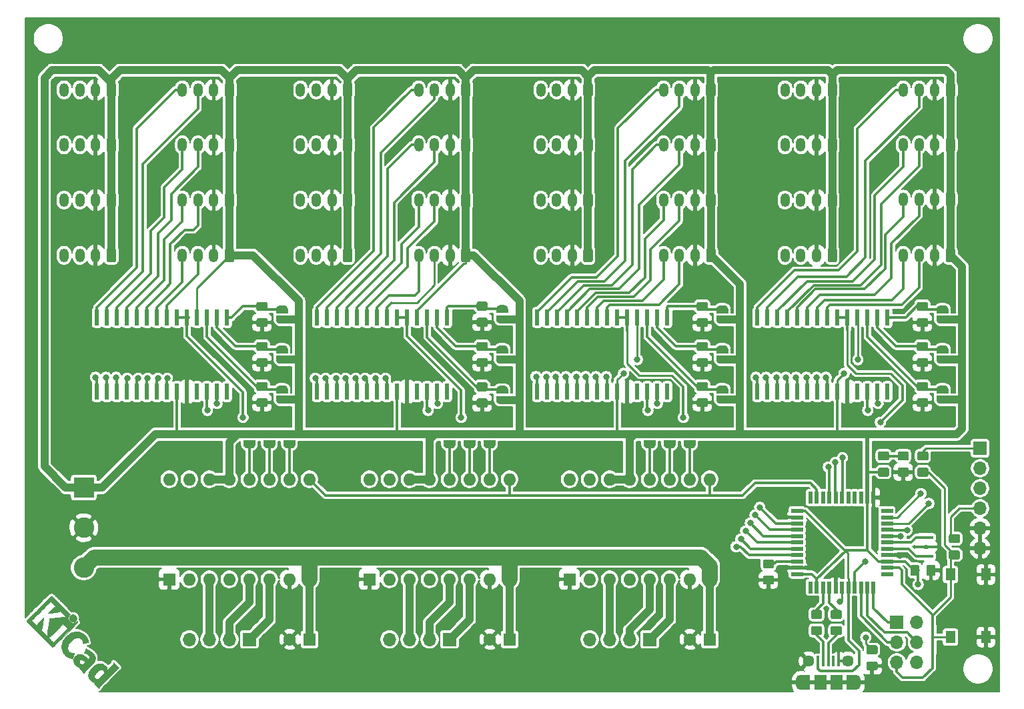
<source format=gbr>
G04 #@! TF.GenerationSoftware,KiCad,Pcbnew,(5.1.5)-3*
G04 #@! TF.CreationDate,2020-05-12T10:10:31+02:00*
G04 #@! TF.ProjectId,piggyback,70696767-7962-4616-936b-2e6b69636164,rev?*
G04 #@! TF.SameCoordinates,Original*
G04 #@! TF.FileFunction,Copper,L1,Top*
G04 #@! TF.FilePolarity,Positive*
%FSLAX46Y46*%
G04 Gerber Fmt 4.6, Leading zero omitted, Abs format (unit mm)*
G04 Created by KiCad (PCBNEW (5.1.5)-3) date 2020-05-12 10:10:31*
%MOMM*%
%LPD*%
G04 APERTURE LIST*
%ADD10C,0.010000*%
%ADD11O,1.200000X1.750000*%
%ADD12C,0.100000*%
%ADD13R,1.600000X1.600000*%
%ADD14O,1.600000X1.600000*%
%ADD15R,1.700000X1.700000*%
%ADD16O,1.700000X1.700000*%
%ADD17R,1.500000X1.900000*%
%ADD18C,1.450000*%
%ADD19R,0.400000X1.350000*%
%ADD20O,1.200000X1.900000*%
%ADD21R,1.200000X1.900000*%
%ADD22R,0.550000X1.500000*%
%ADD23R,1.500000X0.550000*%
%ADD24R,0.600000X2.000000*%
%ADD25R,1.900000X0.400000*%
%ADD26C,1.600000*%
%ADD27R,2.600000X2.600000*%
%ADD28C,2.600000*%
%ADD29R,1.300000X1.550000*%
%ADD30C,0.800000*%
%ADD31C,0.300000*%
%ADD32C,1.000000*%
%ADD33C,0.500000*%
%ADD34C,0.250000*%
%ADD35C,2.000000*%
%ADD36C,0.200000*%
G04 APERTURE END LIST*
D10*
G36*
X47495248Y-134790184D02*
G01*
X47546186Y-134875400D01*
X47577123Y-134966911D01*
X47587753Y-135062079D01*
X47577768Y-135158267D01*
X47546863Y-135252839D01*
X47497332Y-135339511D01*
X47432692Y-135412425D01*
X47355820Y-135468290D01*
X47269867Y-135506584D01*
X47177980Y-135526787D01*
X47083311Y-135528377D01*
X46989007Y-135510832D01*
X46898222Y-135473631D01*
X46853186Y-135446166D01*
X46816403Y-135420019D01*
X46790047Y-135397866D01*
X46768031Y-135373269D01*
X46744268Y-135339792D01*
X46725797Y-135311457D01*
X46682023Y-135223122D01*
X46659008Y-135127806D01*
X46656987Y-135027939D01*
X46676196Y-134925949D01*
X46685594Y-134896825D01*
X46699686Y-134859486D01*
X46713992Y-134830602D01*
X46732777Y-134803946D01*
X46760308Y-134773291D01*
X46792698Y-134740507D01*
X46855237Y-134683748D01*
X46913710Y-134644246D01*
X46974391Y-134619189D01*
X47043549Y-134605766D01*
X47102106Y-134601723D01*
X47199482Y-134606018D01*
X47284705Y-134626992D01*
X47362454Y-134666271D01*
X47424615Y-134713901D01*
X47495248Y-134790184D01*
G37*
X47495248Y-134790184D02*
X47546186Y-134875400D01*
X47577123Y-134966911D01*
X47587753Y-135062079D01*
X47577768Y-135158267D01*
X47546863Y-135252839D01*
X47497332Y-135339511D01*
X47432692Y-135412425D01*
X47355820Y-135468290D01*
X47269867Y-135506584D01*
X47177980Y-135526787D01*
X47083311Y-135528377D01*
X46989007Y-135510832D01*
X46898222Y-135473631D01*
X46853186Y-135446166D01*
X46816403Y-135420019D01*
X46790047Y-135397866D01*
X46768031Y-135373269D01*
X46744268Y-135339792D01*
X46725797Y-135311457D01*
X46682023Y-135223122D01*
X46659008Y-135127806D01*
X46656987Y-135027939D01*
X46676196Y-134925949D01*
X46685594Y-134896825D01*
X46699686Y-134859486D01*
X46713992Y-134830602D01*
X46732777Y-134803946D01*
X46760308Y-134773291D01*
X46792698Y-134740507D01*
X46855237Y-134683748D01*
X46913710Y-134644246D01*
X46974391Y-134619189D01*
X47043549Y-134605766D01*
X47102106Y-134601723D01*
X47199482Y-134606018D01*
X47284705Y-134626992D01*
X47362454Y-134666271D01*
X47424615Y-134713901D01*
X47495248Y-134790184D01*
G36*
X51747700Y-142501342D02*
G01*
X51581956Y-142667113D01*
X51431402Y-142817704D01*
X51295290Y-142953919D01*
X51172866Y-143076566D01*
X51063381Y-143186449D01*
X50966083Y-143284376D01*
X50880223Y-143371151D01*
X50805048Y-143447583D01*
X50739808Y-143514475D01*
X50683751Y-143572636D01*
X50636127Y-143622870D01*
X50596185Y-143665984D01*
X50563175Y-143702784D01*
X50536344Y-143734076D01*
X50514942Y-143760666D01*
X50498218Y-143783360D01*
X50485421Y-143802965D01*
X50475800Y-143820287D01*
X50468605Y-143836130D01*
X50463083Y-143851303D01*
X50458485Y-143866611D01*
X50454059Y-143882860D01*
X50451293Y-143892971D01*
X50432590Y-143960132D01*
X49825787Y-143353329D01*
X49893638Y-143285478D01*
X49923783Y-143254299D01*
X49945854Y-143229467D01*
X49956441Y-143214908D01*
X49956727Y-143212866D01*
X49943782Y-143209657D01*
X49915104Y-143206212D01*
X49885353Y-143203861D01*
X49817952Y-143194068D01*
X49739829Y-143173932D01*
X49658825Y-143145969D01*
X49582779Y-143112690D01*
X49554141Y-143097697D01*
X49495407Y-143059562D01*
X49429778Y-143008020D01*
X49363001Y-142948376D01*
X49300821Y-142885932D01*
X49248982Y-142825989D01*
X49226434Y-142795228D01*
X49155698Y-142670665D01*
X49106499Y-142539833D01*
X49078951Y-142403585D01*
X49073165Y-142262781D01*
X49089256Y-142118274D01*
X49120366Y-141992692D01*
X49164128Y-141871336D01*
X49218821Y-141757244D01*
X49286701Y-141646943D01*
X49370022Y-141536956D01*
X49471037Y-141423809D01*
X49525287Y-141368532D01*
X49566915Y-141329865D01*
X50153189Y-141916140D01*
X50087527Y-141982095D01*
X50027580Y-142046161D01*
X49977081Y-142104669D01*
X49939758Y-142153949D01*
X49932858Y-142164502D01*
X49879485Y-142262850D01*
X49847406Y-142353842D01*
X49836715Y-142437881D01*
X49847502Y-142515367D01*
X49879859Y-142586699D01*
X49933877Y-142652280D01*
X50009647Y-142712508D01*
X50065649Y-142746275D01*
X50113260Y-142768162D01*
X50169813Y-142788160D01*
X50215324Y-142800152D01*
X50298002Y-142817255D01*
X51111310Y-142003947D01*
X51094452Y-141925476D01*
X51067863Y-141841014D01*
X51027180Y-141762640D01*
X50975419Y-141694017D01*
X50915600Y-141638803D01*
X50850737Y-141600660D01*
X50817134Y-141589074D01*
X50745771Y-141578518D01*
X50671009Y-141584044D01*
X50590557Y-141606295D01*
X50502125Y-141645915D01*
X50403423Y-141703547D01*
X50398369Y-141706789D01*
X50347156Y-141743618D01*
X50286735Y-141793232D01*
X50220836Y-141851962D01*
X50153189Y-141916140D01*
X49566915Y-141329865D01*
X49681322Y-141223600D01*
X49835316Y-141100640D01*
X49987140Y-140999706D01*
X50136665Y-140920854D01*
X50283763Y-140864137D01*
X50428305Y-140829611D01*
X50570164Y-140817333D01*
X50709209Y-140827357D01*
X50763031Y-140837408D01*
X50874115Y-140869088D01*
X50975161Y-140914116D01*
X51070089Y-140974876D01*
X51162816Y-141053751D01*
X51227488Y-141119902D01*
X51311413Y-141219335D01*
X51375604Y-141314377D01*
X51421653Y-141408040D01*
X51451156Y-141503335D01*
X51461517Y-141562079D01*
X51466787Y-141598340D01*
X51471538Y-141624264D01*
X51474232Y-141633180D01*
X51483032Y-141626665D01*
X51505619Y-141605903D01*
X51540058Y-141572848D01*
X51584412Y-141529455D01*
X51636745Y-141477678D01*
X51695120Y-141419472D01*
X51757600Y-141356791D01*
X51822249Y-141291590D01*
X51887131Y-141225822D01*
X51950307Y-141161442D01*
X52009844Y-141100407D01*
X52063802Y-141044668D01*
X52110247Y-140996180D01*
X52147240Y-140956898D01*
X52172847Y-140928778D01*
X52177437Y-140923493D01*
X52221871Y-140868343D01*
X52252693Y-140821172D01*
X52273469Y-140775309D01*
X52287769Y-140724083D01*
X52290112Y-140712878D01*
X52298779Y-140669659D01*
X52938942Y-141309822D01*
X51747700Y-142501342D01*
G37*
X51747700Y-142501342D02*
X51581956Y-142667113D01*
X51431402Y-142817704D01*
X51295290Y-142953919D01*
X51172866Y-143076566D01*
X51063381Y-143186449D01*
X50966083Y-143284376D01*
X50880223Y-143371151D01*
X50805048Y-143447583D01*
X50739808Y-143514475D01*
X50683751Y-143572636D01*
X50636127Y-143622870D01*
X50596185Y-143665984D01*
X50563175Y-143702784D01*
X50536344Y-143734076D01*
X50514942Y-143760666D01*
X50498218Y-143783360D01*
X50485421Y-143802965D01*
X50475800Y-143820287D01*
X50468605Y-143836130D01*
X50463083Y-143851303D01*
X50458485Y-143866611D01*
X50454059Y-143882860D01*
X50451293Y-143892971D01*
X50432590Y-143960132D01*
X49825787Y-143353329D01*
X49893638Y-143285478D01*
X49923783Y-143254299D01*
X49945854Y-143229467D01*
X49956441Y-143214908D01*
X49956727Y-143212866D01*
X49943782Y-143209657D01*
X49915104Y-143206212D01*
X49885353Y-143203861D01*
X49817952Y-143194068D01*
X49739829Y-143173932D01*
X49658825Y-143145969D01*
X49582779Y-143112690D01*
X49554141Y-143097697D01*
X49495407Y-143059562D01*
X49429778Y-143008020D01*
X49363001Y-142948376D01*
X49300821Y-142885932D01*
X49248982Y-142825989D01*
X49226434Y-142795228D01*
X49155698Y-142670665D01*
X49106499Y-142539833D01*
X49078951Y-142403585D01*
X49073165Y-142262781D01*
X49089256Y-142118274D01*
X49120366Y-141992692D01*
X49164128Y-141871336D01*
X49218821Y-141757244D01*
X49286701Y-141646943D01*
X49370022Y-141536956D01*
X49471037Y-141423809D01*
X49525287Y-141368532D01*
X49566915Y-141329865D01*
X50153189Y-141916140D01*
X50087527Y-141982095D01*
X50027580Y-142046161D01*
X49977081Y-142104669D01*
X49939758Y-142153949D01*
X49932858Y-142164502D01*
X49879485Y-142262850D01*
X49847406Y-142353842D01*
X49836715Y-142437881D01*
X49847502Y-142515367D01*
X49879859Y-142586699D01*
X49933877Y-142652280D01*
X50009647Y-142712508D01*
X50065649Y-142746275D01*
X50113260Y-142768162D01*
X50169813Y-142788160D01*
X50215324Y-142800152D01*
X50298002Y-142817255D01*
X51111310Y-142003947D01*
X51094452Y-141925476D01*
X51067863Y-141841014D01*
X51027180Y-141762640D01*
X50975419Y-141694017D01*
X50915600Y-141638803D01*
X50850737Y-141600660D01*
X50817134Y-141589074D01*
X50745771Y-141578518D01*
X50671009Y-141584044D01*
X50590557Y-141606295D01*
X50502125Y-141645915D01*
X50403423Y-141703547D01*
X50398369Y-141706789D01*
X50347156Y-141743618D01*
X50286735Y-141793232D01*
X50220836Y-141851962D01*
X50153189Y-141916140D01*
X49566915Y-141329865D01*
X49681322Y-141223600D01*
X49835316Y-141100640D01*
X49987140Y-140999706D01*
X50136665Y-140920854D01*
X50283763Y-140864137D01*
X50428305Y-140829611D01*
X50570164Y-140817333D01*
X50709209Y-140827357D01*
X50763031Y-140837408D01*
X50874115Y-140869088D01*
X50975161Y-140914116D01*
X51070089Y-140974876D01*
X51162816Y-141053751D01*
X51227488Y-141119902D01*
X51311413Y-141219335D01*
X51375604Y-141314377D01*
X51421653Y-141408040D01*
X51451156Y-141503335D01*
X51461517Y-141562079D01*
X51466787Y-141598340D01*
X51471538Y-141624264D01*
X51474232Y-141633180D01*
X51483032Y-141626665D01*
X51505619Y-141605903D01*
X51540058Y-141572848D01*
X51584412Y-141529455D01*
X51636745Y-141477678D01*
X51695120Y-141419472D01*
X51757600Y-141356791D01*
X51822249Y-141291590D01*
X51887131Y-141225822D01*
X51950307Y-141161442D01*
X52009844Y-141100407D01*
X52063802Y-141044668D01*
X52110247Y-140996180D01*
X52147240Y-140956898D01*
X52172847Y-140928778D01*
X52177437Y-140923493D01*
X52221871Y-140868343D01*
X52252693Y-140821172D01*
X52273469Y-140775309D01*
X52287769Y-140724083D01*
X52290112Y-140712878D01*
X52298779Y-140669659D01*
X52938942Y-141309822D01*
X51747700Y-142501342D01*
G36*
X49691971Y-139589034D02*
G01*
X49785241Y-139710609D01*
X49857103Y-139830038D01*
X49907987Y-139948129D01*
X49938319Y-140065690D01*
X49948253Y-140165512D01*
X49944510Y-140266610D01*
X49926103Y-140361018D01*
X49891232Y-140456565D01*
X49871718Y-140497962D01*
X49853248Y-140534619D01*
X49835609Y-140568100D01*
X49817598Y-140599792D01*
X49798012Y-140631083D01*
X49775644Y-140663360D01*
X49749293Y-140698011D01*
X49717752Y-140736423D01*
X49679819Y-140779983D01*
X49634290Y-140830080D01*
X49579960Y-140888100D01*
X49515625Y-140955430D01*
X49440082Y-141033458D01*
X49352125Y-141123572D01*
X49250551Y-141227158D01*
X49150486Y-141328995D01*
X49040981Y-141440376D01*
X48946182Y-141536879D01*
X48865008Y-141619764D01*
X48796377Y-141690290D01*
X48739205Y-141749716D01*
X48692410Y-141799304D01*
X48654910Y-141840313D01*
X48625622Y-141874003D01*
X48603464Y-141901633D01*
X48587352Y-141924464D01*
X48576206Y-141943754D01*
X48568941Y-141960765D01*
X48564476Y-141976756D01*
X48561728Y-141992987D01*
X48559615Y-142010717D01*
X48558813Y-142017600D01*
X48553850Y-142044936D01*
X48547828Y-142060908D01*
X48547519Y-142061249D01*
X48538273Y-142055112D01*
X48514930Y-142034635D01*
X48479278Y-142001521D01*
X48433102Y-141957479D01*
X48378189Y-141904214D01*
X48316325Y-141843430D01*
X48249296Y-141776834D01*
X48241581Y-141769124D01*
X47942551Y-141470093D01*
X48008174Y-141399857D01*
X48073796Y-141329621D01*
X47993839Y-141321771D01*
X47877277Y-141300688D01*
X47760892Y-141261649D01*
X47678378Y-141221885D01*
X47619151Y-141183431D01*
X47553146Y-141131557D01*
X47486145Y-141071609D01*
X47423933Y-141008927D01*
X47372292Y-140948854D01*
X47350714Y-140919196D01*
X47278478Y-140793415D01*
X47227862Y-140665239D01*
X47198935Y-140535891D01*
X47191763Y-140406593D01*
X47206419Y-140278571D01*
X47242970Y-140153048D01*
X47300752Y-140032510D01*
X47332041Y-139983778D01*
X47370641Y-139934416D01*
X47420994Y-139878930D01*
X47444613Y-139854613D01*
X47446911Y-139852407D01*
X47984269Y-140389764D01*
X47937771Y-140449404D01*
X47912569Y-140514468D01*
X47907500Y-140588083D01*
X47907956Y-140594779D01*
X47917479Y-140653554D01*
X47938074Y-140706086D01*
X47972589Y-140757459D01*
X48023869Y-140812759D01*
X48036959Y-140825276D01*
X48076890Y-140861456D01*
X48109026Y-140885932D01*
X48140973Y-140903505D01*
X48180340Y-140918979D01*
X48191527Y-140922843D01*
X48259748Y-140940395D01*
X48322999Y-140943356D01*
X48342781Y-140941587D01*
X48414327Y-140933214D01*
X48552832Y-140794709D01*
X48608065Y-140738718D01*
X48647847Y-140696545D01*
X48673406Y-140666789D01*
X48685966Y-140648048D01*
X48687650Y-140640586D01*
X48678626Y-140627089D01*
X48656593Y-140601346D01*
X48624709Y-140566870D01*
X48586137Y-140527169D01*
X48579863Y-140520874D01*
X48490747Y-140439188D01*
X48406716Y-140378021D01*
X48325928Y-140336404D01*
X48246539Y-140313368D01*
X48174499Y-140307725D01*
X48102068Y-140317158D01*
X48040003Y-140344257D01*
X47984269Y-140389764D01*
X47446911Y-139852407D01*
X47512275Y-139789685D01*
X47573966Y-139739794D01*
X47635815Y-139700920D01*
X47703954Y-139669038D01*
X47757953Y-139648974D01*
X47866788Y-139623038D01*
X47984255Y-139616017D01*
X48107540Y-139627363D01*
X48233829Y-139656528D01*
X48360310Y-139702966D01*
X48484170Y-139766128D01*
X48540460Y-139801291D01*
X48652386Y-139881956D01*
X48767664Y-139976611D01*
X48879272Y-140079194D01*
X48967609Y-140169839D01*
X49077286Y-140289103D01*
X49113744Y-140242152D01*
X49170214Y-140158399D01*
X49205277Y-140079306D01*
X49218762Y-140003829D01*
X49210497Y-139930920D01*
X49180311Y-139859533D01*
X49128034Y-139788623D01*
X49053491Y-139717141D01*
X49023810Y-139693118D01*
X48906176Y-139611077D01*
X48780419Y-139543351D01*
X48686706Y-139503380D01*
X48641073Y-139485147D01*
X48602887Y-139468980D01*
X48577434Y-139457167D01*
X48570551Y-139453179D01*
X48570080Y-139439869D01*
X48578742Y-139407563D01*
X48596658Y-139355917D01*
X48623948Y-139284589D01*
X48660731Y-139193238D01*
X48667231Y-139177408D01*
X48697114Y-139105018D01*
X48724244Y-139039734D01*
X48747423Y-138984398D01*
X48765458Y-138941855D01*
X48777148Y-138914951D01*
X48781201Y-138906504D01*
X48791634Y-138910212D01*
X48813946Y-138925061D01*
X48836539Y-138942451D01*
X48861227Y-138960411D01*
X48901697Y-138987523D01*
X48954296Y-139021443D01*
X49015375Y-139059832D01*
X49081280Y-139100344D01*
X49106441Y-139115573D01*
X49198824Y-139171769D01*
X49274998Y-139219571D01*
X49338472Y-139261580D01*
X49392756Y-139300401D01*
X49441359Y-139338636D01*
X49487790Y-139378889D01*
X49535560Y-139423762D01*
X49576866Y-139464506D01*
X49691971Y-139589034D01*
G37*
X49691971Y-139589034D02*
X49785241Y-139710609D01*
X49857103Y-139830038D01*
X49907987Y-139948129D01*
X49938319Y-140065690D01*
X49948253Y-140165512D01*
X49944510Y-140266610D01*
X49926103Y-140361018D01*
X49891232Y-140456565D01*
X49871718Y-140497962D01*
X49853248Y-140534619D01*
X49835609Y-140568100D01*
X49817598Y-140599792D01*
X49798012Y-140631083D01*
X49775644Y-140663360D01*
X49749293Y-140698011D01*
X49717752Y-140736423D01*
X49679819Y-140779983D01*
X49634290Y-140830080D01*
X49579960Y-140888100D01*
X49515625Y-140955430D01*
X49440082Y-141033458D01*
X49352125Y-141123572D01*
X49250551Y-141227158D01*
X49150486Y-141328995D01*
X49040981Y-141440376D01*
X48946182Y-141536879D01*
X48865008Y-141619764D01*
X48796377Y-141690290D01*
X48739205Y-141749716D01*
X48692410Y-141799304D01*
X48654910Y-141840313D01*
X48625622Y-141874003D01*
X48603464Y-141901633D01*
X48587352Y-141924464D01*
X48576206Y-141943754D01*
X48568941Y-141960765D01*
X48564476Y-141976756D01*
X48561728Y-141992987D01*
X48559615Y-142010717D01*
X48558813Y-142017600D01*
X48553850Y-142044936D01*
X48547828Y-142060908D01*
X48547519Y-142061249D01*
X48538273Y-142055112D01*
X48514930Y-142034635D01*
X48479278Y-142001521D01*
X48433102Y-141957479D01*
X48378189Y-141904214D01*
X48316325Y-141843430D01*
X48249296Y-141776834D01*
X48241581Y-141769124D01*
X47942551Y-141470093D01*
X48008174Y-141399857D01*
X48073796Y-141329621D01*
X47993839Y-141321771D01*
X47877277Y-141300688D01*
X47760892Y-141261649D01*
X47678378Y-141221885D01*
X47619151Y-141183431D01*
X47553146Y-141131557D01*
X47486145Y-141071609D01*
X47423933Y-141008927D01*
X47372292Y-140948854D01*
X47350714Y-140919196D01*
X47278478Y-140793415D01*
X47227862Y-140665239D01*
X47198935Y-140535891D01*
X47191763Y-140406593D01*
X47206419Y-140278571D01*
X47242970Y-140153048D01*
X47300752Y-140032510D01*
X47332041Y-139983778D01*
X47370641Y-139934416D01*
X47420994Y-139878930D01*
X47444613Y-139854613D01*
X47446911Y-139852407D01*
X47984269Y-140389764D01*
X47937771Y-140449404D01*
X47912569Y-140514468D01*
X47907500Y-140588083D01*
X47907956Y-140594779D01*
X47917479Y-140653554D01*
X47938074Y-140706086D01*
X47972589Y-140757459D01*
X48023869Y-140812759D01*
X48036959Y-140825276D01*
X48076890Y-140861456D01*
X48109026Y-140885932D01*
X48140973Y-140903505D01*
X48180340Y-140918979D01*
X48191527Y-140922843D01*
X48259748Y-140940395D01*
X48322999Y-140943356D01*
X48342781Y-140941587D01*
X48414327Y-140933214D01*
X48552832Y-140794709D01*
X48608065Y-140738718D01*
X48647847Y-140696545D01*
X48673406Y-140666789D01*
X48685966Y-140648048D01*
X48687650Y-140640586D01*
X48678626Y-140627089D01*
X48656593Y-140601346D01*
X48624709Y-140566870D01*
X48586137Y-140527169D01*
X48579863Y-140520874D01*
X48490747Y-140439188D01*
X48406716Y-140378021D01*
X48325928Y-140336404D01*
X48246539Y-140313368D01*
X48174499Y-140307725D01*
X48102068Y-140317158D01*
X48040003Y-140344257D01*
X47984269Y-140389764D01*
X47446911Y-139852407D01*
X47512275Y-139789685D01*
X47573966Y-139739794D01*
X47635815Y-139700920D01*
X47703954Y-139669038D01*
X47757953Y-139648974D01*
X47866788Y-139623038D01*
X47984255Y-139616017D01*
X48107540Y-139627363D01*
X48233829Y-139656528D01*
X48360310Y-139702966D01*
X48484170Y-139766128D01*
X48540460Y-139801291D01*
X48652386Y-139881956D01*
X48767664Y-139976611D01*
X48879272Y-140079194D01*
X48967609Y-140169839D01*
X49077286Y-140289103D01*
X49113744Y-140242152D01*
X49170214Y-140158399D01*
X49205277Y-140079306D01*
X49218762Y-140003829D01*
X49210497Y-139930920D01*
X49180311Y-139859533D01*
X49128034Y-139788623D01*
X49053491Y-139717141D01*
X49023810Y-139693118D01*
X48906176Y-139611077D01*
X48780419Y-139543351D01*
X48686706Y-139503380D01*
X48641073Y-139485147D01*
X48602887Y-139468980D01*
X48577434Y-139457167D01*
X48570551Y-139453179D01*
X48570080Y-139439869D01*
X48578742Y-139407563D01*
X48596658Y-139355917D01*
X48623948Y-139284589D01*
X48660731Y-139193238D01*
X48667231Y-139177408D01*
X48697114Y-139105018D01*
X48724244Y-139039734D01*
X48747423Y-138984398D01*
X48765458Y-138941855D01*
X48777148Y-138914951D01*
X48781201Y-138906504D01*
X48791634Y-138910212D01*
X48813946Y-138925061D01*
X48836539Y-138942451D01*
X48861227Y-138960411D01*
X48901697Y-138987523D01*
X48954296Y-139021443D01*
X49015375Y-139059832D01*
X49081280Y-139100344D01*
X49106441Y-139115573D01*
X49198824Y-139171769D01*
X49274998Y-139219571D01*
X49338472Y-139261580D01*
X49392756Y-139300401D01*
X49441359Y-139338636D01*
X49487790Y-139378889D01*
X49535560Y-139423762D01*
X49576866Y-139464506D01*
X49691971Y-139589034D01*
G36*
X48682460Y-137282009D02*
G01*
X48780725Y-137410218D01*
X48868265Y-137554524D01*
X48946258Y-137716669D01*
X49015883Y-137898391D01*
X49019929Y-137910279D01*
X49040908Y-137970893D01*
X49060332Y-138024367D01*
X49076732Y-138066855D01*
X49088635Y-138094508D01*
X49093602Y-138103077D01*
X49103649Y-138120207D01*
X49103935Y-138126441D01*
X49092950Y-138130210D01*
X49063019Y-138137456D01*
X49017398Y-138147539D01*
X48959338Y-138159814D01*
X48892096Y-138173641D01*
X48818923Y-138188377D01*
X48743075Y-138203380D01*
X48667805Y-138218007D01*
X48596365Y-138231618D01*
X48532011Y-138243568D01*
X48477997Y-138253218D01*
X48437575Y-138259923D01*
X48413999Y-138263042D01*
X48411047Y-138263187D01*
X48407180Y-138252745D01*
X48403528Y-138224803D01*
X48400665Y-138184432D01*
X48399769Y-138163064D01*
X48384773Y-138041603D01*
X48348520Y-137926944D01*
X48291666Y-137820451D01*
X48214867Y-137723485D01*
X48164965Y-137675239D01*
X48067173Y-137601716D01*
X47964572Y-137549860D01*
X47856747Y-137519625D01*
X47743281Y-137510968D01*
X47623758Y-137523841D01*
X47497762Y-137558200D01*
X47410075Y-137592972D01*
X47283113Y-137657916D01*
X47155972Y-137739350D01*
X47031285Y-137834521D01*
X46911679Y-137940683D01*
X46799786Y-138055088D01*
X46698237Y-138174988D01*
X46609660Y-138297635D01*
X46536688Y-138420279D01*
X46481951Y-138540175D01*
X46469242Y-138575909D01*
X46436829Y-138704838D01*
X46425491Y-138829961D01*
X46434951Y-138949890D01*
X46464928Y-139063230D01*
X46515143Y-139168592D01*
X46585315Y-139264583D01*
X46613688Y-139294854D01*
X46707365Y-139373087D01*
X46815731Y-139435044D01*
X46937228Y-139480124D01*
X47070295Y-139507728D01*
X47190315Y-139516978D01*
X47254705Y-139518391D01*
X47172684Y-139856764D01*
X47152132Y-139941093D01*
X47133058Y-140018487D01*
X47116161Y-140086178D01*
X47102139Y-140141397D01*
X47091691Y-140181379D01*
X47085517Y-140203355D01*
X47084355Y-140206570D01*
X47071720Y-140207567D01*
X47041414Y-140201699D01*
X46996882Y-140190096D01*
X46941567Y-140173885D01*
X46878914Y-140154198D01*
X46812367Y-140132163D01*
X46745370Y-140108910D01*
X46681368Y-140085569D01*
X46623805Y-140063269D01*
X46576124Y-140043138D01*
X46553581Y-140032515D01*
X46432255Y-139964668D01*
X46317070Y-139884842D01*
X46203431Y-139789594D01*
X46112132Y-139701587D01*
X46064855Y-139652762D01*
X46019951Y-139604891D01*
X45981351Y-139562273D01*
X45952985Y-139529200D01*
X45944202Y-139518036D01*
X45866294Y-139399349D01*
X45798123Y-139267370D01*
X45742428Y-139128636D01*
X45701946Y-138989681D01*
X45684391Y-138897627D01*
X45670810Y-138731026D01*
X45676655Y-138557876D01*
X45701261Y-138381940D01*
X45743967Y-138206977D01*
X45804111Y-138036748D01*
X45856043Y-137922797D01*
X45950357Y-137757422D01*
X46064235Y-137596169D01*
X46194693Y-137442008D01*
X46338748Y-137297907D01*
X46493415Y-137166836D01*
X46655710Y-137051764D01*
X46822650Y-136955658D01*
X46833543Y-136950163D01*
X46992597Y-136880040D01*
X47151459Y-136829715D01*
X47314929Y-136798070D01*
X47487809Y-136783985D01*
X47550831Y-136782997D01*
X47734738Y-136791624D01*
X47906211Y-136818080D01*
X48067558Y-136863095D01*
X48221087Y-136927399D01*
X48369107Y-137011721D01*
X48449043Y-137066922D01*
X48572292Y-137168157D01*
X48682460Y-137282009D01*
G37*
X48682460Y-137282009D02*
X48780725Y-137410218D01*
X48868265Y-137554524D01*
X48946258Y-137716669D01*
X49015883Y-137898391D01*
X49019929Y-137910279D01*
X49040908Y-137970893D01*
X49060332Y-138024367D01*
X49076732Y-138066855D01*
X49088635Y-138094508D01*
X49093602Y-138103077D01*
X49103649Y-138120207D01*
X49103935Y-138126441D01*
X49092950Y-138130210D01*
X49063019Y-138137456D01*
X49017398Y-138147539D01*
X48959338Y-138159814D01*
X48892096Y-138173641D01*
X48818923Y-138188377D01*
X48743075Y-138203380D01*
X48667805Y-138218007D01*
X48596365Y-138231618D01*
X48532011Y-138243568D01*
X48477997Y-138253218D01*
X48437575Y-138259923D01*
X48413999Y-138263042D01*
X48411047Y-138263187D01*
X48407180Y-138252745D01*
X48403528Y-138224803D01*
X48400665Y-138184432D01*
X48399769Y-138163064D01*
X48384773Y-138041603D01*
X48348520Y-137926944D01*
X48291666Y-137820451D01*
X48214867Y-137723485D01*
X48164965Y-137675239D01*
X48067173Y-137601716D01*
X47964572Y-137549860D01*
X47856747Y-137519625D01*
X47743281Y-137510968D01*
X47623758Y-137523841D01*
X47497762Y-137558200D01*
X47410075Y-137592972D01*
X47283113Y-137657916D01*
X47155972Y-137739350D01*
X47031285Y-137834521D01*
X46911679Y-137940683D01*
X46799786Y-138055088D01*
X46698237Y-138174988D01*
X46609660Y-138297635D01*
X46536688Y-138420279D01*
X46481951Y-138540175D01*
X46469242Y-138575909D01*
X46436829Y-138704838D01*
X46425491Y-138829961D01*
X46434951Y-138949890D01*
X46464928Y-139063230D01*
X46515143Y-139168592D01*
X46585315Y-139264583D01*
X46613688Y-139294854D01*
X46707365Y-139373087D01*
X46815731Y-139435044D01*
X46937228Y-139480124D01*
X47070295Y-139507728D01*
X47190315Y-139516978D01*
X47254705Y-139518391D01*
X47172684Y-139856764D01*
X47152132Y-139941093D01*
X47133058Y-140018487D01*
X47116161Y-140086178D01*
X47102139Y-140141397D01*
X47091691Y-140181379D01*
X47085517Y-140203355D01*
X47084355Y-140206570D01*
X47071720Y-140207567D01*
X47041414Y-140201699D01*
X46996882Y-140190096D01*
X46941567Y-140173885D01*
X46878914Y-140154198D01*
X46812367Y-140132163D01*
X46745370Y-140108910D01*
X46681368Y-140085569D01*
X46623805Y-140063269D01*
X46576124Y-140043138D01*
X46553581Y-140032515D01*
X46432255Y-139964668D01*
X46317070Y-139884842D01*
X46203431Y-139789594D01*
X46112132Y-139701587D01*
X46064855Y-139652762D01*
X46019951Y-139604891D01*
X45981351Y-139562273D01*
X45952985Y-139529200D01*
X45944202Y-139518036D01*
X45866294Y-139399349D01*
X45798123Y-139267370D01*
X45742428Y-139128636D01*
X45701946Y-138989681D01*
X45684391Y-138897627D01*
X45670810Y-138731026D01*
X45676655Y-138557876D01*
X45701261Y-138381940D01*
X45743967Y-138206977D01*
X45804111Y-138036748D01*
X45856043Y-137922797D01*
X45950357Y-137757422D01*
X46064235Y-137596169D01*
X46194693Y-137442008D01*
X46338748Y-137297907D01*
X46493415Y-137166836D01*
X46655710Y-137051764D01*
X46822650Y-136955658D01*
X46833543Y-136950163D01*
X46992597Y-136880040D01*
X47151459Y-136829715D01*
X47314929Y-136798070D01*
X47487809Y-136783985D01*
X47550831Y-136782997D01*
X47734738Y-136791624D01*
X47906211Y-136818080D01*
X48067558Y-136863095D01*
X48221087Y-136927399D01*
X48369107Y-137011721D01*
X48449043Y-137066922D01*
X48572292Y-137168157D01*
X48682460Y-137282009D01*
G36*
X46692088Y-134641074D02*
G01*
X46619203Y-134729323D01*
X46565459Y-134827781D01*
X46531450Y-134933778D01*
X46517769Y-135044646D01*
X46525012Y-135157716D01*
X46552673Y-135267215D01*
X46599799Y-135370374D01*
X46662340Y-135459174D01*
X46737851Y-135533075D01*
X46823892Y-135591532D01*
X46918018Y-135634006D01*
X47017789Y-135659953D01*
X47120760Y-135668834D01*
X47224492Y-135660106D01*
X47326539Y-135633226D01*
X47424461Y-135587656D01*
X47515814Y-135522851D01*
X47552466Y-135488939D01*
X47614648Y-135426757D01*
X47651368Y-135463476D01*
X47675030Y-135491160D01*
X47685705Y-135518524D01*
X47688087Y-135554476D01*
X47688087Y-135608756D01*
X46138412Y-137158431D01*
X45953047Y-137343784D01*
X45782964Y-137513822D01*
X45627492Y-137669203D01*
X45485959Y-137810589D01*
X45357694Y-137938640D01*
X45242026Y-138054015D01*
X45138283Y-138157374D01*
X45045792Y-138249378D01*
X44963884Y-138330687D01*
X44891885Y-138401960D01*
X44829125Y-138463858D01*
X44774932Y-138517040D01*
X44728634Y-138562167D01*
X44689560Y-138599899D01*
X44657039Y-138630895D01*
X44630398Y-138655816D01*
X44608967Y-138675321D01*
X44592072Y-138690072D01*
X44579045Y-138700727D01*
X44569212Y-138707947D01*
X44561901Y-138712392D01*
X44556443Y-138714721D01*
X44554369Y-138715264D01*
X44546467Y-138717278D01*
X44539409Y-138719338D01*
X44532526Y-138720805D01*
X44525149Y-138721044D01*
X44516606Y-138719420D01*
X44506232Y-138715296D01*
X44493352Y-138708036D01*
X44477301Y-138697005D01*
X44457407Y-138681565D01*
X44433003Y-138661080D01*
X44403417Y-138634915D01*
X44367981Y-138602435D01*
X44326025Y-138563002D01*
X44276879Y-138515981D01*
X44219875Y-138460734D01*
X44154342Y-138396628D01*
X44079613Y-138323025D01*
X43995015Y-138239288D01*
X43899882Y-138144784D01*
X43793542Y-138038874D01*
X43675327Y-137920924D01*
X43544567Y-137790297D01*
X43400592Y-137646356D01*
X43242735Y-137488466D01*
X43070323Y-137315991D01*
X42882688Y-137128295D01*
X42855551Y-137101150D01*
X42666799Y-136912338D01*
X42493382Y-136738820D01*
X42334654Y-136579943D01*
X42189969Y-136435051D01*
X42058685Y-136303488D01*
X41940153Y-136184599D01*
X41833731Y-136077729D01*
X41738772Y-135982223D01*
X41654633Y-135897425D01*
X41580666Y-135822680D01*
X41516229Y-135757332D01*
X41460674Y-135700728D01*
X41413359Y-135652211D01*
X41373637Y-135611126D01*
X41340863Y-135576816D01*
X41314393Y-135548629D01*
X41293580Y-135525907D01*
X41277781Y-135507998D01*
X41266350Y-135494243D01*
X41258642Y-135483989D01*
X41254013Y-135476579D01*
X41252111Y-135472318D01*
X41248652Y-135463809D01*
X41245023Y-135456452D01*
X41241863Y-135449564D01*
X41239813Y-135442462D01*
X41239512Y-135434467D01*
X41241602Y-135424896D01*
X41246722Y-135413066D01*
X41255512Y-135398297D01*
X41268612Y-135379905D01*
X41286663Y-135357211D01*
X41310303Y-135329531D01*
X41340175Y-135296185D01*
X41376917Y-135256488D01*
X41421170Y-135209762D01*
X41473574Y-135155323D01*
X41534767Y-135092491D01*
X41605393Y-135020582D01*
X41686090Y-134938915D01*
X41777498Y-134846808D01*
X41880257Y-134743580D01*
X41995008Y-134628549D01*
X42122390Y-134501034D01*
X42263044Y-134360351D01*
X42417608Y-134205819D01*
X42586725Y-134036758D01*
X42771033Y-133852483D01*
X42800839Y-133822677D01*
X42986725Y-133636771D01*
X43157304Y-133466157D01*
X43313261Y-133310186D01*
X43455278Y-133168210D01*
X43584040Y-133039581D01*
X43700231Y-132923653D01*
X43804535Y-132819777D01*
X43897635Y-132727306D01*
X43975774Y-132649988D01*
X44189912Y-132864126D01*
X44177146Y-132933163D01*
X44173896Y-132952212D01*
X44171144Y-132969205D01*
X44168092Y-132985024D01*
X44163943Y-133000545D01*
X44157896Y-133016649D01*
X44149154Y-133034214D01*
X44136917Y-133054119D01*
X44120386Y-133077244D01*
X44098764Y-133104468D01*
X44071251Y-133136671D01*
X44037047Y-133174729D01*
X43995356Y-133219525D01*
X43945377Y-133271935D01*
X43886313Y-133332839D01*
X43817364Y-133403116D01*
X43737732Y-133483646D01*
X43646617Y-133575307D01*
X43543222Y-133678978D01*
X43426747Y-133795540D01*
X43296394Y-133925870D01*
X43151364Y-134070848D01*
X43064652Y-134157547D01*
X42911263Y-134310970D01*
X42773005Y-134449276D01*
X42649001Y-134573264D01*
X42538369Y-134683733D01*
X42440231Y-134781486D01*
X42353706Y-134867321D01*
X42277915Y-134942039D01*
X42211979Y-135006440D01*
X42155017Y-135061324D01*
X42106151Y-135107491D01*
X42064500Y-135145742D01*
X42029185Y-135176875D01*
X41999326Y-135201693D01*
X41974044Y-135220994D01*
X41952459Y-135235577D01*
X41933691Y-135246246D01*
X41916861Y-135253799D01*
X41901090Y-135259034D01*
X41885496Y-135262754D01*
X41869201Y-135265759D01*
X41851326Y-135268848D01*
X41840733Y-135270827D01*
X41772575Y-135284152D01*
X42148447Y-135660024D01*
X42235622Y-135747150D01*
X42308204Y-135819519D01*
X42367533Y-135878372D01*
X42414949Y-135924950D01*
X42451792Y-135960494D01*
X42479401Y-135986242D01*
X42499118Y-136003439D01*
X42512280Y-136013323D01*
X42520228Y-136017135D01*
X42524303Y-136016115D01*
X42525843Y-136011505D01*
X42526008Y-136009648D01*
X42534438Y-135965650D01*
X42553462Y-135910002D01*
X42580609Y-135849465D01*
X42593439Y-135824942D01*
X42602861Y-135808991D01*
X42614995Y-135791340D01*
X42631256Y-135770455D01*
X42653062Y-135744805D01*
X42681830Y-135712857D01*
X42718977Y-135673077D01*
X42765917Y-135623932D01*
X42824068Y-135563892D01*
X42894846Y-135491420D01*
X42979668Y-135404988D01*
X43011009Y-135373114D01*
X43098785Y-135283899D01*
X43172048Y-135209565D01*
X43232104Y-135148882D01*
X43280263Y-135100629D01*
X43317833Y-135063574D01*
X43346123Y-135036496D01*
X43366443Y-135018167D01*
X43380100Y-135007360D01*
X43388403Y-135002850D01*
X43392661Y-135003411D01*
X43394183Y-135007817D01*
X43394294Y-135014031D01*
X43392470Y-135030500D01*
X43387509Y-135066656D01*
X43379814Y-135119890D01*
X43369790Y-135187589D01*
X43357839Y-135267145D01*
X43344366Y-135355947D01*
X43329774Y-135451383D01*
X43314464Y-135550842D01*
X43298843Y-135651715D01*
X43283312Y-135751392D01*
X43268276Y-135847260D01*
X43254138Y-135936709D01*
X43241300Y-136017129D01*
X43230168Y-136085910D01*
X43221144Y-136140439D01*
X43214632Y-136178108D01*
X43213172Y-136186028D01*
X43203286Y-136228330D01*
X43188308Y-136281220D01*
X43171239Y-136334208D01*
X43168793Y-136341209D01*
X43150043Y-136390617D01*
X43132382Y-136426077D01*
X43111101Y-136455462D01*
X43082165Y-136485979D01*
X43027835Y-136539412D01*
X43844146Y-137355724D01*
X43845962Y-137224983D01*
X43848151Y-137156612D01*
X43852531Y-137081117D01*
X43858346Y-137010184D01*
X43861830Y-136977814D01*
X43868270Y-136928329D01*
X43877573Y-136862379D01*
X43889417Y-136781947D01*
X43903476Y-136689012D01*
X43919427Y-136585555D01*
X43936946Y-136473556D01*
X43955708Y-136354995D01*
X43975389Y-136231853D01*
X43995665Y-136106110D01*
X44016213Y-135979747D01*
X44036708Y-135854743D01*
X44056826Y-135733081D01*
X44076241Y-135616738D01*
X44094632Y-135507696D01*
X44111673Y-135407936D01*
X44127041Y-135319438D01*
X44140410Y-135244181D01*
X44151459Y-135184147D01*
X44159860Y-135141316D01*
X44165292Y-135117668D01*
X44166951Y-135113523D01*
X44180587Y-135111143D01*
X44214511Y-135106628D01*
X44266554Y-135100218D01*
X44334551Y-135092151D01*
X44416336Y-135082665D01*
X44509740Y-135072001D01*
X44612601Y-135060395D01*
X44722749Y-135048086D01*
X44838020Y-135035315D01*
X44956245Y-135022317D01*
X45051059Y-135011973D01*
X45765948Y-135726862D01*
X45760964Y-135740203D01*
X45755365Y-135766068D01*
X45755056Y-135767857D01*
X45747020Y-135802463D01*
X45734869Y-135842399D01*
X45731873Y-135850909D01*
X45728413Y-135859369D01*
X45723468Y-135868735D01*
X45716074Y-135880010D01*
X45705266Y-135894203D01*
X45690083Y-135912318D01*
X45669559Y-135935365D01*
X45642730Y-135964347D01*
X45608634Y-136000271D01*
X45566306Y-136044145D01*
X45514783Y-136096974D01*
X45453100Y-136159766D01*
X45380294Y-136233525D01*
X45295402Y-136319259D01*
X45197458Y-136417973D01*
X45085501Y-136530674D01*
X44959407Y-136657523D01*
X44828890Y-136788802D01*
X44713275Y-136905031D01*
X44611526Y-137007152D01*
X44522607Y-137096107D01*
X44445481Y-137172836D01*
X44379112Y-137238280D01*
X44322462Y-137293381D01*
X44274495Y-137339079D01*
X44234175Y-137376318D01*
X44200465Y-137406037D01*
X44172330Y-137429177D01*
X44148732Y-137446680D01*
X44128633Y-137459487D01*
X44110999Y-137468539D01*
X44094792Y-137474779D01*
X44078977Y-137479145D01*
X44062515Y-137482580D01*
X44047689Y-137485385D01*
X44016980Y-137491861D01*
X43997371Y-137497121D01*
X43994253Y-137498557D01*
X44001204Y-137507031D01*
X44022553Y-137529796D01*
X44056698Y-137565213D01*
X44102034Y-137611645D01*
X44156959Y-137667457D01*
X44219870Y-137731010D01*
X44289161Y-137800666D01*
X44337853Y-137849430D01*
X44412249Y-137923516D01*
X44481174Y-137991546D01*
X44543047Y-138052007D01*
X44596290Y-138103380D01*
X44639324Y-138144150D01*
X44670570Y-138172801D01*
X44688450Y-138187816D01*
X44692095Y-138189661D01*
X44697189Y-138173681D01*
X44697212Y-138162347D01*
X44700008Y-138140923D01*
X44709209Y-138107342D01*
X44718146Y-138081545D01*
X44740966Y-138021053D01*
X45570962Y-137186708D01*
X46400958Y-136352363D01*
X46085830Y-136037235D01*
X46016547Y-135968184D01*
X45952298Y-135904598D01*
X45894808Y-135848149D01*
X45845805Y-135800517D01*
X45807015Y-135763372D01*
X45780164Y-135738393D01*
X45766980Y-135727254D01*
X45765948Y-135726862D01*
X45051059Y-135011973D01*
X45075261Y-135009333D01*
X45192899Y-134996602D01*
X45306993Y-134984361D01*
X45415379Y-134972849D01*
X45515887Y-134962304D01*
X45606353Y-134952967D01*
X45684610Y-134945074D01*
X45748492Y-134938865D01*
X45775244Y-134936387D01*
X45907441Y-134926226D01*
X46020476Y-134921518D01*
X46117092Y-134922220D01*
X46200024Y-134928291D01*
X46211867Y-134929715D01*
X46261446Y-134936013D01*
X45461348Y-134135561D01*
X45431163Y-134173226D01*
X45388279Y-134211438D01*
X45324776Y-134244491D01*
X45240119Y-134272617D01*
X45156970Y-134291691D01*
X45129490Y-134296235D01*
X45083097Y-134302955D01*
X45020489Y-134311517D01*
X44944363Y-134321590D01*
X44857416Y-134332843D01*
X44762343Y-134344944D01*
X44661842Y-134357560D01*
X44558608Y-134370360D01*
X44455341Y-134383013D01*
X44354735Y-134395186D01*
X44259487Y-134406548D01*
X44172296Y-134416767D01*
X44095855Y-134425511D01*
X44032864Y-134432449D01*
X43986018Y-134437249D01*
X43958013Y-134439579D01*
X43953518Y-134439748D01*
X43957158Y-134432064D01*
X43977014Y-134409078D01*
X44012889Y-134370991D01*
X44064589Y-134318004D01*
X44131916Y-134250319D01*
X44214673Y-134168137D01*
X44300161Y-134083935D01*
X44394513Y-133991453D01*
X44474603Y-133913519D01*
X44542163Y-133848753D01*
X44598931Y-133795769D01*
X44646638Y-133753187D01*
X44687023Y-133719620D01*
X44721817Y-133693689D01*
X44752756Y-133674010D01*
X44781575Y-133659199D01*
X44810008Y-133647872D01*
X44839790Y-133638649D01*
X44867877Y-133631326D01*
X44939363Y-133613576D01*
X44189912Y-132864126D01*
X43975774Y-132649988D01*
X43980217Y-132645591D01*
X44052963Y-132573985D01*
X44116558Y-132511840D01*
X44171685Y-132458509D01*
X44219029Y-132413343D01*
X44259273Y-132375695D01*
X44293102Y-132344917D01*
X44321199Y-132320361D01*
X44344248Y-132301379D01*
X44362934Y-132287324D01*
X44377939Y-132277548D01*
X44389949Y-132271402D01*
X44399647Y-132268240D01*
X44407715Y-132267414D01*
X44414842Y-132268275D01*
X44421707Y-132270176D01*
X44428996Y-132272469D01*
X44435759Y-132274185D01*
X44441281Y-132276064D01*
X44448709Y-132280199D01*
X44458825Y-132287354D01*
X44472413Y-132298296D01*
X44490255Y-132313790D01*
X44513133Y-132334600D01*
X44541831Y-132361493D01*
X44577131Y-132395232D01*
X44619816Y-132436583D01*
X44670669Y-132486314D01*
X44730472Y-132545186D01*
X44800008Y-132613967D01*
X44880061Y-132693422D01*
X44971411Y-132784314D01*
X45074843Y-132887411D01*
X45191139Y-133003478D01*
X45321081Y-133133279D01*
X45465453Y-133277580D01*
X45614764Y-133426872D01*
X46760526Y-134572635D01*
X46692088Y-134641074D01*
G37*
X46692088Y-134641074D02*
X46619203Y-134729323D01*
X46565459Y-134827781D01*
X46531450Y-134933778D01*
X46517769Y-135044646D01*
X46525012Y-135157716D01*
X46552673Y-135267215D01*
X46599799Y-135370374D01*
X46662340Y-135459174D01*
X46737851Y-135533075D01*
X46823892Y-135591532D01*
X46918018Y-135634006D01*
X47017789Y-135659953D01*
X47120760Y-135668834D01*
X47224492Y-135660106D01*
X47326539Y-135633226D01*
X47424461Y-135587656D01*
X47515814Y-135522851D01*
X47552466Y-135488939D01*
X47614648Y-135426757D01*
X47651368Y-135463476D01*
X47675030Y-135491160D01*
X47685705Y-135518524D01*
X47688087Y-135554476D01*
X47688087Y-135608756D01*
X46138412Y-137158431D01*
X45953047Y-137343784D01*
X45782964Y-137513822D01*
X45627492Y-137669203D01*
X45485959Y-137810589D01*
X45357694Y-137938640D01*
X45242026Y-138054015D01*
X45138283Y-138157374D01*
X45045792Y-138249378D01*
X44963884Y-138330687D01*
X44891885Y-138401960D01*
X44829125Y-138463858D01*
X44774932Y-138517040D01*
X44728634Y-138562167D01*
X44689560Y-138599899D01*
X44657039Y-138630895D01*
X44630398Y-138655816D01*
X44608967Y-138675321D01*
X44592072Y-138690072D01*
X44579045Y-138700727D01*
X44569212Y-138707947D01*
X44561901Y-138712392D01*
X44556443Y-138714721D01*
X44554369Y-138715264D01*
X44546467Y-138717278D01*
X44539409Y-138719338D01*
X44532526Y-138720805D01*
X44525149Y-138721044D01*
X44516606Y-138719420D01*
X44506232Y-138715296D01*
X44493352Y-138708036D01*
X44477301Y-138697005D01*
X44457407Y-138681565D01*
X44433003Y-138661080D01*
X44403417Y-138634915D01*
X44367981Y-138602435D01*
X44326025Y-138563002D01*
X44276879Y-138515981D01*
X44219875Y-138460734D01*
X44154342Y-138396628D01*
X44079613Y-138323025D01*
X43995015Y-138239288D01*
X43899882Y-138144784D01*
X43793542Y-138038874D01*
X43675327Y-137920924D01*
X43544567Y-137790297D01*
X43400592Y-137646356D01*
X43242735Y-137488466D01*
X43070323Y-137315991D01*
X42882688Y-137128295D01*
X42855551Y-137101150D01*
X42666799Y-136912338D01*
X42493382Y-136738820D01*
X42334654Y-136579943D01*
X42189969Y-136435051D01*
X42058685Y-136303488D01*
X41940153Y-136184599D01*
X41833731Y-136077729D01*
X41738772Y-135982223D01*
X41654633Y-135897425D01*
X41580666Y-135822680D01*
X41516229Y-135757332D01*
X41460674Y-135700728D01*
X41413359Y-135652211D01*
X41373637Y-135611126D01*
X41340863Y-135576816D01*
X41314393Y-135548629D01*
X41293580Y-135525907D01*
X41277781Y-135507998D01*
X41266350Y-135494243D01*
X41258642Y-135483989D01*
X41254013Y-135476579D01*
X41252111Y-135472318D01*
X41248652Y-135463809D01*
X41245023Y-135456452D01*
X41241863Y-135449564D01*
X41239813Y-135442462D01*
X41239512Y-135434467D01*
X41241602Y-135424896D01*
X41246722Y-135413066D01*
X41255512Y-135398297D01*
X41268612Y-135379905D01*
X41286663Y-135357211D01*
X41310303Y-135329531D01*
X41340175Y-135296185D01*
X41376917Y-135256488D01*
X41421170Y-135209762D01*
X41473574Y-135155323D01*
X41534767Y-135092491D01*
X41605393Y-135020582D01*
X41686090Y-134938915D01*
X41777498Y-134846808D01*
X41880257Y-134743580D01*
X41995008Y-134628549D01*
X42122390Y-134501034D01*
X42263044Y-134360351D01*
X42417608Y-134205819D01*
X42586725Y-134036758D01*
X42771033Y-133852483D01*
X42800839Y-133822677D01*
X42986725Y-133636771D01*
X43157304Y-133466157D01*
X43313261Y-133310186D01*
X43455278Y-133168210D01*
X43584040Y-133039581D01*
X43700231Y-132923653D01*
X43804535Y-132819777D01*
X43897635Y-132727306D01*
X43975774Y-132649988D01*
X44189912Y-132864126D01*
X44177146Y-132933163D01*
X44173896Y-132952212D01*
X44171144Y-132969205D01*
X44168092Y-132985024D01*
X44163943Y-133000545D01*
X44157896Y-133016649D01*
X44149154Y-133034214D01*
X44136917Y-133054119D01*
X44120386Y-133077244D01*
X44098764Y-133104468D01*
X44071251Y-133136671D01*
X44037047Y-133174729D01*
X43995356Y-133219525D01*
X43945377Y-133271935D01*
X43886313Y-133332839D01*
X43817364Y-133403116D01*
X43737732Y-133483646D01*
X43646617Y-133575307D01*
X43543222Y-133678978D01*
X43426747Y-133795540D01*
X43296394Y-133925870D01*
X43151364Y-134070848D01*
X43064652Y-134157547D01*
X42911263Y-134310970D01*
X42773005Y-134449276D01*
X42649001Y-134573264D01*
X42538369Y-134683733D01*
X42440231Y-134781486D01*
X42353706Y-134867321D01*
X42277915Y-134942039D01*
X42211979Y-135006440D01*
X42155017Y-135061324D01*
X42106151Y-135107491D01*
X42064500Y-135145742D01*
X42029185Y-135176875D01*
X41999326Y-135201693D01*
X41974044Y-135220994D01*
X41952459Y-135235577D01*
X41933691Y-135246246D01*
X41916861Y-135253799D01*
X41901090Y-135259034D01*
X41885496Y-135262754D01*
X41869201Y-135265759D01*
X41851326Y-135268848D01*
X41840733Y-135270827D01*
X41772575Y-135284152D01*
X42148447Y-135660024D01*
X42235622Y-135747150D01*
X42308204Y-135819519D01*
X42367533Y-135878372D01*
X42414949Y-135924950D01*
X42451792Y-135960494D01*
X42479401Y-135986242D01*
X42499118Y-136003439D01*
X42512280Y-136013323D01*
X42520228Y-136017135D01*
X42524303Y-136016115D01*
X42525843Y-136011505D01*
X42526008Y-136009648D01*
X42534438Y-135965650D01*
X42553462Y-135910002D01*
X42580609Y-135849465D01*
X42593439Y-135824942D01*
X42602861Y-135808991D01*
X42614995Y-135791340D01*
X42631256Y-135770455D01*
X42653062Y-135744805D01*
X42681830Y-135712857D01*
X42718977Y-135673077D01*
X42765917Y-135623932D01*
X42824068Y-135563892D01*
X42894846Y-135491420D01*
X42979668Y-135404988D01*
X43011009Y-135373114D01*
X43098785Y-135283899D01*
X43172048Y-135209565D01*
X43232104Y-135148882D01*
X43280263Y-135100629D01*
X43317833Y-135063574D01*
X43346123Y-135036496D01*
X43366443Y-135018167D01*
X43380100Y-135007360D01*
X43388403Y-135002850D01*
X43392661Y-135003411D01*
X43394183Y-135007817D01*
X43394294Y-135014031D01*
X43392470Y-135030500D01*
X43387509Y-135066656D01*
X43379814Y-135119890D01*
X43369790Y-135187589D01*
X43357839Y-135267145D01*
X43344366Y-135355947D01*
X43329774Y-135451383D01*
X43314464Y-135550842D01*
X43298843Y-135651715D01*
X43283312Y-135751392D01*
X43268276Y-135847260D01*
X43254138Y-135936709D01*
X43241300Y-136017129D01*
X43230168Y-136085910D01*
X43221144Y-136140439D01*
X43214632Y-136178108D01*
X43213172Y-136186028D01*
X43203286Y-136228330D01*
X43188308Y-136281220D01*
X43171239Y-136334208D01*
X43168793Y-136341209D01*
X43150043Y-136390617D01*
X43132382Y-136426077D01*
X43111101Y-136455462D01*
X43082165Y-136485979D01*
X43027835Y-136539412D01*
X43844146Y-137355724D01*
X43845962Y-137224983D01*
X43848151Y-137156612D01*
X43852531Y-137081117D01*
X43858346Y-137010184D01*
X43861830Y-136977814D01*
X43868270Y-136928329D01*
X43877573Y-136862379D01*
X43889417Y-136781947D01*
X43903476Y-136689012D01*
X43919427Y-136585555D01*
X43936946Y-136473556D01*
X43955708Y-136354995D01*
X43975389Y-136231853D01*
X43995665Y-136106110D01*
X44016213Y-135979747D01*
X44036708Y-135854743D01*
X44056826Y-135733081D01*
X44076241Y-135616738D01*
X44094632Y-135507696D01*
X44111673Y-135407936D01*
X44127041Y-135319438D01*
X44140410Y-135244181D01*
X44151459Y-135184147D01*
X44159860Y-135141316D01*
X44165292Y-135117668D01*
X44166951Y-135113523D01*
X44180587Y-135111143D01*
X44214511Y-135106628D01*
X44266554Y-135100218D01*
X44334551Y-135092151D01*
X44416336Y-135082665D01*
X44509740Y-135072001D01*
X44612601Y-135060395D01*
X44722749Y-135048086D01*
X44838020Y-135035315D01*
X44956245Y-135022317D01*
X45051059Y-135011973D01*
X45765948Y-135726862D01*
X45760964Y-135740203D01*
X45755365Y-135766068D01*
X45755056Y-135767857D01*
X45747020Y-135802463D01*
X45734869Y-135842399D01*
X45731873Y-135850909D01*
X45728413Y-135859369D01*
X45723468Y-135868735D01*
X45716074Y-135880010D01*
X45705266Y-135894203D01*
X45690083Y-135912318D01*
X45669559Y-135935365D01*
X45642730Y-135964347D01*
X45608634Y-136000271D01*
X45566306Y-136044145D01*
X45514783Y-136096974D01*
X45453100Y-136159766D01*
X45380294Y-136233525D01*
X45295402Y-136319259D01*
X45197458Y-136417973D01*
X45085501Y-136530674D01*
X44959407Y-136657523D01*
X44828890Y-136788802D01*
X44713275Y-136905031D01*
X44611526Y-137007152D01*
X44522607Y-137096107D01*
X44445481Y-137172836D01*
X44379112Y-137238280D01*
X44322462Y-137293381D01*
X44274495Y-137339079D01*
X44234175Y-137376318D01*
X44200465Y-137406037D01*
X44172330Y-137429177D01*
X44148732Y-137446680D01*
X44128633Y-137459487D01*
X44110999Y-137468539D01*
X44094792Y-137474779D01*
X44078977Y-137479145D01*
X44062515Y-137482580D01*
X44047689Y-137485385D01*
X44016980Y-137491861D01*
X43997371Y-137497121D01*
X43994253Y-137498557D01*
X44001204Y-137507031D01*
X44022553Y-137529796D01*
X44056698Y-137565213D01*
X44102034Y-137611645D01*
X44156959Y-137667457D01*
X44219870Y-137731010D01*
X44289161Y-137800666D01*
X44337853Y-137849430D01*
X44412249Y-137923516D01*
X44481174Y-137991546D01*
X44543047Y-138052007D01*
X44596290Y-138103380D01*
X44639324Y-138144150D01*
X44670570Y-138172801D01*
X44688450Y-138187816D01*
X44692095Y-138189661D01*
X44697189Y-138173681D01*
X44697212Y-138162347D01*
X44700008Y-138140923D01*
X44709209Y-138107342D01*
X44718146Y-138081545D01*
X44740966Y-138021053D01*
X45570962Y-137186708D01*
X46400958Y-136352363D01*
X46085830Y-136037235D01*
X46016547Y-135968184D01*
X45952298Y-135904598D01*
X45894808Y-135848149D01*
X45845805Y-135800517D01*
X45807015Y-135763372D01*
X45780164Y-135738393D01*
X45766980Y-135727254D01*
X45765948Y-135726862D01*
X45051059Y-135011973D01*
X45075261Y-135009333D01*
X45192899Y-134996602D01*
X45306993Y-134984361D01*
X45415379Y-134972849D01*
X45515887Y-134962304D01*
X45606353Y-134952967D01*
X45684610Y-134945074D01*
X45748492Y-134938865D01*
X45775244Y-134936387D01*
X45907441Y-134926226D01*
X46020476Y-134921518D01*
X46117092Y-134922220D01*
X46200024Y-134928291D01*
X46211867Y-134929715D01*
X46261446Y-134936013D01*
X45461348Y-134135561D01*
X45431163Y-134173226D01*
X45388279Y-134211438D01*
X45324776Y-134244491D01*
X45240119Y-134272617D01*
X45156970Y-134291691D01*
X45129490Y-134296235D01*
X45083097Y-134302955D01*
X45020489Y-134311517D01*
X44944363Y-134321590D01*
X44857416Y-134332843D01*
X44762343Y-134344944D01*
X44661842Y-134357560D01*
X44558608Y-134370360D01*
X44455341Y-134383013D01*
X44354735Y-134395186D01*
X44259487Y-134406548D01*
X44172296Y-134416767D01*
X44095855Y-134425511D01*
X44032864Y-134432449D01*
X43986018Y-134437249D01*
X43958013Y-134439579D01*
X43953518Y-134439748D01*
X43957158Y-134432064D01*
X43977014Y-134409078D01*
X44012889Y-134370991D01*
X44064589Y-134318004D01*
X44131916Y-134250319D01*
X44214673Y-134168137D01*
X44300161Y-134083935D01*
X44394513Y-133991453D01*
X44474603Y-133913519D01*
X44542163Y-133848753D01*
X44598931Y-133795769D01*
X44646638Y-133753187D01*
X44687023Y-133719620D01*
X44721817Y-133693689D01*
X44752756Y-133674010D01*
X44781575Y-133659199D01*
X44810008Y-133647872D01*
X44839790Y-133638649D01*
X44867877Y-133631326D01*
X44939363Y-133613576D01*
X44189912Y-132864126D01*
X43975774Y-132649988D01*
X43980217Y-132645591D01*
X44052963Y-132573985D01*
X44116558Y-132511840D01*
X44171685Y-132458509D01*
X44219029Y-132413343D01*
X44259273Y-132375695D01*
X44293102Y-132344917D01*
X44321199Y-132320361D01*
X44344248Y-132301379D01*
X44362934Y-132287324D01*
X44377939Y-132277548D01*
X44389949Y-132271402D01*
X44399647Y-132268240D01*
X44407715Y-132267414D01*
X44414842Y-132268275D01*
X44421707Y-132270176D01*
X44428996Y-132272469D01*
X44435759Y-132274185D01*
X44441281Y-132276064D01*
X44448709Y-132280199D01*
X44458825Y-132287354D01*
X44472413Y-132298296D01*
X44490255Y-132313790D01*
X44513133Y-132334600D01*
X44541831Y-132361493D01*
X44577131Y-132395232D01*
X44619816Y-132436583D01*
X44670669Y-132486314D01*
X44730472Y-132545186D01*
X44800008Y-132613967D01*
X44880061Y-132693422D01*
X44971411Y-132784314D01*
X45074843Y-132887411D01*
X45191139Y-133003478D01*
X45321081Y-133133279D01*
X45465453Y-133277580D01*
X45614764Y-133426872D01*
X46760526Y-134572635D01*
X46692088Y-134641074D01*
D11*
X46000000Y-82000000D03*
X48000000Y-82000000D03*
X50000000Y-82000000D03*
G04 #@! TA.AperFunction,ComponentPad*
D12*
G36*
X52374505Y-81126204D02*
G01*
X52398773Y-81129804D01*
X52422572Y-81135765D01*
X52445671Y-81144030D01*
X52467850Y-81154520D01*
X52488893Y-81167132D01*
X52508599Y-81181747D01*
X52526777Y-81198223D01*
X52543253Y-81216401D01*
X52557868Y-81236107D01*
X52570480Y-81257150D01*
X52580970Y-81279329D01*
X52589235Y-81302428D01*
X52595196Y-81326227D01*
X52598796Y-81350495D01*
X52600000Y-81374999D01*
X52600000Y-82625001D01*
X52598796Y-82649505D01*
X52595196Y-82673773D01*
X52589235Y-82697572D01*
X52580970Y-82720671D01*
X52570480Y-82742850D01*
X52557868Y-82763893D01*
X52543253Y-82783599D01*
X52526777Y-82801777D01*
X52508599Y-82818253D01*
X52488893Y-82832868D01*
X52467850Y-82845480D01*
X52445671Y-82855970D01*
X52422572Y-82864235D01*
X52398773Y-82870196D01*
X52374505Y-82873796D01*
X52350001Y-82875000D01*
X51649999Y-82875000D01*
X51625495Y-82873796D01*
X51601227Y-82870196D01*
X51577428Y-82864235D01*
X51554329Y-82855970D01*
X51532150Y-82845480D01*
X51511107Y-82832868D01*
X51491401Y-82818253D01*
X51473223Y-82801777D01*
X51456747Y-82783599D01*
X51442132Y-82763893D01*
X51429520Y-82742850D01*
X51419030Y-82720671D01*
X51410765Y-82697572D01*
X51404804Y-82673773D01*
X51401204Y-82649505D01*
X51400000Y-82625001D01*
X51400000Y-81374999D01*
X51401204Y-81350495D01*
X51404804Y-81326227D01*
X51410765Y-81302428D01*
X51419030Y-81279329D01*
X51429520Y-81257150D01*
X51442132Y-81236107D01*
X51456747Y-81216401D01*
X51473223Y-81198223D01*
X51491401Y-81181747D01*
X51511107Y-81167132D01*
X51532150Y-81154520D01*
X51554329Y-81144030D01*
X51577428Y-81135765D01*
X51601227Y-81129804D01*
X51625495Y-81126204D01*
X51649999Y-81125000D01*
X52350001Y-81125000D01*
X52374505Y-81126204D01*
G37*
G04 #@! TD.AperFunction*
D13*
X59360000Y-130140000D03*
D14*
X77140000Y-117440000D03*
X61900000Y-130140000D03*
X74600000Y-117440000D03*
X64440000Y-130140000D03*
X72060000Y-117440000D03*
X66980000Y-130140000D03*
X69520000Y-117440000D03*
X69520000Y-130140000D03*
X66980000Y-117440000D03*
X72060000Y-130140000D03*
X64440000Y-117440000D03*
X74600000Y-130140000D03*
X61900000Y-117440000D03*
X77140000Y-130140000D03*
X59360000Y-117440000D03*
X84760000Y-117440000D03*
X102540000Y-130140000D03*
X87300000Y-117440000D03*
X100000000Y-130140000D03*
X89840000Y-117440000D03*
X97460000Y-130140000D03*
X92380000Y-117440000D03*
X94920000Y-130140000D03*
X94920000Y-117440000D03*
X92380000Y-130140000D03*
X97460000Y-117440000D03*
X89840000Y-130140000D03*
X100000000Y-117440000D03*
X87300000Y-130140000D03*
X102540000Y-117440000D03*
D13*
X84760000Y-130140000D03*
X110160000Y-130140000D03*
D14*
X127940000Y-117440000D03*
X112700000Y-130140000D03*
X125400000Y-117440000D03*
X115240000Y-130140000D03*
X122860000Y-117440000D03*
X117780000Y-130140000D03*
X120320000Y-117440000D03*
X120320000Y-130140000D03*
X117780000Y-117440000D03*
X122860000Y-130140000D03*
X115240000Y-117440000D03*
X125400000Y-130140000D03*
X112700000Y-117440000D03*
X127940000Y-130140000D03*
X110160000Y-117440000D03*
G04 #@! TA.AperFunction,SMDPad,CuDef*
D12*
G36*
X135874505Y-127601204D02*
G01*
X135898773Y-127604804D01*
X135922572Y-127610765D01*
X135945671Y-127619030D01*
X135967850Y-127629520D01*
X135988893Y-127642132D01*
X136008599Y-127656747D01*
X136026777Y-127673223D01*
X136043253Y-127691401D01*
X136057868Y-127711107D01*
X136070480Y-127732150D01*
X136080970Y-127754329D01*
X136089235Y-127777428D01*
X136095196Y-127801227D01*
X136098796Y-127825495D01*
X136100000Y-127849999D01*
X136100000Y-128500001D01*
X136098796Y-128524505D01*
X136095196Y-128548773D01*
X136089235Y-128572572D01*
X136080970Y-128595671D01*
X136070480Y-128617850D01*
X136057868Y-128638893D01*
X136043253Y-128658599D01*
X136026777Y-128676777D01*
X136008599Y-128693253D01*
X135988893Y-128707868D01*
X135967850Y-128720480D01*
X135945671Y-128730970D01*
X135922572Y-128739235D01*
X135898773Y-128745196D01*
X135874505Y-128748796D01*
X135850001Y-128750000D01*
X134949999Y-128750000D01*
X134925495Y-128748796D01*
X134901227Y-128745196D01*
X134877428Y-128739235D01*
X134854329Y-128730970D01*
X134832150Y-128720480D01*
X134811107Y-128707868D01*
X134791401Y-128693253D01*
X134773223Y-128676777D01*
X134756747Y-128658599D01*
X134742132Y-128638893D01*
X134729520Y-128617850D01*
X134719030Y-128595671D01*
X134710765Y-128572572D01*
X134704804Y-128548773D01*
X134701204Y-128524505D01*
X134700000Y-128500001D01*
X134700000Y-127849999D01*
X134701204Y-127825495D01*
X134704804Y-127801227D01*
X134710765Y-127777428D01*
X134719030Y-127754329D01*
X134729520Y-127732150D01*
X134742132Y-127711107D01*
X134756747Y-127691401D01*
X134773223Y-127673223D01*
X134791401Y-127656747D01*
X134811107Y-127642132D01*
X134832150Y-127629520D01*
X134854329Y-127619030D01*
X134877428Y-127610765D01*
X134901227Y-127604804D01*
X134925495Y-127601204D01*
X134949999Y-127600000D01*
X135850001Y-127600000D01*
X135874505Y-127601204D01*
G37*
G04 #@! TD.AperFunction*
G04 #@! TA.AperFunction,SMDPad,CuDef*
G36*
X135874505Y-129651204D02*
G01*
X135898773Y-129654804D01*
X135922572Y-129660765D01*
X135945671Y-129669030D01*
X135967850Y-129679520D01*
X135988893Y-129692132D01*
X136008599Y-129706747D01*
X136026777Y-129723223D01*
X136043253Y-129741401D01*
X136057868Y-129761107D01*
X136070480Y-129782150D01*
X136080970Y-129804329D01*
X136089235Y-129827428D01*
X136095196Y-129851227D01*
X136098796Y-129875495D01*
X136100000Y-129899999D01*
X136100000Y-130550001D01*
X136098796Y-130574505D01*
X136095196Y-130598773D01*
X136089235Y-130622572D01*
X136080970Y-130645671D01*
X136070480Y-130667850D01*
X136057868Y-130688893D01*
X136043253Y-130708599D01*
X136026777Y-130726777D01*
X136008599Y-130743253D01*
X135988893Y-130757868D01*
X135967850Y-130770480D01*
X135945671Y-130780970D01*
X135922572Y-130789235D01*
X135898773Y-130795196D01*
X135874505Y-130798796D01*
X135850001Y-130800000D01*
X134949999Y-130800000D01*
X134925495Y-130798796D01*
X134901227Y-130795196D01*
X134877428Y-130789235D01*
X134854329Y-130780970D01*
X134832150Y-130770480D01*
X134811107Y-130757868D01*
X134791401Y-130743253D01*
X134773223Y-130726777D01*
X134756747Y-130708599D01*
X134742132Y-130688893D01*
X134729520Y-130667850D01*
X134719030Y-130645671D01*
X134710765Y-130622572D01*
X134704804Y-130598773D01*
X134701204Y-130574505D01*
X134700000Y-130550001D01*
X134700000Y-129899999D01*
X134701204Y-129875495D01*
X134704804Y-129851227D01*
X134710765Y-129827428D01*
X134719030Y-129804329D01*
X134729520Y-129782150D01*
X134742132Y-129761107D01*
X134756747Y-129741401D01*
X134773223Y-129723223D01*
X134791401Y-129706747D01*
X134811107Y-129692132D01*
X134832150Y-129679520D01*
X134854329Y-129669030D01*
X134877428Y-129660765D01*
X134901227Y-129654804D01*
X134925495Y-129651204D01*
X134949999Y-129650000D01*
X135850001Y-129650000D01*
X135874505Y-129651204D01*
G37*
G04 #@! TD.AperFunction*
D15*
X69520000Y-137760000D03*
D16*
X66980000Y-137760000D03*
X64440000Y-137760000D03*
X61900000Y-137760000D03*
D15*
X94920000Y-137760000D03*
D16*
X92380000Y-137760000D03*
X89840000Y-137760000D03*
X87300000Y-137760000D03*
X112700000Y-137760000D03*
X115240000Y-137760000D03*
X117780000Y-137760000D03*
D15*
X120320000Y-137760000D03*
D17*
X144000000Y-143237500D03*
D18*
X140500000Y-140537500D03*
D19*
X142350000Y-140537500D03*
X141700000Y-140537500D03*
X144300000Y-140537500D03*
X143650000Y-140537500D03*
X143000000Y-140537500D03*
D18*
X145500000Y-140537500D03*
D17*
X142000000Y-143237500D03*
D20*
X139500000Y-143237500D03*
X146500000Y-143237500D03*
D21*
X145900000Y-143237500D03*
X140100000Y-143237500D03*
G04 #@! TA.AperFunction,SMDPad,CuDef*
D12*
G36*
X73850000Y-112210000D02*
G01*
X73850000Y-111710000D01*
X73850602Y-111710000D01*
X73850602Y-111685466D01*
X73855412Y-111636635D01*
X73864984Y-111588510D01*
X73879228Y-111541555D01*
X73898005Y-111496222D01*
X73921136Y-111452949D01*
X73948396Y-111412150D01*
X73979524Y-111374221D01*
X74014221Y-111339524D01*
X74052150Y-111308396D01*
X74092949Y-111281136D01*
X74136222Y-111258005D01*
X74181555Y-111239228D01*
X74228510Y-111224984D01*
X74276635Y-111215412D01*
X74325466Y-111210602D01*
X74350000Y-111210602D01*
X74350000Y-111210000D01*
X74850000Y-111210000D01*
X74850000Y-111210602D01*
X74874534Y-111210602D01*
X74923365Y-111215412D01*
X74971490Y-111224984D01*
X75018445Y-111239228D01*
X75063778Y-111258005D01*
X75107051Y-111281136D01*
X75147850Y-111308396D01*
X75185779Y-111339524D01*
X75220476Y-111374221D01*
X75251604Y-111412150D01*
X75278864Y-111452949D01*
X75301995Y-111496222D01*
X75320772Y-111541555D01*
X75335016Y-111588510D01*
X75344588Y-111636635D01*
X75349398Y-111685466D01*
X75349398Y-111710000D01*
X75350000Y-111710000D01*
X75350000Y-112210000D01*
X73850000Y-112210000D01*
G37*
G04 #@! TD.AperFunction*
G04 #@! TA.AperFunction,SMDPad,CuDef*
G36*
X75349398Y-113010000D02*
G01*
X75349398Y-113034534D01*
X75344588Y-113083365D01*
X75335016Y-113131490D01*
X75320772Y-113178445D01*
X75301995Y-113223778D01*
X75278864Y-113267051D01*
X75251604Y-113307850D01*
X75220476Y-113345779D01*
X75185779Y-113380476D01*
X75147850Y-113411604D01*
X75107051Y-113438864D01*
X75063778Y-113461995D01*
X75018445Y-113480772D01*
X74971490Y-113495016D01*
X74923365Y-113504588D01*
X74874534Y-113509398D01*
X74850000Y-113509398D01*
X74850000Y-113510000D01*
X74350000Y-113510000D01*
X74350000Y-113509398D01*
X74325466Y-113509398D01*
X74276635Y-113504588D01*
X74228510Y-113495016D01*
X74181555Y-113480772D01*
X74136222Y-113461995D01*
X74092949Y-113438864D01*
X74052150Y-113411604D01*
X74014221Y-113380476D01*
X73979524Y-113345779D01*
X73948396Y-113307850D01*
X73921136Y-113267051D01*
X73898005Y-113223778D01*
X73879228Y-113178445D01*
X73864984Y-113131490D01*
X73855412Y-113083365D01*
X73850602Y-113034534D01*
X73850602Y-113010000D01*
X73850000Y-113010000D01*
X73850000Y-112510000D01*
X75350000Y-112510000D01*
X75350000Y-113010000D01*
X75349398Y-113010000D01*
G37*
G04 #@! TD.AperFunction*
G04 #@! TA.AperFunction,SMDPad,CuDef*
G36*
X72809398Y-113010000D02*
G01*
X72809398Y-113034534D01*
X72804588Y-113083365D01*
X72795016Y-113131490D01*
X72780772Y-113178445D01*
X72761995Y-113223778D01*
X72738864Y-113267051D01*
X72711604Y-113307850D01*
X72680476Y-113345779D01*
X72645779Y-113380476D01*
X72607850Y-113411604D01*
X72567051Y-113438864D01*
X72523778Y-113461995D01*
X72478445Y-113480772D01*
X72431490Y-113495016D01*
X72383365Y-113504588D01*
X72334534Y-113509398D01*
X72310000Y-113509398D01*
X72310000Y-113510000D01*
X71810000Y-113510000D01*
X71810000Y-113509398D01*
X71785466Y-113509398D01*
X71736635Y-113504588D01*
X71688510Y-113495016D01*
X71641555Y-113480772D01*
X71596222Y-113461995D01*
X71552949Y-113438864D01*
X71512150Y-113411604D01*
X71474221Y-113380476D01*
X71439524Y-113345779D01*
X71408396Y-113307850D01*
X71381136Y-113267051D01*
X71358005Y-113223778D01*
X71339228Y-113178445D01*
X71324984Y-113131490D01*
X71315412Y-113083365D01*
X71310602Y-113034534D01*
X71310602Y-113010000D01*
X71310000Y-113010000D01*
X71310000Y-112510000D01*
X72810000Y-112510000D01*
X72810000Y-113010000D01*
X72809398Y-113010000D01*
G37*
G04 #@! TD.AperFunction*
G04 #@! TA.AperFunction,SMDPad,CuDef*
G36*
X71310000Y-112210000D02*
G01*
X71310000Y-111710000D01*
X71310602Y-111710000D01*
X71310602Y-111685466D01*
X71315412Y-111636635D01*
X71324984Y-111588510D01*
X71339228Y-111541555D01*
X71358005Y-111496222D01*
X71381136Y-111452949D01*
X71408396Y-111412150D01*
X71439524Y-111374221D01*
X71474221Y-111339524D01*
X71512150Y-111308396D01*
X71552949Y-111281136D01*
X71596222Y-111258005D01*
X71641555Y-111239228D01*
X71688510Y-111224984D01*
X71736635Y-111215412D01*
X71785466Y-111210602D01*
X71810000Y-111210602D01*
X71810000Y-111210000D01*
X72310000Y-111210000D01*
X72310000Y-111210602D01*
X72334534Y-111210602D01*
X72383365Y-111215412D01*
X72431490Y-111224984D01*
X72478445Y-111239228D01*
X72523778Y-111258005D01*
X72567051Y-111281136D01*
X72607850Y-111308396D01*
X72645779Y-111339524D01*
X72680476Y-111374221D01*
X72711604Y-111412150D01*
X72738864Y-111452949D01*
X72761995Y-111496222D01*
X72780772Y-111541555D01*
X72795016Y-111588510D01*
X72804588Y-111636635D01*
X72809398Y-111685466D01*
X72809398Y-111710000D01*
X72810000Y-111710000D01*
X72810000Y-112210000D01*
X71310000Y-112210000D01*
G37*
G04 #@! TD.AperFunction*
G04 #@! TA.AperFunction,SMDPad,CuDef*
G36*
X68770000Y-112210000D02*
G01*
X68770000Y-111710000D01*
X68770602Y-111710000D01*
X68770602Y-111685466D01*
X68775412Y-111636635D01*
X68784984Y-111588510D01*
X68799228Y-111541555D01*
X68818005Y-111496222D01*
X68841136Y-111452949D01*
X68868396Y-111412150D01*
X68899524Y-111374221D01*
X68934221Y-111339524D01*
X68972150Y-111308396D01*
X69012949Y-111281136D01*
X69056222Y-111258005D01*
X69101555Y-111239228D01*
X69148510Y-111224984D01*
X69196635Y-111215412D01*
X69245466Y-111210602D01*
X69270000Y-111210602D01*
X69270000Y-111210000D01*
X69770000Y-111210000D01*
X69770000Y-111210602D01*
X69794534Y-111210602D01*
X69843365Y-111215412D01*
X69891490Y-111224984D01*
X69938445Y-111239228D01*
X69983778Y-111258005D01*
X70027051Y-111281136D01*
X70067850Y-111308396D01*
X70105779Y-111339524D01*
X70140476Y-111374221D01*
X70171604Y-111412150D01*
X70198864Y-111452949D01*
X70221995Y-111496222D01*
X70240772Y-111541555D01*
X70255016Y-111588510D01*
X70264588Y-111636635D01*
X70269398Y-111685466D01*
X70269398Y-111710000D01*
X70270000Y-111710000D01*
X70270000Y-112210000D01*
X68770000Y-112210000D01*
G37*
G04 #@! TD.AperFunction*
G04 #@! TA.AperFunction,SMDPad,CuDef*
G36*
X70269398Y-113010000D02*
G01*
X70269398Y-113034534D01*
X70264588Y-113083365D01*
X70255016Y-113131490D01*
X70240772Y-113178445D01*
X70221995Y-113223778D01*
X70198864Y-113267051D01*
X70171604Y-113307850D01*
X70140476Y-113345779D01*
X70105779Y-113380476D01*
X70067850Y-113411604D01*
X70027051Y-113438864D01*
X69983778Y-113461995D01*
X69938445Y-113480772D01*
X69891490Y-113495016D01*
X69843365Y-113504588D01*
X69794534Y-113509398D01*
X69770000Y-113509398D01*
X69770000Y-113510000D01*
X69270000Y-113510000D01*
X69270000Y-113509398D01*
X69245466Y-113509398D01*
X69196635Y-113504588D01*
X69148510Y-113495016D01*
X69101555Y-113480772D01*
X69056222Y-113461995D01*
X69012949Y-113438864D01*
X68972150Y-113411604D01*
X68934221Y-113380476D01*
X68899524Y-113345779D01*
X68868396Y-113307850D01*
X68841136Y-113267051D01*
X68818005Y-113223778D01*
X68799228Y-113178445D01*
X68784984Y-113131490D01*
X68775412Y-113083365D01*
X68770602Y-113034534D01*
X68770602Y-113010000D01*
X68770000Y-113010000D01*
X68770000Y-112510000D01*
X70270000Y-112510000D01*
X70270000Y-113010000D01*
X70269398Y-113010000D01*
G37*
G04 #@! TD.AperFunction*
G04 #@! TA.AperFunction,SMDPad,CuDef*
G36*
X100749398Y-113010000D02*
G01*
X100749398Y-113034534D01*
X100744588Y-113083365D01*
X100735016Y-113131490D01*
X100720772Y-113178445D01*
X100701995Y-113223778D01*
X100678864Y-113267051D01*
X100651604Y-113307850D01*
X100620476Y-113345779D01*
X100585779Y-113380476D01*
X100547850Y-113411604D01*
X100507051Y-113438864D01*
X100463778Y-113461995D01*
X100418445Y-113480772D01*
X100371490Y-113495016D01*
X100323365Y-113504588D01*
X100274534Y-113509398D01*
X100250000Y-113509398D01*
X100250000Y-113510000D01*
X99750000Y-113510000D01*
X99750000Y-113509398D01*
X99725466Y-113509398D01*
X99676635Y-113504588D01*
X99628510Y-113495016D01*
X99581555Y-113480772D01*
X99536222Y-113461995D01*
X99492949Y-113438864D01*
X99452150Y-113411604D01*
X99414221Y-113380476D01*
X99379524Y-113345779D01*
X99348396Y-113307850D01*
X99321136Y-113267051D01*
X99298005Y-113223778D01*
X99279228Y-113178445D01*
X99264984Y-113131490D01*
X99255412Y-113083365D01*
X99250602Y-113034534D01*
X99250602Y-113010000D01*
X99250000Y-113010000D01*
X99250000Y-112510000D01*
X100750000Y-112510000D01*
X100750000Y-113010000D01*
X100749398Y-113010000D01*
G37*
G04 #@! TD.AperFunction*
G04 #@! TA.AperFunction,SMDPad,CuDef*
G36*
X99250000Y-112210000D02*
G01*
X99250000Y-111710000D01*
X99250602Y-111710000D01*
X99250602Y-111685466D01*
X99255412Y-111636635D01*
X99264984Y-111588510D01*
X99279228Y-111541555D01*
X99298005Y-111496222D01*
X99321136Y-111452949D01*
X99348396Y-111412150D01*
X99379524Y-111374221D01*
X99414221Y-111339524D01*
X99452150Y-111308396D01*
X99492949Y-111281136D01*
X99536222Y-111258005D01*
X99581555Y-111239228D01*
X99628510Y-111224984D01*
X99676635Y-111215412D01*
X99725466Y-111210602D01*
X99750000Y-111210602D01*
X99750000Y-111210000D01*
X100250000Y-111210000D01*
X100250000Y-111210602D01*
X100274534Y-111210602D01*
X100323365Y-111215412D01*
X100371490Y-111224984D01*
X100418445Y-111239228D01*
X100463778Y-111258005D01*
X100507051Y-111281136D01*
X100547850Y-111308396D01*
X100585779Y-111339524D01*
X100620476Y-111374221D01*
X100651604Y-111412150D01*
X100678864Y-111452949D01*
X100701995Y-111496222D01*
X100720772Y-111541555D01*
X100735016Y-111588510D01*
X100744588Y-111636635D01*
X100749398Y-111685466D01*
X100749398Y-111710000D01*
X100750000Y-111710000D01*
X100750000Y-112210000D01*
X99250000Y-112210000D01*
G37*
G04 #@! TD.AperFunction*
G04 #@! TA.AperFunction,SMDPad,CuDef*
G36*
X96710000Y-112210000D02*
G01*
X96710000Y-111710000D01*
X96710602Y-111710000D01*
X96710602Y-111685466D01*
X96715412Y-111636635D01*
X96724984Y-111588510D01*
X96739228Y-111541555D01*
X96758005Y-111496222D01*
X96781136Y-111452949D01*
X96808396Y-111412150D01*
X96839524Y-111374221D01*
X96874221Y-111339524D01*
X96912150Y-111308396D01*
X96952949Y-111281136D01*
X96996222Y-111258005D01*
X97041555Y-111239228D01*
X97088510Y-111224984D01*
X97136635Y-111215412D01*
X97185466Y-111210602D01*
X97210000Y-111210602D01*
X97210000Y-111210000D01*
X97710000Y-111210000D01*
X97710000Y-111210602D01*
X97734534Y-111210602D01*
X97783365Y-111215412D01*
X97831490Y-111224984D01*
X97878445Y-111239228D01*
X97923778Y-111258005D01*
X97967051Y-111281136D01*
X98007850Y-111308396D01*
X98045779Y-111339524D01*
X98080476Y-111374221D01*
X98111604Y-111412150D01*
X98138864Y-111452949D01*
X98161995Y-111496222D01*
X98180772Y-111541555D01*
X98195016Y-111588510D01*
X98204588Y-111636635D01*
X98209398Y-111685466D01*
X98209398Y-111710000D01*
X98210000Y-111710000D01*
X98210000Y-112210000D01*
X96710000Y-112210000D01*
G37*
G04 #@! TD.AperFunction*
G04 #@! TA.AperFunction,SMDPad,CuDef*
G36*
X98209398Y-113010000D02*
G01*
X98209398Y-113034534D01*
X98204588Y-113083365D01*
X98195016Y-113131490D01*
X98180772Y-113178445D01*
X98161995Y-113223778D01*
X98138864Y-113267051D01*
X98111604Y-113307850D01*
X98080476Y-113345779D01*
X98045779Y-113380476D01*
X98007850Y-113411604D01*
X97967051Y-113438864D01*
X97923778Y-113461995D01*
X97878445Y-113480772D01*
X97831490Y-113495016D01*
X97783365Y-113504588D01*
X97734534Y-113509398D01*
X97710000Y-113509398D01*
X97710000Y-113510000D01*
X97210000Y-113510000D01*
X97210000Y-113509398D01*
X97185466Y-113509398D01*
X97136635Y-113504588D01*
X97088510Y-113495016D01*
X97041555Y-113480772D01*
X96996222Y-113461995D01*
X96952949Y-113438864D01*
X96912150Y-113411604D01*
X96874221Y-113380476D01*
X96839524Y-113345779D01*
X96808396Y-113307850D01*
X96781136Y-113267051D01*
X96758005Y-113223778D01*
X96739228Y-113178445D01*
X96724984Y-113131490D01*
X96715412Y-113083365D01*
X96710602Y-113034534D01*
X96710602Y-113010000D01*
X96710000Y-113010000D01*
X96710000Y-112510000D01*
X98210000Y-112510000D01*
X98210000Y-113010000D01*
X98209398Y-113010000D01*
G37*
G04 #@! TD.AperFunction*
G04 #@! TA.AperFunction,SMDPad,CuDef*
G36*
X95669398Y-113010000D02*
G01*
X95669398Y-113034534D01*
X95664588Y-113083365D01*
X95655016Y-113131490D01*
X95640772Y-113178445D01*
X95621995Y-113223778D01*
X95598864Y-113267051D01*
X95571604Y-113307850D01*
X95540476Y-113345779D01*
X95505779Y-113380476D01*
X95467850Y-113411604D01*
X95427051Y-113438864D01*
X95383778Y-113461995D01*
X95338445Y-113480772D01*
X95291490Y-113495016D01*
X95243365Y-113504588D01*
X95194534Y-113509398D01*
X95170000Y-113509398D01*
X95170000Y-113510000D01*
X94670000Y-113510000D01*
X94670000Y-113509398D01*
X94645466Y-113509398D01*
X94596635Y-113504588D01*
X94548510Y-113495016D01*
X94501555Y-113480772D01*
X94456222Y-113461995D01*
X94412949Y-113438864D01*
X94372150Y-113411604D01*
X94334221Y-113380476D01*
X94299524Y-113345779D01*
X94268396Y-113307850D01*
X94241136Y-113267051D01*
X94218005Y-113223778D01*
X94199228Y-113178445D01*
X94184984Y-113131490D01*
X94175412Y-113083365D01*
X94170602Y-113034534D01*
X94170602Y-113010000D01*
X94170000Y-113010000D01*
X94170000Y-112510000D01*
X95670000Y-112510000D01*
X95670000Y-113010000D01*
X95669398Y-113010000D01*
G37*
G04 #@! TD.AperFunction*
G04 #@! TA.AperFunction,SMDPad,CuDef*
G36*
X94170000Y-112210000D02*
G01*
X94170000Y-111710000D01*
X94170602Y-111710000D01*
X94170602Y-111685466D01*
X94175412Y-111636635D01*
X94184984Y-111588510D01*
X94199228Y-111541555D01*
X94218005Y-111496222D01*
X94241136Y-111452949D01*
X94268396Y-111412150D01*
X94299524Y-111374221D01*
X94334221Y-111339524D01*
X94372150Y-111308396D01*
X94412949Y-111281136D01*
X94456222Y-111258005D01*
X94501555Y-111239228D01*
X94548510Y-111224984D01*
X94596635Y-111215412D01*
X94645466Y-111210602D01*
X94670000Y-111210602D01*
X94670000Y-111210000D01*
X95170000Y-111210000D01*
X95170000Y-111210602D01*
X95194534Y-111210602D01*
X95243365Y-111215412D01*
X95291490Y-111224984D01*
X95338445Y-111239228D01*
X95383778Y-111258005D01*
X95427051Y-111281136D01*
X95467850Y-111308396D01*
X95505779Y-111339524D01*
X95540476Y-111374221D01*
X95571604Y-111412150D01*
X95598864Y-111452949D01*
X95621995Y-111496222D01*
X95640772Y-111541555D01*
X95655016Y-111588510D01*
X95664588Y-111636635D01*
X95669398Y-111685466D01*
X95669398Y-111710000D01*
X95670000Y-111710000D01*
X95670000Y-112210000D01*
X94170000Y-112210000D01*
G37*
G04 #@! TD.AperFunction*
G04 #@! TA.AperFunction,SMDPad,CuDef*
G36*
X124650000Y-112210000D02*
G01*
X124650000Y-111710000D01*
X124650602Y-111710000D01*
X124650602Y-111685466D01*
X124655412Y-111636635D01*
X124664984Y-111588510D01*
X124679228Y-111541555D01*
X124698005Y-111496222D01*
X124721136Y-111452949D01*
X124748396Y-111412150D01*
X124779524Y-111374221D01*
X124814221Y-111339524D01*
X124852150Y-111308396D01*
X124892949Y-111281136D01*
X124936222Y-111258005D01*
X124981555Y-111239228D01*
X125028510Y-111224984D01*
X125076635Y-111215412D01*
X125125466Y-111210602D01*
X125150000Y-111210602D01*
X125150000Y-111210000D01*
X125650000Y-111210000D01*
X125650000Y-111210602D01*
X125674534Y-111210602D01*
X125723365Y-111215412D01*
X125771490Y-111224984D01*
X125818445Y-111239228D01*
X125863778Y-111258005D01*
X125907051Y-111281136D01*
X125947850Y-111308396D01*
X125985779Y-111339524D01*
X126020476Y-111374221D01*
X126051604Y-111412150D01*
X126078864Y-111452949D01*
X126101995Y-111496222D01*
X126120772Y-111541555D01*
X126135016Y-111588510D01*
X126144588Y-111636635D01*
X126149398Y-111685466D01*
X126149398Y-111710000D01*
X126150000Y-111710000D01*
X126150000Y-112210000D01*
X124650000Y-112210000D01*
G37*
G04 #@! TD.AperFunction*
G04 #@! TA.AperFunction,SMDPad,CuDef*
G36*
X126149398Y-113010000D02*
G01*
X126149398Y-113034534D01*
X126144588Y-113083365D01*
X126135016Y-113131490D01*
X126120772Y-113178445D01*
X126101995Y-113223778D01*
X126078864Y-113267051D01*
X126051604Y-113307850D01*
X126020476Y-113345779D01*
X125985779Y-113380476D01*
X125947850Y-113411604D01*
X125907051Y-113438864D01*
X125863778Y-113461995D01*
X125818445Y-113480772D01*
X125771490Y-113495016D01*
X125723365Y-113504588D01*
X125674534Y-113509398D01*
X125650000Y-113509398D01*
X125650000Y-113510000D01*
X125150000Y-113510000D01*
X125150000Y-113509398D01*
X125125466Y-113509398D01*
X125076635Y-113504588D01*
X125028510Y-113495016D01*
X124981555Y-113480772D01*
X124936222Y-113461995D01*
X124892949Y-113438864D01*
X124852150Y-113411604D01*
X124814221Y-113380476D01*
X124779524Y-113345779D01*
X124748396Y-113307850D01*
X124721136Y-113267051D01*
X124698005Y-113223778D01*
X124679228Y-113178445D01*
X124664984Y-113131490D01*
X124655412Y-113083365D01*
X124650602Y-113034534D01*
X124650602Y-113010000D01*
X124650000Y-113010000D01*
X124650000Y-112510000D01*
X126150000Y-112510000D01*
X126150000Y-113010000D01*
X126149398Y-113010000D01*
G37*
G04 #@! TD.AperFunction*
G04 #@! TA.AperFunction,SMDPad,CuDef*
G36*
X123609398Y-113010000D02*
G01*
X123609398Y-113034534D01*
X123604588Y-113083365D01*
X123595016Y-113131490D01*
X123580772Y-113178445D01*
X123561995Y-113223778D01*
X123538864Y-113267051D01*
X123511604Y-113307850D01*
X123480476Y-113345779D01*
X123445779Y-113380476D01*
X123407850Y-113411604D01*
X123367051Y-113438864D01*
X123323778Y-113461995D01*
X123278445Y-113480772D01*
X123231490Y-113495016D01*
X123183365Y-113504588D01*
X123134534Y-113509398D01*
X123110000Y-113509398D01*
X123110000Y-113510000D01*
X122610000Y-113510000D01*
X122610000Y-113509398D01*
X122585466Y-113509398D01*
X122536635Y-113504588D01*
X122488510Y-113495016D01*
X122441555Y-113480772D01*
X122396222Y-113461995D01*
X122352949Y-113438864D01*
X122312150Y-113411604D01*
X122274221Y-113380476D01*
X122239524Y-113345779D01*
X122208396Y-113307850D01*
X122181136Y-113267051D01*
X122158005Y-113223778D01*
X122139228Y-113178445D01*
X122124984Y-113131490D01*
X122115412Y-113083365D01*
X122110602Y-113034534D01*
X122110602Y-113010000D01*
X122110000Y-113010000D01*
X122110000Y-112510000D01*
X123610000Y-112510000D01*
X123610000Y-113010000D01*
X123609398Y-113010000D01*
G37*
G04 #@! TD.AperFunction*
G04 #@! TA.AperFunction,SMDPad,CuDef*
G36*
X122110000Y-112210000D02*
G01*
X122110000Y-111710000D01*
X122110602Y-111710000D01*
X122110602Y-111685466D01*
X122115412Y-111636635D01*
X122124984Y-111588510D01*
X122139228Y-111541555D01*
X122158005Y-111496222D01*
X122181136Y-111452949D01*
X122208396Y-111412150D01*
X122239524Y-111374221D01*
X122274221Y-111339524D01*
X122312150Y-111308396D01*
X122352949Y-111281136D01*
X122396222Y-111258005D01*
X122441555Y-111239228D01*
X122488510Y-111224984D01*
X122536635Y-111215412D01*
X122585466Y-111210602D01*
X122610000Y-111210602D01*
X122610000Y-111210000D01*
X123110000Y-111210000D01*
X123110000Y-111210602D01*
X123134534Y-111210602D01*
X123183365Y-111215412D01*
X123231490Y-111224984D01*
X123278445Y-111239228D01*
X123323778Y-111258005D01*
X123367051Y-111281136D01*
X123407850Y-111308396D01*
X123445779Y-111339524D01*
X123480476Y-111374221D01*
X123511604Y-111412150D01*
X123538864Y-111452949D01*
X123561995Y-111496222D01*
X123580772Y-111541555D01*
X123595016Y-111588510D01*
X123604588Y-111636635D01*
X123609398Y-111685466D01*
X123609398Y-111710000D01*
X123610000Y-111710000D01*
X123610000Y-112210000D01*
X122110000Y-112210000D01*
G37*
G04 #@! TD.AperFunction*
G04 #@! TA.AperFunction,SMDPad,CuDef*
G36*
X119570000Y-112210000D02*
G01*
X119570000Y-111710000D01*
X119570602Y-111710000D01*
X119570602Y-111685466D01*
X119575412Y-111636635D01*
X119584984Y-111588510D01*
X119599228Y-111541555D01*
X119618005Y-111496222D01*
X119641136Y-111452949D01*
X119668396Y-111412150D01*
X119699524Y-111374221D01*
X119734221Y-111339524D01*
X119772150Y-111308396D01*
X119812949Y-111281136D01*
X119856222Y-111258005D01*
X119901555Y-111239228D01*
X119948510Y-111224984D01*
X119996635Y-111215412D01*
X120045466Y-111210602D01*
X120070000Y-111210602D01*
X120070000Y-111210000D01*
X120570000Y-111210000D01*
X120570000Y-111210602D01*
X120594534Y-111210602D01*
X120643365Y-111215412D01*
X120691490Y-111224984D01*
X120738445Y-111239228D01*
X120783778Y-111258005D01*
X120827051Y-111281136D01*
X120867850Y-111308396D01*
X120905779Y-111339524D01*
X120940476Y-111374221D01*
X120971604Y-111412150D01*
X120998864Y-111452949D01*
X121021995Y-111496222D01*
X121040772Y-111541555D01*
X121055016Y-111588510D01*
X121064588Y-111636635D01*
X121069398Y-111685466D01*
X121069398Y-111710000D01*
X121070000Y-111710000D01*
X121070000Y-112210000D01*
X119570000Y-112210000D01*
G37*
G04 #@! TD.AperFunction*
G04 #@! TA.AperFunction,SMDPad,CuDef*
G36*
X121069398Y-113010000D02*
G01*
X121069398Y-113034534D01*
X121064588Y-113083365D01*
X121055016Y-113131490D01*
X121040772Y-113178445D01*
X121021995Y-113223778D01*
X120998864Y-113267051D01*
X120971604Y-113307850D01*
X120940476Y-113345779D01*
X120905779Y-113380476D01*
X120867850Y-113411604D01*
X120827051Y-113438864D01*
X120783778Y-113461995D01*
X120738445Y-113480772D01*
X120691490Y-113495016D01*
X120643365Y-113504588D01*
X120594534Y-113509398D01*
X120570000Y-113509398D01*
X120570000Y-113510000D01*
X120070000Y-113510000D01*
X120070000Y-113509398D01*
X120045466Y-113509398D01*
X119996635Y-113504588D01*
X119948510Y-113495016D01*
X119901555Y-113480772D01*
X119856222Y-113461995D01*
X119812949Y-113438864D01*
X119772150Y-113411604D01*
X119734221Y-113380476D01*
X119699524Y-113345779D01*
X119668396Y-113307850D01*
X119641136Y-113267051D01*
X119618005Y-113223778D01*
X119599228Y-113178445D01*
X119584984Y-113131490D01*
X119575412Y-113083365D01*
X119570602Y-113034534D01*
X119570602Y-113010000D01*
X119570000Y-113010000D01*
X119570000Y-112510000D01*
X121070000Y-112510000D01*
X121070000Y-113010000D01*
X121069398Y-113010000D01*
G37*
G04 #@! TD.AperFunction*
G04 #@! TA.AperFunction,SMDPad,CuDef*
G36*
X72910602Y-106030000D02*
G01*
X72910602Y-106005466D01*
X72915412Y-105956635D01*
X72924984Y-105908510D01*
X72939228Y-105861555D01*
X72958005Y-105816222D01*
X72981136Y-105772949D01*
X73008396Y-105732150D01*
X73039524Y-105694221D01*
X73074221Y-105659524D01*
X73112150Y-105628396D01*
X73152949Y-105601136D01*
X73196222Y-105578005D01*
X73241555Y-105559228D01*
X73288510Y-105544984D01*
X73336635Y-105535412D01*
X73385466Y-105530602D01*
X73410000Y-105530602D01*
X73410000Y-105530000D01*
X73910000Y-105530000D01*
X73910000Y-105530602D01*
X73934534Y-105530602D01*
X73983365Y-105535412D01*
X74031490Y-105544984D01*
X74078445Y-105559228D01*
X74123778Y-105578005D01*
X74167051Y-105601136D01*
X74207850Y-105628396D01*
X74245779Y-105659524D01*
X74280476Y-105694221D01*
X74311604Y-105732150D01*
X74338864Y-105772949D01*
X74361995Y-105816222D01*
X74380772Y-105861555D01*
X74395016Y-105908510D01*
X74404588Y-105956635D01*
X74409398Y-106005466D01*
X74409398Y-106030000D01*
X74410000Y-106030000D01*
X74410000Y-106530000D01*
X72910000Y-106530000D01*
X72910000Y-106030000D01*
X72910602Y-106030000D01*
G37*
G04 #@! TD.AperFunction*
G04 #@! TA.AperFunction,SMDPad,CuDef*
G36*
X74410000Y-106830000D02*
G01*
X74410000Y-107330000D01*
X74409398Y-107330000D01*
X74409398Y-107354534D01*
X74404588Y-107403365D01*
X74395016Y-107451490D01*
X74380772Y-107498445D01*
X74361995Y-107543778D01*
X74338864Y-107587051D01*
X74311604Y-107627850D01*
X74280476Y-107665779D01*
X74245779Y-107700476D01*
X74207850Y-107731604D01*
X74167051Y-107758864D01*
X74123778Y-107781995D01*
X74078445Y-107800772D01*
X74031490Y-107815016D01*
X73983365Y-107824588D01*
X73934534Y-107829398D01*
X73910000Y-107829398D01*
X73910000Y-107830000D01*
X73410000Y-107830000D01*
X73410000Y-107829398D01*
X73385466Y-107829398D01*
X73336635Y-107824588D01*
X73288510Y-107815016D01*
X73241555Y-107800772D01*
X73196222Y-107781995D01*
X73152949Y-107758864D01*
X73112150Y-107731604D01*
X73074221Y-107700476D01*
X73039524Y-107665779D01*
X73008396Y-107627850D01*
X72981136Y-107587051D01*
X72958005Y-107543778D01*
X72939228Y-107498445D01*
X72924984Y-107451490D01*
X72915412Y-107403365D01*
X72910602Y-107354534D01*
X72910602Y-107330000D01*
X72910000Y-107330000D01*
X72910000Y-106830000D01*
X74410000Y-106830000D01*
G37*
G04 #@! TD.AperFunction*
G04 #@! TA.AperFunction,SMDPad,CuDef*
G36*
X74410000Y-101750000D02*
G01*
X74410000Y-102250000D01*
X74409398Y-102250000D01*
X74409398Y-102274534D01*
X74404588Y-102323365D01*
X74395016Y-102371490D01*
X74380772Y-102418445D01*
X74361995Y-102463778D01*
X74338864Y-102507051D01*
X74311604Y-102547850D01*
X74280476Y-102585779D01*
X74245779Y-102620476D01*
X74207850Y-102651604D01*
X74167051Y-102678864D01*
X74123778Y-102701995D01*
X74078445Y-102720772D01*
X74031490Y-102735016D01*
X73983365Y-102744588D01*
X73934534Y-102749398D01*
X73910000Y-102749398D01*
X73910000Y-102750000D01*
X73410000Y-102750000D01*
X73410000Y-102749398D01*
X73385466Y-102749398D01*
X73336635Y-102744588D01*
X73288510Y-102735016D01*
X73241555Y-102720772D01*
X73196222Y-102701995D01*
X73152949Y-102678864D01*
X73112150Y-102651604D01*
X73074221Y-102620476D01*
X73039524Y-102585779D01*
X73008396Y-102547850D01*
X72981136Y-102507051D01*
X72958005Y-102463778D01*
X72939228Y-102418445D01*
X72924984Y-102371490D01*
X72915412Y-102323365D01*
X72910602Y-102274534D01*
X72910602Y-102250000D01*
X72910000Y-102250000D01*
X72910000Y-101750000D01*
X74410000Y-101750000D01*
G37*
G04 #@! TD.AperFunction*
G04 #@! TA.AperFunction,SMDPad,CuDef*
G36*
X72910602Y-100950000D02*
G01*
X72910602Y-100925466D01*
X72915412Y-100876635D01*
X72924984Y-100828510D01*
X72939228Y-100781555D01*
X72958005Y-100736222D01*
X72981136Y-100692949D01*
X73008396Y-100652150D01*
X73039524Y-100614221D01*
X73074221Y-100579524D01*
X73112150Y-100548396D01*
X73152949Y-100521136D01*
X73196222Y-100498005D01*
X73241555Y-100479228D01*
X73288510Y-100464984D01*
X73336635Y-100455412D01*
X73385466Y-100450602D01*
X73410000Y-100450602D01*
X73410000Y-100450000D01*
X73910000Y-100450000D01*
X73910000Y-100450602D01*
X73934534Y-100450602D01*
X73983365Y-100455412D01*
X74031490Y-100464984D01*
X74078445Y-100479228D01*
X74123778Y-100498005D01*
X74167051Y-100521136D01*
X74207850Y-100548396D01*
X74245779Y-100579524D01*
X74280476Y-100614221D01*
X74311604Y-100652150D01*
X74338864Y-100692949D01*
X74361995Y-100736222D01*
X74380772Y-100781555D01*
X74395016Y-100828510D01*
X74404588Y-100876635D01*
X74409398Y-100925466D01*
X74409398Y-100950000D01*
X74410000Y-100950000D01*
X74410000Y-101450000D01*
X72910000Y-101450000D01*
X72910000Y-100950000D01*
X72910602Y-100950000D01*
G37*
G04 #@! TD.AperFunction*
G04 #@! TA.AperFunction,SMDPad,CuDef*
G36*
X72910602Y-95870000D02*
G01*
X72910602Y-95845466D01*
X72915412Y-95796635D01*
X72924984Y-95748510D01*
X72939228Y-95701555D01*
X72958005Y-95656222D01*
X72981136Y-95612949D01*
X73008396Y-95572150D01*
X73039524Y-95534221D01*
X73074221Y-95499524D01*
X73112150Y-95468396D01*
X73152949Y-95441136D01*
X73196222Y-95418005D01*
X73241555Y-95399228D01*
X73288510Y-95384984D01*
X73336635Y-95375412D01*
X73385466Y-95370602D01*
X73410000Y-95370602D01*
X73410000Y-95370000D01*
X73910000Y-95370000D01*
X73910000Y-95370602D01*
X73934534Y-95370602D01*
X73983365Y-95375412D01*
X74031490Y-95384984D01*
X74078445Y-95399228D01*
X74123778Y-95418005D01*
X74167051Y-95441136D01*
X74207850Y-95468396D01*
X74245779Y-95499524D01*
X74280476Y-95534221D01*
X74311604Y-95572150D01*
X74338864Y-95612949D01*
X74361995Y-95656222D01*
X74380772Y-95701555D01*
X74395016Y-95748510D01*
X74404588Y-95796635D01*
X74409398Y-95845466D01*
X74409398Y-95870000D01*
X74410000Y-95870000D01*
X74410000Y-96370000D01*
X72910000Y-96370000D01*
X72910000Y-95870000D01*
X72910602Y-95870000D01*
G37*
G04 #@! TD.AperFunction*
G04 #@! TA.AperFunction,SMDPad,CuDef*
G36*
X74410000Y-96670000D02*
G01*
X74410000Y-97170000D01*
X74409398Y-97170000D01*
X74409398Y-97194534D01*
X74404588Y-97243365D01*
X74395016Y-97291490D01*
X74380772Y-97338445D01*
X74361995Y-97383778D01*
X74338864Y-97427051D01*
X74311604Y-97467850D01*
X74280476Y-97505779D01*
X74245779Y-97540476D01*
X74207850Y-97571604D01*
X74167051Y-97598864D01*
X74123778Y-97621995D01*
X74078445Y-97640772D01*
X74031490Y-97655016D01*
X73983365Y-97664588D01*
X73934534Y-97669398D01*
X73910000Y-97669398D01*
X73910000Y-97670000D01*
X73410000Y-97670000D01*
X73410000Y-97669398D01*
X73385466Y-97669398D01*
X73336635Y-97664588D01*
X73288510Y-97655016D01*
X73241555Y-97640772D01*
X73196222Y-97621995D01*
X73152949Y-97598864D01*
X73112150Y-97571604D01*
X73074221Y-97540476D01*
X73039524Y-97505779D01*
X73008396Y-97467850D01*
X72981136Y-97427051D01*
X72958005Y-97383778D01*
X72939228Y-97338445D01*
X72924984Y-97291490D01*
X72915412Y-97243365D01*
X72910602Y-97194534D01*
X72910602Y-97170000D01*
X72910000Y-97170000D01*
X72910000Y-96670000D01*
X74410000Y-96670000D01*
G37*
G04 #@! TD.AperFunction*
G04 #@! TA.AperFunction,SMDPad,CuDef*
G36*
X144474505Y-136071204D02*
G01*
X144498773Y-136074804D01*
X144522572Y-136080765D01*
X144545671Y-136089030D01*
X144567850Y-136099520D01*
X144588893Y-136112132D01*
X144608599Y-136126747D01*
X144626777Y-136143223D01*
X144643253Y-136161401D01*
X144657868Y-136181107D01*
X144670480Y-136202150D01*
X144680970Y-136224329D01*
X144689235Y-136247428D01*
X144695196Y-136271227D01*
X144698796Y-136295495D01*
X144700000Y-136319999D01*
X144700000Y-136970001D01*
X144698796Y-136994505D01*
X144695196Y-137018773D01*
X144689235Y-137042572D01*
X144680970Y-137065671D01*
X144670480Y-137087850D01*
X144657868Y-137108893D01*
X144643253Y-137128599D01*
X144626777Y-137146777D01*
X144608599Y-137163253D01*
X144588893Y-137177868D01*
X144567850Y-137190480D01*
X144545671Y-137200970D01*
X144522572Y-137209235D01*
X144498773Y-137215196D01*
X144474505Y-137218796D01*
X144450001Y-137220000D01*
X143549999Y-137220000D01*
X143525495Y-137218796D01*
X143501227Y-137215196D01*
X143477428Y-137209235D01*
X143454329Y-137200970D01*
X143432150Y-137190480D01*
X143411107Y-137177868D01*
X143391401Y-137163253D01*
X143373223Y-137146777D01*
X143356747Y-137128599D01*
X143342132Y-137108893D01*
X143329520Y-137087850D01*
X143319030Y-137065671D01*
X143310765Y-137042572D01*
X143304804Y-137018773D01*
X143301204Y-136994505D01*
X143300000Y-136970001D01*
X143300000Y-136319999D01*
X143301204Y-136295495D01*
X143304804Y-136271227D01*
X143310765Y-136247428D01*
X143319030Y-136224329D01*
X143329520Y-136202150D01*
X143342132Y-136181107D01*
X143356747Y-136161401D01*
X143373223Y-136143223D01*
X143391401Y-136126747D01*
X143411107Y-136112132D01*
X143432150Y-136099520D01*
X143454329Y-136089030D01*
X143477428Y-136080765D01*
X143501227Y-136074804D01*
X143525495Y-136071204D01*
X143549999Y-136070000D01*
X144450001Y-136070000D01*
X144474505Y-136071204D01*
G37*
G04 #@! TD.AperFunction*
G04 #@! TA.AperFunction,SMDPad,CuDef*
G36*
X144474505Y-134021204D02*
G01*
X144498773Y-134024804D01*
X144522572Y-134030765D01*
X144545671Y-134039030D01*
X144567850Y-134049520D01*
X144588893Y-134062132D01*
X144608599Y-134076747D01*
X144626777Y-134093223D01*
X144643253Y-134111401D01*
X144657868Y-134131107D01*
X144670480Y-134152150D01*
X144680970Y-134174329D01*
X144689235Y-134197428D01*
X144695196Y-134221227D01*
X144698796Y-134245495D01*
X144700000Y-134269999D01*
X144700000Y-134920001D01*
X144698796Y-134944505D01*
X144695196Y-134968773D01*
X144689235Y-134992572D01*
X144680970Y-135015671D01*
X144670480Y-135037850D01*
X144657868Y-135058893D01*
X144643253Y-135078599D01*
X144626777Y-135096777D01*
X144608599Y-135113253D01*
X144588893Y-135127868D01*
X144567850Y-135140480D01*
X144545671Y-135150970D01*
X144522572Y-135159235D01*
X144498773Y-135165196D01*
X144474505Y-135168796D01*
X144450001Y-135170000D01*
X143549999Y-135170000D01*
X143525495Y-135168796D01*
X143501227Y-135165196D01*
X143477428Y-135159235D01*
X143454329Y-135150970D01*
X143432150Y-135140480D01*
X143411107Y-135127868D01*
X143391401Y-135113253D01*
X143373223Y-135096777D01*
X143356747Y-135078599D01*
X143342132Y-135058893D01*
X143329520Y-135037850D01*
X143319030Y-135015671D01*
X143310765Y-134992572D01*
X143304804Y-134968773D01*
X143301204Y-134944505D01*
X143300000Y-134920001D01*
X143300000Y-134269999D01*
X143301204Y-134245495D01*
X143304804Y-134221227D01*
X143310765Y-134197428D01*
X143319030Y-134174329D01*
X143329520Y-134152150D01*
X143342132Y-134131107D01*
X143356747Y-134111401D01*
X143373223Y-134093223D01*
X143391401Y-134076747D01*
X143411107Y-134062132D01*
X143432150Y-134049520D01*
X143454329Y-134039030D01*
X143477428Y-134030765D01*
X143501227Y-134024804D01*
X143525495Y-134021204D01*
X143549999Y-134020000D01*
X144450001Y-134020000D01*
X144474505Y-134021204D01*
G37*
G04 #@! TD.AperFunction*
G04 #@! TA.AperFunction,SMDPad,CuDef*
G36*
X141974505Y-134021204D02*
G01*
X141998773Y-134024804D01*
X142022572Y-134030765D01*
X142045671Y-134039030D01*
X142067850Y-134049520D01*
X142088893Y-134062132D01*
X142108599Y-134076747D01*
X142126777Y-134093223D01*
X142143253Y-134111401D01*
X142157868Y-134131107D01*
X142170480Y-134152150D01*
X142180970Y-134174329D01*
X142189235Y-134197428D01*
X142195196Y-134221227D01*
X142198796Y-134245495D01*
X142200000Y-134269999D01*
X142200000Y-134920001D01*
X142198796Y-134944505D01*
X142195196Y-134968773D01*
X142189235Y-134992572D01*
X142180970Y-135015671D01*
X142170480Y-135037850D01*
X142157868Y-135058893D01*
X142143253Y-135078599D01*
X142126777Y-135096777D01*
X142108599Y-135113253D01*
X142088893Y-135127868D01*
X142067850Y-135140480D01*
X142045671Y-135150970D01*
X142022572Y-135159235D01*
X141998773Y-135165196D01*
X141974505Y-135168796D01*
X141950001Y-135170000D01*
X141049999Y-135170000D01*
X141025495Y-135168796D01*
X141001227Y-135165196D01*
X140977428Y-135159235D01*
X140954329Y-135150970D01*
X140932150Y-135140480D01*
X140911107Y-135127868D01*
X140891401Y-135113253D01*
X140873223Y-135096777D01*
X140856747Y-135078599D01*
X140842132Y-135058893D01*
X140829520Y-135037850D01*
X140819030Y-135015671D01*
X140810765Y-134992572D01*
X140804804Y-134968773D01*
X140801204Y-134944505D01*
X140800000Y-134920001D01*
X140800000Y-134269999D01*
X140801204Y-134245495D01*
X140804804Y-134221227D01*
X140810765Y-134197428D01*
X140819030Y-134174329D01*
X140829520Y-134152150D01*
X140842132Y-134131107D01*
X140856747Y-134111401D01*
X140873223Y-134093223D01*
X140891401Y-134076747D01*
X140911107Y-134062132D01*
X140932150Y-134049520D01*
X140954329Y-134039030D01*
X140977428Y-134030765D01*
X141001227Y-134024804D01*
X141025495Y-134021204D01*
X141049999Y-134020000D01*
X141950001Y-134020000D01*
X141974505Y-134021204D01*
G37*
G04 #@! TD.AperFunction*
G04 #@! TA.AperFunction,SMDPad,CuDef*
G36*
X141974505Y-136071204D02*
G01*
X141998773Y-136074804D01*
X142022572Y-136080765D01*
X142045671Y-136089030D01*
X142067850Y-136099520D01*
X142088893Y-136112132D01*
X142108599Y-136126747D01*
X142126777Y-136143223D01*
X142143253Y-136161401D01*
X142157868Y-136181107D01*
X142170480Y-136202150D01*
X142180970Y-136224329D01*
X142189235Y-136247428D01*
X142195196Y-136271227D01*
X142198796Y-136295495D01*
X142200000Y-136319999D01*
X142200000Y-136970001D01*
X142198796Y-136994505D01*
X142195196Y-137018773D01*
X142189235Y-137042572D01*
X142180970Y-137065671D01*
X142170480Y-137087850D01*
X142157868Y-137108893D01*
X142143253Y-137128599D01*
X142126777Y-137146777D01*
X142108599Y-137163253D01*
X142088893Y-137177868D01*
X142067850Y-137190480D01*
X142045671Y-137200970D01*
X142022572Y-137209235D01*
X141998773Y-137215196D01*
X141974505Y-137218796D01*
X141950001Y-137220000D01*
X141049999Y-137220000D01*
X141025495Y-137218796D01*
X141001227Y-137215196D01*
X140977428Y-137209235D01*
X140954329Y-137200970D01*
X140932150Y-137190480D01*
X140911107Y-137177868D01*
X140891401Y-137163253D01*
X140873223Y-137146777D01*
X140856747Y-137128599D01*
X140842132Y-137108893D01*
X140829520Y-137087850D01*
X140819030Y-137065671D01*
X140810765Y-137042572D01*
X140804804Y-137018773D01*
X140801204Y-136994505D01*
X140800000Y-136970001D01*
X140800000Y-136319999D01*
X140801204Y-136295495D01*
X140804804Y-136271227D01*
X140810765Y-136247428D01*
X140819030Y-136224329D01*
X140829520Y-136202150D01*
X140842132Y-136181107D01*
X140856747Y-136161401D01*
X140873223Y-136143223D01*
X140891401Y-136126747D01*
X140911107Y-136112132D01*
X140932150Y-136099520D01*
X140954329Y-136089030D01*
X140977428Y-136080765D01*
X141001227Y-136074804D01*
X141025495Y-136071204D01*
X141049999Y-136070000D01*
X141950001Y-136070000D01*
X141974505Y-136071204D01*
G37*
G04 #@! TD.AperFunction*
G04 #@! TA.AperFunction,SMDPad,CuDef*
G36*
X71594505Y-105081204D02*
G01*
X71618773Y-105084804D01*
X71642572Y-105090765D01*
X71665671Y-105099030D01*
X71687850Y-105109520D01*
X71708893Y-105122132D01*
X71728599Y-105136747D01*
X71746777Y-105153223D01*
X71763253Y-105171401D01*
X71777868Y-105191107D01*
X71790480Y-105212150D01*
X71800970Y-105234329D01*
X71809235Y-105257428D01*
X71815196Y-105281227D01*
X71818796Y-105305495D01*
X71820000Y-105329999D01*
X71820000Y-105980001D01*
X71818796Y-106004505D01*
X71815196Y-106028773D01*
X71809235Y-106052572D01*
X71800970Y-106075671D01*
X71790480Y-106097850D01*
X71777868Y-106118893D01*
X71763253Y-106138599D01*
X71746777Y-106156777D01*
X71728599Y-106173253D01*
X71708893Y-106187868D01*
X71687850Y-106200480D01*
X71665671Y-106210970D01*
X71642572Y-106219235D01*
X71618773Y-106225196D01*
X71594505Y-106228796D01*
X71570001Y-106230000D01*
X70669999Y-106230000D01*
X70645495Y-106228796D01*
X70621227Y-106225196D01*
X70597428Y-106219235D01*
X70574329Y-106210970D01*
X70552150Y-106200480D01*
X70531107Y-106187868D01*
X70511401Y-106173253D01*
X70493223Y-106156777D01*
X70476747Y-106138599D01*
X70462132Y-106118893D01*
X70449520Y-106097850D01*
X70439030Y-106075671D01*
X70430765Y-106052572D01*
X70424804Y-106028773D01*
X70421204Y-106004505D01*
X70420000Y-105980001D01*
X70420000Y-105329999D01*
X70421204Y-105305495D01*
X70424804Y-105281227D01*
X70430765Y-105257428D01*
X70439030Y-105234329D01*
X70449520Y-105212150D01*
X70462132Y-105191107D01*
X70476747Y-105171401D01*
X70493223Y-105153223D01*
X70511401Y-105136747D01*
X70531107Y-105122132D01*
X70552150Y-105109520D01*
X70574329Y-105099030D01*
X70597428Y-105090765D01*
X70621227Y-105084804D01*
X70645495Y-105081204D01*
X70669999Y-105080000D01*
X71570001Y-105080000D01*
X71594505Y-105081204D01*
G37*
G04 #@! TD.AperFunction*
G04 #@! TA.AperFunction,SMDPad,CuDef*
G36*
X71594505Y-107131204D02*
G01*
X71618773Y-107134804D01*
X71642572Y-107140765D01*
X71665671Y-107149030D01*
X71687850Y-107159520D01*
X71708893Y-107172132D01*
X71728599Y-107186747D01*
X71746777Y-107203223D01*
X71763253Y-107221401D01*
X71777868Y-107241107D01*
X71790480Y-107262150D01*
X71800970Y-107284329D01*
X71809235Y-107307428D01*
X71815196Y-107331227D01*
X71818796Y-107355495D01*
X71820000Y-107379999D01*
X71820000Y-108030001D01*
X71818796Y-108054505D01*
X71815196Y-108078773D01*
X71809235Y-108102572D01*
X71800970Y-108125671D01*
X71790480Y-108147850D01*
X71777868Y-108168893D01*
X71763253Y-108188599D01*
X71746777Y-108206777D01*
X71728599Y-108223253D01*
X71708893Y-108237868D01*
X71687850Y-108250480D01*
X71665671Y-108260970D01*
X71642572Y-108269235D01*
X71618773Y-108275196D01*
X71594505Y-108278796D01*
X71570001Y-108280000D01*
X70669999Y-108280000D01*
X70645495Y-108278796D01*
X70621227Y-108275196D01*
X70597428Y-108269235D01*
X70574329Y-108260970D01*
X70552150Y-108250480D01*
X70531107Y-108237868D01*
X70511401Y-108223253D01*
X70493223Y-108206777D01*
X70476747Y-108188599D01*
X70462132Y-108168893D01*
X70449520Y-108147850D01*
X70439030Y-108125671D01*
X70430765Y-108102572D01*
X70424804Y-108078773D01*
X70421204Y-108054505D01*
X70420000Y-108030001D01*
X70420000Y-107379999D01*
X70421204Y-107355495D01*
X70424804Y-107331227D01*
X70430765Y-107307428D01*
X70439030Y-107284329D01*
X70449520Y-107262150D01*
X70462132Y-107241107D01*
X70476747Y-107221401D01*
X70493223Y-107203223D01*
X70511401Y-107186747D01*
X70531107Y-107172132D01*
X70552150Y-107159520D01*
X70574329Y-107149030D01*
X70597428Y-107140765D01*
X70621227Y-107134804D01*
X70645495Y-107131204D01*
X70669999Y-107130000D01*
X71570001Y-107130000D01*
X71594505Y-107131204D01*
G37*
G04 #@! TD.AperFunction*
G04 #@! TA.AperFunction,SMDPad,CuDef*
G36*
X71594505Y-102051204D02*
G01*
X71618773Y-102054804D01*
X71642572Y-102060765D01*
X71665671Y-102069030D01*
X71687850Y-102079520D01*
X71708893Y-102092132D01*
X71728599Y-102106747D01*
X71746777Y-102123223D01*
X71763253Y-102141401D01*
X71777868Y-102161107D01*
X71790480Y-102182150D01*
X71800970Y-102204329D01*
X71809235Y-102227428D01*
X71815196Y-102251227D01*
X71818796Y-102275495D01*
X71820000Y-102299999D01*
X71820000Y-102950001D01*
X71818796Y-102974505D01*
X71815196Y-102998773D01*
X71809235Y-103022572D01*
X71800970Y-103045671D01*
X71790480Y-103067850D01*
X71777868Y-103088893D01*
X71763253Y-103108599D01*
X71746777Y-103126777D01*
X71728599Y-103143253D01*
X71708893Y-103157868D01*
X71687850Y-103170480D01*
X71665671Y-103180970D01*
X71642572Y-103189235D01*
X71618773Y-103195196D01*
X71594505Y-103198796D01*
X71570001Y-103200000D01*
X70669999Y-103200000D01*
X70645495Y-103198796D01*
X70621227Y-103195196D01*
X70597428Y-103189235D01*
X70574329Y-103180970D01*
X70552150Y-103170480D01*
X70531107Y-103157868D01*
X70511401Y-103143253D01*
X70493223Y-103126777D01*
X70476747Y-103108599D01*
X70462132Y-103088893D01*
X70449520Y-103067850D01*
X70439030Y-103045671D01*
X70430765Y-103022572D01*
X70424804Y-102998773D01*
X70421204Y-102974505D01*
X70420000Y-102950001D01*
X70420000Y-102299999D01*
X70421204Y-102275495D01*
X70424804Y-102251227D01*
X70430765Y-102227428D01*
X70439030Y-102204329D01*
X70449520Y-102182150D01*
X70462132Y-102161107D01*
X70476747Y-102141401D01*
X70493223Y-102123223D01*
X70511401Y-102106747D01*
X70531107Y-102092132D01*
X70552150Y-102079520D01*
X70574329Y-102069030D01*
X70597428Y-102060765D01*
X70621227Y-102054804D01*
X70645495Y-102051204D01*
X70669999Y-102050000D01*
X71570001Y-102050000D01*
X71594505Y-102051204D01*
G37*
G04 #@! TD.AperFunction*
G04 #@! TA.AperFunction,SMDPad,CuDef*
G36*
X71594505Y-100001204D02*
G01*
X71618773Y-100004804D01*
X71642572Y-100010765D01*
X71665671Y-100019030D01*
X71687850Y-100029520D01*
X71708893Y-100042132D01*
X71728599Y-100056747D01*
X71746777Y-100073223D01*
X71763253Y-100091401D01*
X71777868Y-100111107D01*
X71790480Y-100132150D01*
X71800970Y-100154329D01*
X71809235Y-100177428D01*
X71815196Y-100201227D01*
X71818796Y-100225495D01*
X71820000Y-100249999D01*
X71820000Y-100900001D01*
X71818796Y-100924505D01*
X71815196Y-100948773D01*
X71809235Y-100972572D01*
X71800970Y-100995671D01*
X71790480Y-101017850D01*
X71777868Y-101038893D01*
X71763253Y-101058599D01*
X71746777Y-101076777D01*
X71728599Y-101093253D01*
X71708893Y-101107868D01*
X71687850Y-101120480D01*
X71665671Y-101130970D01*
X71642572Y-101139235D01*
X71618773Y-101145196D01*
X71594505Y-101148796D01*
X71570001Y-101150000D01*
X70669999Y-101150000D01*
X70645495Y-101148796D01*
X70621227Y-101145196D01*
X70597428Y-101139235D01*
X70574329Y-101130970D01*
X70552150Y-101120480D01*
X70531107Y-101107868D01*
X70511401Y-101093253D01*
X70493223Y-101076777D01*
X70476747Y-101058599D01*
X70462132Y-101038893D01*
X70449520Y-101017850D01*
X70439030Y-100995671D01*
X70430765Y-100972572D01*
X70424804Y-100948773D01*
X70421204Y-100924505D01*
X70420000Y-100900001D01*
X70420000Y-100249999D01*
X70421204Y-100225495D01*
X70424804Y-100201227D01*
X70430765Y-100177428D01*
X70439030Y-100154329D01*
X70449520Y-100132150D01*
X70462132Y-100111107D01*
X70476747Y-100091401D01*
X70493223Y-100073223D01*
X70511401Y-100056747D01*
X70531107Y-100042132D01*
X70552150Y-100029520D01*
X70574329Y-100019030D01*
X70597428Y-100010765D01*
X70621227Y-100004804D01*
X70645495Y-100001204D01*
X70669999Y-100000000D01*
X71570001Y-100000000D01*
X71594505Y-100001204D01*
G37*
G04 #@! TD.AperFunction*
G04 #@! TA.AperFunction,SMDPad,CuDef*
G36*
X71594505Y-94921204D02*
G01*
X71618773Y-94924804D01*
X71642572Y-94930765D01*
X71665671Y-94939030D01*
X71687850Y-94949520D01*
X71708893Y-94962132D01*
X71728599Y-94976747D01*
X71746777Y-94993223D01*
X71763253Y-95011401D01*
X71777868Y-95031107D01*
X71790480Y-95052150D01*
X71800970Y-95074329D01*
X71809235Y-95097428D01*
X71815196Y-95121227D01*
X71818796Y-95145495D01*
X71820000Y-95169999D01*
X71820000Y-95820001D01*
X71818796Y-95844505D01*
X71815196Y-95868773D01*
X71809235Y-95892572D01*
X71800970Y-95915671D01*
X71790480Y-95937850D01*
X71777868Y-95958893D01*
X71763253Y-95978599D01*
X71746777Y-95996777D01*
X71728599Y-96013253D01*
X71708893Y-96027868D01*
X71687850Y-96040480D01*
X71665671Y-96050970D01*
X71642572Y-96059235D01*
X71618773Y-96065196D01*
X71594505Y-96068796D01*
X71570001Y-96070000D01*
X70669999Y-96070000D01*
X70645495Y-96068796D01*
X70621227Y-96065196D01*
X70597428Y-96059235D01*
X70574329Y-96050970D01*
X70552150Y-96040480D01*
X70531107Y-96027868D01*
X70511401Y-96013253D01*
X70493223Y-95996777D01*
X70476747Y-95978599D01*
X70462132Y-95958893D01*
X70449520Y-95937850D01*
X70439030Y-95915671D01*
X70430765Y-95892572D01*
X70424804Y-95868773D01*
X70421204Y-95844505D01*
X70420000Y-95820001D01*
X70420000Y-95169999D01*
X70421204Y-95145495D01*
X70424804Y-95121227D01*
X70430765Y-95097428D01*
X70439030Y-95074329D01*
X70449520Y-95052150D01*
X70462132Y-95031107D01*
X70476747Y-95011401D01*
X70493223Y-94993223D01*
X70511401Y-94976747D01*
X70531107Y-94962132D01*
X70552150Y-94949520D01*
X70574329Y-94939030D01*
X70597428Y-94930765D01*
X70621227Y-94924804D01*
X70645495Y-94921204D01*
X70669999Y-94920000D01*
X71570001Y-94920000D01*
X71594505Y-94921204D01*
G37*
G04 #@! TD.AperFunction*
G04 #@! TA.AperFunction,SMDPad,CuDef*
G36*
X71594505Y-96971204D02*
G01*
X71618773Y-96974804D01*
X71642572Y-96980765D01*
X71665671Y-96989030D01*
X71687850Y-96999520D01*
X71708893Y-97012132D01*
X71728599Y-97026747D01*
X71746777Y-97043223D01*
X71763253Y-97061401D01*
X71777868Y-97081107D01*
X71790480Y-97102150D01*
X71800970Y-97124329D01*
X71809235Y-97147428D01*
X71815196Y-97171227D01*
X71818796Y-97195495D01*
X71820000Y-97219999D01*
X71820000Y-97870001D01*
X71818796Y-97894505D01*
X71815196Y-97918773D01*
X71809235Y-97942572D01*
X71800970Y-97965671D01*
X71790480Y-97987850D01*
X71777868Y-98008893D01*
X71763253Y-98028599D01*
X71746777Y-98046777D01*
X71728599Y-98063253D01*
X71708893Y-98077868D01*
X71687850Y-98090480D01*
X71665671Y-98100970D01*
X71642572Y-98109235D01*
X71618773Y-98115196D01*
X71594505Y-98118796D01*
X71570001Y-98120000D01*
X70669999Y-98120000D01*
X70645495Y-98118796D01*
X70621227Y-98115196D01*
X70597428Y-98109235D01*
X70574329Y-98100970D01*
X70552150Y-98090480D01*
X70531107Y-98077868D01*
X70511401Y-98063253D01*
X70493223Y-98046777D01*
X70476747Y-98028599D01*
X70462132Y-98008893D01*
X70449520Y-97987850D01*
X70439030Y-97965671D01*
X70430765Y-97942572D01*
X70424804Y-97918773D01*
X70421204Y-97894505D01*
X70420000Y-97870001D01*
X70420000Y-97219999D01*
X70421204Y-97195495D01*
X70424804Y-97171227D01*
X70430765Y-97147428D01*
X70439030Y-97124329D01*
X70449520Y-97102150D01*
X70462132Y-97081107D01*
X70476747Y-97061401D01*
X70493223Y-97043223D01*
X70511401Y-97026747D01*
X70531107Y-97012132D01*
X70552150Y-96999520D01*
X70574329Y-96989030D01*
X70597428Y-96980765D01*
X70621227Y-96974804D01*
X70645495Y-96971204D01*
X70669999Y-96970000D01*
X71570001Y-96970000D01*
X71594505Y-96971204D01*
G37*
G04 #@! TD.AperFunction*
D22*
X140740000Y-131160000D03*
X141540000Y-131160000D03*
X142340000Y-131160000D03*
X143140000Y-131160000D03*
X143940000Y-131160000D03*
X144740000Y-131160000D03*
X145540000Y-131160000D03*
X146340000Y-131160000D03*
X147140000Y-131160000D03*
X147940000Y-131160000D03*
X148740000Y-131160000D03*
D23*
X150440000Y-129460000D03*
X150440000Y-128660000D03*
X150440000Y-127860000D03*
X150440000Y-127060000D03*
X150440000Y-126260000D03*
X150440000Y-125460000D03*
X150440000Y-124660000D03*
X150440000Y-123860000D03*
X150440000Y-123060000D03*
X150440000Y-122260000D03*
X150440000Y-121460000D03*
D22*
X148740000Y-119760000D03*
X147940000Y-119760000D03*
X147140000Y-119760000D03*
X146340000Y-119760000D03*
X145540000Y-119760000D03*
X144740000Y-119760000D03*
X143940000Y-119760000D03*
X143140000Y-119760000D03*
X142340000Y-119760000D03*
X141540000Y-119760000D03*
X140740000Y-119760000D03*
D23*
X139040000Y-121460000D03*
X139040000Y-122260000D03*
X139040000Y-123060000D03*
X139040000Y-123860000D03*
X139040000Y-124660000D03*
X139040000Y-125460000D03*
X139040000Y-126260000D03*
X139040000Y-127060000D03*
X139040000Y-127860000D03*
X139040000Y-128660000D03*
X139040000Y-129460000D03*
D24*
X50165000Y-106300000D03*
X51435000Y-106300000D03*
X52705000Y-106300000D03*
X53975000Y-106300000D03*
X55245000Y-106300000D03*
X56515000Y-106300000D03*
X57785000Y-106300000D03*
X59055000Y-106300000D03*
X60325000Y-106300000D03*
X61595000Y-106300000D03*
X62865000Y-106300000D03*
X64135000Y-106300000D03*
X65405000Y-106300000D03*
X66675000Y-106300000D03*
X66675000Y-96900000D03*
X65405000Y-96900000D03*
X64135000Y-96900000D03*
X62865000Y-96900000D03*
X61595000Y-96900000D03*
X60325000Y-96900000D03*
X59055000Y-96900000D03*
X57785000Y-96900000D03*
X56515000Y-96900000D03*
X55245000Y-96900000D03*
X53975000Y-96900000D03*
X52705000Y-96900000D03*
X51435000Y-96900000D03*
X50165000Y-96900000D03*
D25*
X155400000Y-124800000D03*
X155400000Y-126000000D03*
X155400000Y-127200000D03*
G04 #@! TA.AperFunction,SMDPad,CuDef*
D12*
G36*
X100850602Y-106070000D02*
G01*
X100850602Y-106045466D01*
X100855412Y-105996635D01*
X100864984Y-105948510D01*
X100879228Y-105901555D01*
X100898005Y-105856222D01*
X100921136Y-105812949D01*
X100948396Y-105772150D01*
X100979524Y-105734221D01*
X101014221Y-105699524D01*
X101052150Y-105668396D01*
X101092949Y-105641136D01*
X101136222Y-105618005D01*
X101181555Y-105599228D01*
X101228510Y-105584984D01*
X101276635Y-105575412D01*
X101325466Y-105570602D01*
X101350000Y-105570602D01*
X101350000Y-105570000D01*
X101850000Y-105570000D01*
X101850000Y-105570602D01*
X101874534Y-105570602D01*
X101923365Y-105575412D01*
X101971490Y-105584984D01*
X102018445Y-105599228D01*
X102063778Y-105618005D01*
X102107051Y-105641136D01*
X102147850Y-105668396D01*
X102185779Y-105699524D01*
X102220476Y-105734221D01*
X102251604Y-105772150D01*
X102278864Y-105812949D01*
X102301995Y-105856222D01*
X102320772Y-105901555D01*
X102335016Y-105948510D01*
X102344588Y-105996635D01*
X102349398Y-106045466D01*
X102349398Y-106070000D01*
X102350000Y-106070000D01*
X102350000Y-106570000D01*
X100850000Y-106570000D01*
X100850000Y-106070000D01*
X100850602Y-106070000D01*
G37*
G04 #@! TD.AperFunction*
G04 #@! TA.AperFunction,SMDPad,CuDef*
G36*
X102350000Y-106870000D02*
G01*
X102350000Y-107370000D01*
X102349398Y-107370000D01*
X102349398Y-107394534D01*
X102344588Y-107443365D01*
X102335016Y-107491490D01*
X102320772Y-107538445D01*
X102301995Y-107583778D01*
X102278864Y-107627051D01*
X102251604Y-107667850D01*
X102220476Y-107705779D01*
X102185779Y-107740476D01*
X102147850Y-107771604D01*
X102107051Y-107798864D01*
X102063778Y-107821995D01*
X102018445Y-107840772D01*
X101971490Y-107855016D01*
X101923365Y-107864588D01*
X101874534Y-107869398D01*
X101850000Y-107869398D01*
X101850000Y-107870000D01*
X101350000Y-107870000D01*
X101350000Y-107869398D01*
X101325466Y-107869398D01*
X101276635Y-107864588D01*
X101228510Y-107855016D01*
X101181555Y-107840772D01*
X101136222Y-107821995D01*
X101092949Y-107798864D01*
X101052150Y-107771604D01*
X101014221Y-107740476D01*
X100979524Y-107705779D01*
X100948396Y-107667850D01*
X100921136Y-107627051D01*
X100898005Y-107583778D01*
X100879228Y-107538445D01*
X100864984Y-107491490D01*
X100855412Y-107443365D01*
X100850602Y-107394534D01*
X100850602Y-107370000D01*
X100850000Y-107370000D01*
X100850000Y-106870000D01*
X102350000Y-106870000D01*
G37*
G04 #@! TD.AperFunction*
G04 #@! TA.AperFunction,SMDPad,CuDef*
G36*
X102350000Y-101750000D02*
G01*
X102350000Y-102250000D01*
X102349398Y-102250000D01*
X102349398Y-102274534D01*
X102344588Y-102323365D01*
X102335016Y-102371490D01*
X102320772Y-102418445D01*
X102301995Y-102463778D01*
X102278864Y-102507051D01*
X102251604Y-102547850D01*
X102220476Y-102585779D01*
X102185779Y-102620476D01*
X102147850Y-102651604D01*
X102107051Y-102678864D01*
X102063778Y-102701995D01*
X102018445Y-102720772D01*
X101971490Y-102735016D01*
X101923365Y-102744588D01*
X101874534Y-102749398D01*
X101850000Y-102749398D01*
X101850000Y-102750000D01*
X101350000Y-102750000D01*
X101350000Y-102749398D01*
X101325466Y-102749398D01*
X101276635Y-102744588D01*
X101228510Y-102735016D01*
X101181555Y-102720772D01*
X101136222Y-102701995D01*
X101092949Y-102678864D01*
X101052150Y-102651604D01*
X101014221Y-102620476D01*
X100979524Y-102585779D01*
X100948396Y-102547850D01*
X100921136Y-102507051D01*
X100898005Y-102463778D01*
X100879228Y-102418445D01*
X100864984Y-102371490D01*
X100855412Y-102323365D01*
X100850602Y-102274534D01*
X100850602Y-102250000D01*
X100850000Y-102250000D01*
X100850000Y-101750000D01*
X102350000Y-101750000D01*
G37*
G04 #@! TD.AperFunction*
G04 #@! TA.AperFunction,SMDPad,CuDef*
G36*
X100850602Y-100950000D02*
G01*
X100850602Y-100925466D01*
X100855412Y-100876635D01*
X100864984Y-100828510D01*
X100879228Y-100781555D01*
X100898005Y-100736222D01*
X100921136Y-100692949D01*
X100948396Y-100652150D01*
X100979524Y-100614221D01*
X101014221Y-100579524D01*
X101052150Y-100548396D01*
X101092949Y-100521136D01*
X101136222Y-100498005D01*
X101181555Y-100479228D01*
X101228510Y-100464984D01*
X101276635Y-100455412D01*
X101325466Y-100450602D01*
X101350000Y-100450602D01*
X101350000Y-100450000D01*
X101850000Y-100450000D01*
X101850000Y-100450602D01*
X101874534Y-100450602D01*
X101923365Y-100455412D01*
X101971490Y-100464984D01*
X102018445Y-100479228D01*
X102063778Y-100498005D01*
X102107051Y-100521136D01*
X102147850Y-100548396D01*
X102185779Y-100579524D01*
X102220476Y-100614221D01*
X102251604Y-100652150D01*
X102278864Y-100692949D01*
X102301995Y-100736222D01*
X102320772Y-100781555D01*
X102335016Y-100828510D01*
X102344588Y-100876635D01*
X102349398Y-100925466D01*
X102349398Y-100950000D01*
X102350000Y-100950000D01*
X102350000Y-101450000D01*
X100850000Y-101450000D01*
X100850000Y-100950000D01*
X100850602Y-100950000D01*
G37*
G04 #@! TD.AperFunction*
G04 #@! TA.AperFunction,SMDPad,CuDef*
G36*
X102350000Y-96630000D02*
G01*
X102350000Y-97130000D01*
X102349398Y-97130000D01*
X102349398Y-97154534D01*
X102344588Y-97203365D01*
X102335016Y-97251490D01*
X102320772Y-97298445D01*
X102301995Y-97343778D01*
X102278864Y-97387051D01*
X102251604Y-97427850D01*
X102220476Y-97465779D01*
X102185779Y-97500476D01*
X102147850Y-97531604D01*
X102107051Y-97558864D01*
X102063778Y-97581995D01*
X102018445Y-97600772D01*
X101971490Y-97615016D01*
X101923365Y-97624588D01*
X101874534Y-97629398D01*
X101850000Y-97629398D01*
X101850000Y-97630000D01*
X101350000Y-97630000D01*
X101350000Y-97629398D01*
X101325466Y-97629398D01*
X101276635Y-97624588D01*
X101228510Y-97615016D01*
X101181555Y-97600772D01*
X101136222Y-97581995D01*
X101092949Y-97558864D01*
X101052150Y-97531604D01*
X101014221Y-97500476D01*
X100979524Y-97465779D01*
X100948396Y-97427850D01*
X100921136Y-97387051D01*
X100898005Y-97343778D01*
X100879228Y-97298445D01*
X100864984Y-97251490D01*
X100855412Y-97203365D01*
X100850602Y-97154534D01*
X100850602Y-97130000D01*
X100850000Y-97130000D01*
X100850000Y-96630000D01*
X102350000Y-96630000D01*
G37*
G04 #@! TD.AperFunction*
G04 #@! TA.AperFunction,SMDPad,CuDef*
G36*
X100850602Y-95830000D02*
G01*
X100850602Y-95805466D01*
X100855412Y-95756635D01*
X100864984Y-95708510D01*
X100879228Y-95661555D01*
X100898005Y-95616222D01*
X100921136Y-95572949D01*
X100948396Y-95532150D01*
X100979524Y-95494221D01*
X101014221Y-95459524D01*
X101052150Y-95428396D01*
X101092949Y-95401136D01*
X101136222Y-95378005D01*
X101181555Y-95359228D01*
X101228510Y-95344984D01*
X101276635Y-95335412D01*
X101325466Y-95330602D01*
X101350000Y-95330602D01*
X101350000Y-95330000D01*
X101850000Y-95330000D01*
X101850000Y-95330602D01*
X101874534Y-95330602D01*
X101923365Y-95335412D01*
X101971490Y-95344984D01*
X102018445Y-95359228D01*
X102063778Y-95378005D01*
X102107051Y-95401136D01*
X102147850Y-95428396D01*
X102185779Y-95459524D01*
X102220476Y-95494221D01*
X102251604Y-95532150D01*
X102278864Y-95572949D01*
X102301995Y-95616222D01*
X102320772Y-95661555D01*
X102335016Y-95708510D01*
X102344588Y-95756635D01*
X102349398Y-95805466D01*
X102349398Y-95830000D01*
X102350000Y-95830000D01*
X102350000Y-96330000D01*
X100850000Y-96330000D01*
X100850000Y-95830000D01*
X100850602Y-95830000D01*
G37*
G04 #@! TD.AperFunction*
G04 #@! TA.AperFunction,SMDPad,CuDef*
G36*
X128790602Y-106030000D02*
G01*
X128790602Y-106005466D01*
X128795412Y-105956635D01*
X128804984Y-105908510D01*
X128819228Y-105861555D01*
X128838005Y-105816222D01*
X128861136Y-105772949D01*
X128888396Y-105732150D01*
X128919524Y-105694221D01*
X128954221Y-105659524D01*
X128992150Y-105628396D01*
X129032949Y-105601136D01*
X129076222Y-105578005D01*
X129121555Y-105559228D01*
X129168510Y-105544984D01*
X129216635Y-105535412D01*
X129265466Y-105530602D01*
X129290000Y-105530602D01*
X129290000Y-105530000D01*
X129790000Y-105530000D01*
X129790000Y-105530602D01*
X129814534Y-105530602D01*
X129863365Y-105535412D01*
X129911490Y-105544984D01*
X129958445Y-105559228D01*
X130003778Y-105578005D01*
X130047051Y-105601136D01*
X130087850Y-105628396D01*
X130125779Y-105659524D01*
X130160476Y-105694221D01*
X130191604Y-105732150D01*
X130218864Y-105772949D01*
X130241995Y-105816222D01*
X130260772Y-105861555D01*
X130275016Y-105908510D01*
X130284588Y-105956635D01*
X130289398Y-106005466D01*
X130289398Y-106030000D01*
X130290000Y-106030000D01*
X130290000Y-106530000D01*
X128790000Y-106530000D01*
X128790000Y-106030000D01*
X128790602Y-106030000D01*
G37*
G04 #@! TD.AperFunction*
G04 #@! TA.AperFunction,SMDPad,CuDef*
G36*
X130290000Y-106830000D02*
G01*
X130290000Y-107330000D01*
X130289398Y-107330000D01*
X130289398Y-107354534D01*
X130284588Y-107403365D01*
X130275016Y-107451490D01*
X130260772Y-107498445D01*
X130241995Y-107543778D01*
X130218864Y-107587051D01*
X130191604Y-107627850D01*
X130160476Y-107665779D01*
X130125779Y-107700476D01*
X130087850Y-107731604D01*
X130047051Y-107758864D01*
X130003778Y-107781995D01*
X129958445Y-107800772D01*
X129911490Y-107815016D01*
X129863365Y-107824588D01*
X129814534Y-107829398D01*
X129790000Y-107829398D01*
X129790000Y-107830000D01*
X129290000Y-107830000D01*
X129290000Y-107829398D01*
X129265466Y-107829398D01*
X129216635Y-107824588D01*
X129168510Y-107815016D01*
X129121555Y-107800772D01*
X129076222Y-107781995D01*
X129032949Y-107758864D01*
X128992150Y-107731604D01*
X128954221Y-107700476D01*
X128919524Y-107665779D01*
X128888396Y-107627850D01*
X128861136Y-107587051D01*
X128838005Y-107543778D01*
X128819228Y-107498445D01*
X128804984Y-107451490D01*
X128795412Y-107403365D01*
X128790602Y-107354534D01*
X128790602Y-107330000D01*
X128790000Y-107330000D01*
X128790000Y-106830000D01*
X130290000Y-106830000D01*
G37*
G04 #@! TD.AperFunction*
G04 #@! TA.AperFunction,SMDPad,CuDef*
G36*
X158230000Y-106830000D02*
G01*
X158230000Y-107330000D01*
X158229398Y-107330000D01*
X158229398Y-107354534D01*
X158224588Y-107403365D01*
X158215016Y-107451490D01*
X158200772Y-107498445D01*
X158181995Y-107543778D01*
X158158864Y-107587051D01*
X158131604Y-107627850D01*
X158100476Y-107665779D01*
X158065779Y-107700476D01*
X158027850Y-107731604D01*
X157987051Y-107758864D01*
X157943778Y-107781995D01*
X157898445Y-107800772D01*
X157851490Y-107815016D01*
X157803365Y-107824588D01*
X157754534Y-107829398D01*
X157730000Y-107829398D01*
X157730000Y-107830000D01*
X157230000Y-107830000D01*
X157230000Y-107829398D01*
X157205466Y-107829398D01*
X157156635Y-107824588D01*
X157108510Y-107815016D01*
X157061555Y-107800772D01*
X157016222Y-107781995D01*
X156972949Y-107758864D01*
X156932150Y-107731604D01*
X156894221Y-107700476D01*
X156859524Y-107665779D01*
X156828396Y-107627850D01*
X156801136Y-107587051D01*
X156778005Y-107543778D01*
X156759228Y-107498445D01*
X156744984Y-107451490D01*
X156735412Y-107403365D01*
X156730602Y-107354534D01*
X156730602Y-107330000D01*
X156730000Y-107330000D01*
X156730000Y-106830000D01*
X158230000Y-106830000D01*
G37*
G04 #@! TD.AperFunction*
G04 #@! TA.AperFunction,SMDPad,CuDef*
G36*
X156730602Y-106030000D02*
G01*
X156730602Y-106005466D01*
X156735412Y-105956635D01*
X156744984Y-105908510D01*
X156759228Y-105861555D01*
X156778005Y-105816222D01*
X156801136Y-105772949D01*
X156828396Y-105732150D01*
X156859524Y-105694221D01*
X156894221Y-105659524D01*
X156932150Y-105628396D01*
X156972949Y-105601136D01*
X157016222Y-105578005D01*
X157061555Y-105559228D01*
X157108510Y-105544984D01*
X157156635Y-105535412D01*
X157205466Y-105530602D01*
X157230000Y-105530602D01*
X157230000Y-105530000D01*
X157730000Y-105530000D01*
X157730000Y-105530602D01*
X157754534Y-105530602D01*
X157803365Y-105535412D01*
X157851490Y-105544984D01*
X157898445Y-105559228D01*
X157943778Y-105578005D01*
X157987051Y-105601136D01*
X158027850Y-105628396D01*
X158065779Y-105659524D01*
X158100476Y-105694221D01*
X158131604Y-105732150D01*
X158158864Y-105772949D01*
X158181995Y-105816222D01*
X158200772Y-105861555D01*
X158215016Y-105908510D01*
X158224588Y-105956635D01*
X158229398Y-106005466D01*
X158229398Y-106030000D01*
X158230000Y-106030000D01*
X158230000Y-106530000D01*
X156730000Y-106530000D01*
X156730000Y-106030000D01*
X156730602Y-106030000D01*
G37*
G04 #@! TD.AperFunction*
G04 #@! TA.AperFunction,SMDPad,CuDef*
G36*
X130290000Y-101750000D02*
G01*
X130290000Y-102250000D01*
X130289398Y-102250000D01*
X130289398Y-102274534D01*
X130284588Y-102323365D01*
X130275016Y-102371490D01*
X130260772Y-102418445D01*
X130241995Y-102463778D01*
X130218864Y-102507051D01*
X130191604Y-102547850D01*
X130160476Y-102585779D01*
X130125779Y-102620476D01*
X130087850Y-102651604D01*
X130047051Y-102678864D01*
X130003778Y-102701995D01*
X129958445Y-102720772D01*
X129911490Y-102735016D01*
X129863365Y-102744588D01*
X129814534Y-102749398D01*
X129790000Y-102749398D01*
X129790000Y-102750000D01*
X129290000Y-102750000D01*
X129290000Y-102749398D01*
X129265466Y-102749398D01*
X129216635Y-102744588D01*
X129168510Y-102735016D01*
X129121555Y-102720772D01*
X129076222Y-102701995D01*
X129032949Y-102678864D01*
X128992150Y-102651604D01*
X128954221Y-102620476D01*
X128919524Y-102585779D01*
X128888396Y-102547850D01*
X128861136Y-102507051D01*
X128838005Y-102463778D01*
X128819228Y-102418445D01*
X128804984Y-102371490D01*
X128795412Y-102323365D01*
X128790602Y-102274534D01*
X128790602Y-102250000D01*
X128790000Y-102250000D01*
X128790000Y-101750000D01*
X130290000Y-101750000D01*
G37*
G04 #@! TD.AperFunction*
G04 #@! TA.AperFunction,SMDPad,CuDef*
G36*
X128790602Y-100950000D02*
G01*
X128790602Y-100925466D01*
X128795412Y-100876635D01*
X128804984Y-100828510D01*
X128819228Y-100781555D01*
X128838005Y-100736222D01*
X128861136Y-100692949D01*
X128888396Y-100652150D01*
X128919524Y-100614221D01*
X128954221Y-100579524D01*
X128992150Y-100548396D01*
X129032949Y-100521136D01*
X129076222Y-100498005D01*
X129121555Y-100479228D01*
X129168510Y-100464984D01*
X129216635Y-100455412D01*
X129265466Y-100450602D01*
X129290000Y-100450602D01*
X129290000Y-100450000D01*
X129790000Y-100450000D01*
X129790000Y-100450602D01*
X129814534Y-100450602D01*
X129863365Y-100455412D01*
X129911490Y-100464984D01*
X129958445Y-100479228D01*
X130003778Y-100498005D01*
X130047051Y-100521136D01*
X130087850Y-100548396D01*
X130125779Y-100579524D01*
X130160476Y-100614221D01*
X130191604Y-100652150D01*
X130218864Y-100692949D01*
X130241995Y-100736222D01*
X130260772Y-100781555D01*
X130275016Y-100828510D01*
X130284588Y-100876635D01*
X130289398Y-100925466D01*
X130289398Y-100950000D01*
X130290000Y-100950000D01*
X130290000Y-101450000D01*
X128790000Y-101450000D01*
X128790000Y-100950000D01*
X128790602Y-100950000D01*
G37*
G04 #@! TD.AperFunction*
G04 #@! TA.AperFunction,SMDPad,CuDef*
G36*
X156730602Y-100950000D02*
G01*
X156730602Y-100925466D01*
X156735412Y-100876635D01*
X156744984Y-100828510D01*
X156759228Y-100781555D01*
X156778005Y-100736222D01*
X156801136Y-100692949D01*
X156828396Y-100652150D01*
X156859524Y-100614221D01*
X156894221Y-100579524D01*
X156932150Y-100548396D01*
X156972949Y-100521136D01*
X157016222Y-100498005D01*
X157061555Y-100479228D01*
X157108510Y-100464984D01*
X157156635Y-100455412D01*
X157205466Y-100450602D01*
X157230000Y-100450602D01*
X157230000Y-100450000D01*
X157730000Y-100450000D01*
X157730000Y-100450602D01*
X157754534Y-100450602D01*
X157803365Y-100455412D01*
X157851490Y-100464984D01*
X157898445Y-100479228D01*
X157943778Y-100498005D01*
X157987051Y-100521136D01*
X158027850Y-100548396D01*
X158065779Y-100579524D01*
X158100476Y-100614221D01*
X158131604Y-100652150D01*
X158158864Y-100692949D01*
X158181995Y-100736222D01*
X158200772Y-100781555D01*
X158215016Y-100828510D01*
X158224588Y-100876635D01*
X158229398Y-100925466D01*
X158229398Y-100950000D01*
X158230000Y-100950000D01*
X158230000Y-101450000D01*
X156730000Y-101450000D01*
X156730000Y-100950000D01*
X156730602Y-100950000D01*
G37*
G04 #@! TD.AperFunction*
G04 #@! TA.AperFunction,SMDPad,CuDef*
G36*
X158230000Y-101750000D02*
G01*
X158230000Y-102250000D01*
X158229398Y-102250000D01*
X158229398Y-102274534D01*
X158224588Y-102323365D01*
X158215016Y-102371490D01*
X158200772Y-102418445D01*
X158181995Y-102463778D01*
X158158864Y-102507051D01*
X158131604Y-102547850D01*
X158100476Y-102585779D01*
X158065779Y-102620476D01*
X158027850Y-102651604D01*
X157987051Y-102678864D01*
X157943778Y-102701995D01*
X157898445Y-102720772D01*
X157851490Y-102735016D01*
X157803365Y-102744588D01*
X157754534Y-102749398D01*
X157730000Y-102749398D01*
X157730000Y-102750000D01*
X157230000Y-102750000D01*
X157230000Y-102749398D01*
X157205466Y-102749398D01*
X157156635Y-102744588D01*
X157108510Y-102735016D01*
X157061555Y-102720772D01*
X157016222Y-102701995D01*
X156972949Y-102678864D01*
X156932150Y-102651604D01*
X156894221Y-102620476D01*
X156859524Y-102585779D01*
X156828396Y-102547850D01*
X156801136Y-102507051D01*
X156778005Y-102463778D01*
X156759228Y-102418445D01*
X156744984Y-102371490D01*
X156735412Y-102323365D01*
X156730602Y-102274534D01*
X156730602Y-102250000D01*
X156730000Y-102250000D01*
X156730000Y-101750000D01*
X158230000Y-101750000D01*
G37*
G04 #@! TD.AperFunction*
G04 #@! TA.AperFunction,SMDPad,CuDef*
G36*
X128790602Y-95870000D02*
G01*
X128790602Y-95845466D01*
X128795412Y-95796635D01*
X128804984Y-95748510D01*
X128819228Y-95701555D01*
X128838005Y-95656222D01*
X128861136Y-95612949D01*
X128888396Y-95572150D01*
X128919524Y-95534221D01*
X128954221Y-95499524D01*
X128992150Y-95468396D01*
X129032949Y-95441136D01*
X129076222Y-95418005D01*
X129121555Y-95399228D01*
X129168510Y-95384984D01*
X129216635Y-95375412D01*
X129265466Y-95370602D01*
X129290000Y-95370602D01*
X129290000Y-95370000D01*
X129790000Y-95370000D01*
X129790000Y-95370602D01*
X129814534Y-95370602D01*
X129863365Y-95375412D01*
X129911490Y-95384984D01*
X129958445Y-95399228D01*
X130003778Y-95418005D01*
X130047051Y-95441136D01*
X130087850Y-95468396D01*
X130125779Y-95499524D01*
X130160476Y-95534221D01*
X130191604Y-95572150D01*
X130218864Y-95612949D01*
X130241995Y-95656222D01*
X130260772Y-95701555D01*
X130275016Y-95748510D01*
X130284588Y-95796635D01*
X130289398Y-95845466D01*
X130289398Y-95870000D01*
X130290000Y-95870000D01*
X130290000Y-96370000D01*
X128790000Y-96370000D01*
X128790000Y-95870000D01*
X128790602Y-95870000D01*
G37*
G04 #@! TD.AperFunction*
G04 #@! TA.AperFunction,SMDPad,CuDef*
G36*
X130290000Y-96670000D02*
G01*
X130290000Y-97170000D01*
X130289398Y-97170000D01*
X130289398Y-97194534D01*
X130284588Y-97243365D01*
X130275016Y-97291490D01*
X130260772Y-97338445D01*
X130241995Y-97383778D01*
X130218864Y-97427051D01*
X130191604Y-97467850D01*
X130160476Y-97505779D01*
X130125779Y-97540476D01*
X130087850Y-97571604D01*
X130047051Y-97598864D01*
X130003778Y-97621995D01*
X129958445Y-97640772D01*
X129911490Y-97655016D01*
X129863365Y-97664588D01*
X129814534Y-97669398D01*
X129790000Y-97669398D01*
X129790000Y-97670000D01*
X129290000Y-97670000D01*
X129290000Y-97669398D01*
X129265466Y-97669398D01*
X129216635Y-97664588D01*
X129168510Y-97655016D01*
X129121555Y-97640772D01*
X129076222Y-97621995D01*
X129032949Y-97598864D01*
X128992150Y-97571604D01*
X128954221Y-97540476D01*
X128919524Y-97505779D01*
X128888396Y-97467850D01*
X128861136Y-97427051D01*
X128838005Y-97383778D01*
X128819228Y-97338445D01*
X128804984Y-97291490D01*
X128795412Y-97243365D01*
X128790602Y-97194534D01*
X128790602Y-97170000D01*
X128790000Y-97170000D01*
X128790000Y-96670000D01*
X130290000Y-96670000D01*
G37*
G04 #@! TD.AperFunction*
G04 #@! TA.AperFunction,SMDPad,CuDef*
G36*
X158230000Y-96670000D02*
G01*
X158230000Y-97170000D01*
X158229398Y-97170000D01*
X158229398Y-97194534D01*
X158224588Y-97243365D01*
X158215016Y-97291490D01*
X158200772Y-97338445D01*
X158181995Y-97383778D01*
X158158864Y-97427051D01*
X158131604Y-97467850D01*
X158100476Y-97505779D01*
X158065779Y-97540476D01*
X158027850Y-97571604D01*
X157987051Y-97598864D01*
X157943778Y-97621995D01*
X157898445Y-97640772D01*
X157851490Y-97655016D01*
X157803365Y-97664588D01*
X157754534Y-97669398D01*
X157730000Y-97669398D01*
X157730000Y-97670000D01*
X157230000Y-97670000D01*
X157230000Y-97669398D01*
X157205466Y-97669398D01*
X157156635Y-97664588D01*
X157108510Y-97655016D01*
X157061555Y-97640772D01*
X157016222Y-97621995D01*
X156972949Y-97598864D01*
X156932150Y-97571604D01*
X156894221Y-97540476D01*
X156859524Y-97505779D01*
X156828396Y-97467850D01*
X156801136Y-97427051D01*
X156778005Y-97383778D01*
X156759228Y-97338445D01*
X156744984Y-97291490D01*
X156735412Y-97243365D01*
X156730602Y-97194534D01*
X156730602Y-97170000D01*
X156730000Y-97170000D01*
X156730000Y-96670000D01*
X158230000Y-96670000D01*
G37*
G04 #@! TD.AperFunction*
G04 #@! TA.AperFunction,SMDPad,CuDef*
G36*
X156730602Y-95870000D02*
G01*
X156730602Y-95845466D01*
X156735412Y-95796635D01*
X156744984Y-95748510D01*
X156759228Y-95701555D01*
X156778005Y-95656222D01*
X156801136Y-95612949D01*
X156828396Y-95572150D01*
X156859524Y-95534221D01*
X156894221Y-95499524D01*
X156932150Y-95468396D01*
X156972949Y-95441136D01*
X157016222Y-95418005D01*
X157061555Y-95399228D01*
X157108510Y-95384984D01*
X157156635Y-95375412D01*
X157205466Y-95370602D01*
X157230000Y-95370602D01*
X157230000Y-95370000D01*
X157730000Y-95370000D01*
X157730000Y-95370602D01*
X157754534Y-95370602D01*
X157803365Y-95375412D01*
X157851490Y-95384984D01*
X157898445Y-95399228D01*
X157943778Y-95418005D01*
X157987051Y-95441136D01*
X158027850Y-95468396D01*
X158065779Y-95499524D01*
X158100476Y-95534221D01*
X158131604Y-95572150D01*
X158158864Y-95612949D01*
X158181995Y-95656222D01*
X158200772Y-95701555D01*
X158215016Y-95748510D01*
X158224588Y-95796635D01*
X158229398Y-95845466D01*
X158229398Y-95870000D01*
X158230000Y-95870000D01*
X158230000Y-96370000D01*
X156730000Y-96370000D01*
X156730000Y-95870000D01*
X156730602Y-95870000D01*
G37*
G04 #@! TD.AperFunction*
G04 #@! TA.AperFunction,SMDPad,CuDef*
G36*
X99534505Y-105121204D02*
G01*
X99558773Y-105124804D01*
X99582572Y-105130765D01*
X99605671Y-105139030D01*
X99627850Y-105149520D01*
X99648893Y-105162132D01*
X99668599Y-105176747D01*
X99686777Y-105193223D01*
X99703253Y-105211401D01*
X99717868Y-105231107D01*
X99730480Y-105252150D01*
X99740970Y-105274329D01*
X99749235Y-105297428D01*
X99755196Y-105321227D01*
X99758796Y-105345495D01*
X99760000Y-105369999D01*
X99760000Y-106020001D01*
X99758796Y-106044505D01*
X99755196Y-106068773D01*
X99749235Y-106092572D01*
X99740970Y-106115671D01*
X99730480Y-106137850D01*
X99717868Y-106158893D01*
X99703253Y-106178599D01*
X99686777Y-106196777D01*
X99668599Y-106213253D01*
X99648893Y-106227868D01*
X99627850Y-106240480D01*
X99605671Y-106250970D01*
X99582572Y-106259235D01*
X99558773Y-106265196D01*
X99534505Y-106268796D01*
X99510001Y-106270000D01*
X98609999Y-106270000D01*
X98585495Y-106268796D01*
X98561227Y-106265196D01*
X98537428Y-106259235D01*
X98514329Y-106250970D01*
X98492150Y-106240480D01*
X98471107Y-106227868D01*
X98451401Y-106213253D01*
X98433223Y-106196777D01*
X98416747Y-106178599D01*
X98402132Y-106158893D01*
X98389520Y-106137850D01*
X98379030Y-106115671D01*
X98370765Y-106092572D01*
X98364804Y-106068773D01*
X98361204Y-106044505D01*
X98360000Y-106020001D01*
X98360000Y-105369999D01*
X98361204Y-105345495D01*
X98364804Y-105321227D01*
X98370765Y-105297428D01*
X98379030Y-105274329D01*
X98389520Y-105252150D01*
X98402132Y-105231107D01*
X98416747Y-105211401D01*
X98433223Y-105193223D01*
X98451401Y-105176747D01*
X98471107Y-105162132D01*
X98492150Y-105149520D01*
X98514329Y-105139030D01*
X98537428Y-105130765D01*
X98561227Y-105124804D01*
X98585495Y-105121204D01*
X98609999Y-105120000D01*
X99510001Y-105120000D01*
X99534505Y-105121204D01*
G37*
G04 #@! TD.AperFunction*
G04 #@! TA.AperFunction,SMDPad,CuDef*
G36*
X99534505Y-107171204D02*
G01*
X99558773Y-107174804D01*
X99582572Y-107180765D01*
X99605671Y-107189030D01*
X99627850Y-107199520D01*
X99648893Y-107212132D01*
X99668599Y-107226747D01*
X99686777Y-107243223D01*
X99703253Y-107261401D01*
X99717868Y-107281107D01*
X99730480Y-107302150D01*
X99740970Y-107324329D01*
X99749235Y-107347428D01*
X99755196Y-107371227D01*
X99758796Y-107395495D01*
X99760000Y-107419999D01*
X99760000Y-108070001D01*
X99758796Y-108094505D01*
X99755196Y-108118773D01*
X99749235Y-108142572D01*
X99740970Y-108165671D01*
X99730480Y-108187850D01*
X99717868Y-108208893D01*
X99703253Y-108228599D01*
X99686777Y-108246777D01*
X99668599Y-108263253D01*
X99648893Y-108277868D01*
X99627850Y-108290480D01*
X99605671Y-108300970D01*
X99582572Y-108309235D01*
X99558773Y-108315196D01*
X99534505Y-108318796D01*
X99510001Y-108320000D01*
X98609999Y-108320000D01*
X98585495Y-108318796D01*
X98561227Y-108315196D01*
X98537428Y-108309235D01*
X98514329Y-108300970D01*
X98492150Y-108290480D01*
X98471107Y-108277868D01*
X98451401Y-108263253D01*
X98433223Y-108246777D01*
X98416747Y-108228599D01*
X98402132Y-108208893D01*
X98389520Y-108187850D01*
X98379030Y-108165671D01*
X98370765Y-108142572D01*
X98364804Y-108118773D01*
X98361204Y-108094505D01*
X98360000Y-108070001D01*
X98360000Y-107419999D01*
X98361204Y-107395495D01*
X98364804Y-107371227D01*
X98370765Y-107347428D01*
X98379030Y-107324329D01*
X98389520Y-107302150D01*
X98402132Y-107281107D01*
X98416747Y-107261401D01*
X98433223Y-107243223D01*
X98451401Y-107226747D01*
X98471107Y-107212132D01*
X98492150Y-107199520D01*
X98514329Y-107189030D01*
X98537428Y-107180765D01*
X98561227Y-107174804D01*
X98585495Y-107171204D01*
X98609999Y-107170000D01*
X99510001Y-107170000D01*
X99534505Y-107171204D01*
G37*
G04 #@! TD.AperFunction*
G04 #@! TA.AperFunction,SMDPad,CuDef*
G36*
X99534505Y-102051204D02*
G01*
X99558773Y-102054804D01*
X99582572Y-102060765D01*
X99605671Y-102069030D01*
X99627850Y-102079520D01*
X99648893Y-102092132D01*
X99668599Y-102106747D01*
X99686777Y-102123223D01*
X99703253Y-102141401D01*
X99717868Y-102161107D01*
X99730480Y-102182150D01*
X99740970Y-102204329D01*
X99749235Y-102227428D01*
X99755196Y-102251227D01*
X99758796Y-102275495D01*
X99760000Y-102299999D01*
X99760000Y-102950001D01*
X99758796Y-102974505D01*
X99755196Y-102998773D01*
X99749235Y-103022572D01*
X99740970Y-103045671D01*
X99730480Y-103067850D01*
X99717868Y-103088893D01*
X99703253Y-103108599D01*
X99686777Y-103126777D01*
X99668599Y-103143253D01*
X99648893Y-103157868D01*
X99627850Y-103170480D01*
X99605671Y-103180970D01*
X99582572Y-103189235D01*
X99558773Y-103195196D01*
X99534505Y-103198796D01*
X99510001Y-103200000D01*
X98609999Y-103200000D01*
X98585495Y-103198796D01*
X98561227Y-103195196D01*
X98537428Y-103189235D01*
X98514329Y-103180970D01*
X98492150Y-103170480D01*
X98471107Y-103157868D01*
X98451401Y-103143253D01*
X98433223Y-103126777D01*
X98416747Y-103108599D01*
X98402132Y-103088893D01*
X98389520Y-103067850D01*
X98379030Y-103045671D01*
X98370765Y-103022572D01*
X98364804Y-102998773D01*
X98361204Y-102974505D01*
X98360000Y-102950001D01*
X98360000Y-102299999D01*
X98361204Y-102275495D01*
X98364804Y-102251227D01*
X98370765Y-102227428D01*
X98379030Y-102204329D01*
X98389520Y-102182150D01*
X98402132Y-102161107D01*
X98416747Y-102141401D01*
X98433223Y-102123223D01*
X98451401Y-102106747D01*
X98471107Y-102092132D01*
X98492150Y-102079520D01*
X98514329Y-102069030D01*
X98537428Y-102060765D01*
X98561227Y-102054804D01*
X98585495Y-102051204D01*
X98609999Y-102050000D01*
X99510001Y-102050000D01*
X99534505Y-102051204D01*
G37*
G04 #@! TD.AperFunction*
G04 #@! TA.AperFunction,SMDPad,CuDef*
G36*
X99534505Y-100001204D02*
G01*
X99558773Y-100004804D01*
X99582572Y-100010765D01*
X99605671Y-100019030D01*
X99627850Y-100029520D01*
X99648893Y-100042132D01*
X99668599Y-100056747D01*
X99686777Y-100073223D01*
X99703253Y-100091401D01*
X99717868Y-100111107D01*
X99730480Y-100132150D01*
X99740970Y-100154329D01*
X99749235Y-100177428D01*
X99755196Y-100201227D01*
X99758796Y-100225495D01*
X99760000Y-100249999D01*
X99760000Y-100900001D01*
X99758796Y-100924505D01*
X99755196Y-100948773D01*
X99749235Y-100972572D01*
X99740970Y-100995671D01*
X99730480Y-101017850D01*
X99717868Y-101038893D01*
X99703253Y-101058599D01*
X99686777Y-101076777D01*
X99668599Y-101093253D01*
X99648893Y-101107868D01*
X99627850Y-101120480D01*
X99605671Y-101130970D01*
X99582572Y-101139235D01*
X99558773Y-101145196D01*
X99534505Y-101148796D01*
X99510001Y-101150000D01*
X98609999Y-101150000D01*
X98585495Y-101148796D01*
X98561227Y-101145196D01*
X98537428Y-101139235D01*
X98514329Y-101130970D01*
X98492150Y-101120480D01*
X98471107Y-101107868D01*
X98451401Y-101093253D01*
X98433223Y-101076777D01*
X98416747Y-101058599D01*
X98402132Y-101038893D01*
X98389520Y-101017850D01*
X98379030Y-100995671D01*
X98370765Y-100972572D01*
X98364804Y-100948773D01*
X98361204Y-100924505D01*
X98360000Y-100900001D01*
X98360000Y-100249999D01*
X98361204Y-100225495D01*
X98364804Y-100201227D01*
X98370765Y-100177428D01*
X98379030Y-100154329D01*
X98389520Y-100132150D01*
X98402132Y-100111107D01*
X98416747Y-100091401D01*
X98433223Y-100073223D01*
X98451401Y-100056747D01*
X98471107Y-100042132D01*
X98492150Y-100029520D01*
X98514329Y-100019030D01*
X98537428Y-100010765D01*
X98561227Y-100004804D01*
X98585495Y-100001204D01*
X98609999Y-100000000D01*
X99510001Y-100000000D01*
X99534505Y-100001204D01*
G37*
G04 #@! TD.AperFunction*
G04 #@! TA.AperFunction,SMDPad,CuDef*
G36*
X99534505Y-94881204D02*
G01*
X99558773Y-94884804D01*
X99582572Y-94890765D01*
X99605671Y-94899030D01*
X99627850Y-94909520D01*
X99648893Y-94922132D01*
X99668599Y-94936747D01*
X99686777Y-94953223D01*
X99703253Y-94971401D01*
X99717868Y-94991107D01*
X99730480Y-95012150D01*
X99740970Y-95034329D01*
X99749235Y-95057428D01*
X99755196Y-95081227D01*
X99758796Y-95105495D01*
X99760000Y-95129999D01*
X99760000Y-95780001D01*
X99758796Y-95804505D01*
X99755196Y-95828773D01*
X99749235Y-95852572D01*
X99740970Y-95875671D01*
X99730480Y-95897850D01*
X99717868Y-95918893D01*
X99703253Y-95938599D01*
X99686777Y-95956777D01*
X99668599Y-95973253D01*
X99648893Y-95987868D01*
X99627850Y-96000480D01*
X99605671Y-96010970D01*
X99582572Y-96019235D01*
X99558773Y-96025196D01*
X99534505Y-96028796D01*
X99510001Y-96030000D01*
X98609999Y-96030000D01*
X98585495Y-96028796D01*
X98561227Y-96025196D01*
X98537428Y-96019235D01*
X98514329Y-96010970D01*
X98492150Y-96000480D01*
X98471107Y-95987868D01*
X98451401Y-95973253D01*
X98433223Y-95956777D01*
X98416747Y-95938599D01*
X98402132Y-95918893D01*
X98389520Y-95897850D01*
X98379030Y-95875671D01*
X98370765Y-95852572D01*
X98364804Y-95828773D01*
X98361204Y-95804505D01*
X98360000Y-95780001D01*
X98360000Y-95129999D01*
X98361204Y-95105495D01*
X98364804Y-95081227D01*
X98370765Y-95057428D01*
X98379030Y-95034329D01*
X98389520Y-95012150D01*
X98402132Y-94991107D01*
X98416747Y-94971401D01*
X98433223Y-94953223D01*
X98451401Y-94936747D01*
X98471107Y-94922132D01*
X98492150Y-94909520D01*
X98514329Y-94899030D01*
X98537428Y-94890765D01*
X98561227Y-94884804D01*
X98585495Y-94881204D01*
X98609999Y-94880000D01*
X99510001Y-94880000D01*
X99534505Y-94881204D01*
G37*
G04 #@! TD.AperFunction*
G04 #@! TA.AperFunction,SMDPad,CuDef*
G36*
X99534505Y-96931204D02*
G01*
X99558773Y-96934804D01*
X99582572Y-96940765D01*
X99605671Y-96949030D01*
X99627850Y-96959520D01*
X99648893Y-96972132D01*
X99668599Y-96986747D01*
X99686777Y-97003223D01*
X99703253Y-97021401D01*
X99717868Y-97041107D01*
X99730480Y-97062150D01*
X99740970Y-97084329D01*
X99749235Y-97107428D01*
X99755196Y-97131227D01*
X99758796Y-97155495D01*
X99760000Y-97179999D01*
X99760000Y-97830001D01*
X99758796Y-97854505D01*
X99755196Y-97878773D01*
X99749235Y-97902572D01*
X99740970Y-97925671D01*
X99730480Y-97947850D01*
X99717868Y-97968893D01*
X99703253Y-97988599D01*
X99686777Y-98006777D01*
X99668599Y-98023253D01*
X99648893Y-98037868D01*
X99627850Y-98050480D01*
X99605671Y-98060970D01*
X99582572Y-98069235D01*
X99558773Y-98075196D01*
X99534505Y-98078796D01*
X99510001Y-98080000D01*
X98609999Y-98080000D01*
X98585495Y-98078796D01*
X98561227Y-98075196D01*
X98537428Y-98069235D01*
X98514329Y-98060970D01*
X98492150Y-98050480D01*
X98471107Y-98037868D01*
X98451401Y-98023253D01*
X98433223Y-98006777D01*
X98416747Y-97988599D01*
X98402132Y-97968893D01*
X98389520Y-97947850D01*
X98379030Y-97925671D01*
X98370765Y-97902572D01*
X98364804Y-97878773D01*
X98361204Y-97854505D01*
X98360000Y-97830001D01*
X98360000Y-97179999D01*
X98361204Y-97155495D01*
X98364804Y-97131227D01*
X98370765Y-97107428D01*
X98379030Y-97084329D01*
X98389520Y-97062150D01*
X98402132Y-97041107D01*
X98416747Y-97021401D01*
X98433223Y-97003223D01*
X98451401Y-96986747D01*
X98471107Y-96972132D01*
X98492150Y-96959520D01*
X98514329Y-96949030D01*
X98537428Y-96940765D01*
X98561227Y-96934804D01*
X98585495Y-96931204D01*
X98609999Y-96930000D01*
X99510001Y-96930000D01*
X99534505Y-96931204D01*
G37*
G04 #@! TD.AperFunction*
G04 #@! TA.AperFunction,SMDPad,CuDef*
G36*
X127474505Y-107131204D02*
G01*
X127498773Y-107134804D01*
X127522572Y-107140765D01*
X127545671Y-107149030D01*
X127567850Y-107159520D01*
X127588893Y-107172132D01*
X127608599Y-107186747D01*
X127626777Y-107203223D01*
X127643253Y-107221401D01*
X127657868Y-107241107D01*
X127670480Y-107262150D01*
X127680970Y-107284329D01*
X127689235Y-107307428D01*
X127695196Y-107331227D01*
X127698796Y-107355495D01*
X127700000Y-107379999D01*
X127700000Y-108030001D01*
X127698796Y-108054505D01*
X127695196Y-108078773D01*
X127689235Y-108102572D01*
X127680970Y-108125671D01*
X127670480Y-108147850D01*
X127657868Y-108168893D01*
X127643253Y-108188599D01*
X127626777Y-108206777D01*
X127608599Y-108223253D01*
X127588893Y-108237868D01*
X127567850Y-108250480D01*
X127545671Y-108260970D01*
X127522572Y-108269235D01*
X127498773Y-108275196D01*
X127474505Y-108278796D01*
X127450001Y-108280000D01*
X126549999Y-108280000D01*
X126525495Y-108278796D01*
X126501227Y-108275196D01*
X126477428Y-108269235D01*
X126454329Y-108260970D01*
X126432150Y-108250480D01*
X126411107Y-108237868D01*
X126391401Y-108223253D01*
X126373223Y-108206777D01*
X126356747Y-108188599D01*
X126342132Y-108168893D01*
X126329520Y-108147850D01*
X126319030Y-108125671D01*
X126310765Y-108102572D01*
X126304804Y-108078773D01*
X126301204Y-108054505D01*
X126300000Y-108030001D01*
X126300000Y-107379999D01*
X126301204Y-107355495D01*
X126304804Y-107331227D01*
X126310765Y-107307428D01*
X126319030Y-107284329D01*
X126329520Y-107262150D01*
X126342132Y-107241107D01*
X126356747Y-107221401D01*
X126373223Y-107203223D01*
X126391401Y-107186747D01*
X126411107Y-107172132D01*
X126432150Y-107159520D01*
X126454329Y-107149030D01*
X126477428Y-107140765D01*
X126501227Y-107134804D01*
X126525495Y-107131204D01*
X126549999Y-107130000D01*
X127450001Y-107130000D01*
X127474505Y-107131204D01*
G37*
G04 #@! TD.AperFunction*
G04 #@! TA.AperFunction,SMDPad,CuDef*
G36*
X127474505Y-105081204D02*
G01*
X127498773Y-105084804D01*
X127522572Y-105090765D01*
X127545671Y-105099030D01*
X127567850Y-105109520D01*
X127588893Y-105122132D01*
X127608599Y-105136747D01*
X127626777Y-105153223D01*
X127643253Y-105171401D01*
X127657868Y-105191107D01*
X127670480Y-105212150D01*
X127680970Y-105234329D01*
X127689235Y-105257428D01*
X127695196Y-105281227D01*
X127698796Y-105305495D01*
X127700000Y-105329999D01*
X127700000Y-105980001D01*
X127698796Y-106004505D01*
X127695196Y-106028773D01*
X127689235Y-106052572D01*
X127680970Y-106075671D01*
X127670480Y-106097850D01*
X127657868Y-106118893D01*
X127643253Y-106138599D01*
X127626777Y-106156777D01*
X127608599Y-106173253D01*
X127588893Y-106187868D01*
X127567850Y-106200480D01*
X127545671Y-106210970D01*
X127522572Y-106219235D01*
X127498773Y-106225196D01*
X127474505Y-106228796D01*
X127450001Y-106230000D01*
X126549999Y-106230000D01*
X126525495Y-106228796D01*
X126501227Y-106225196D01*
X126477428Y-106219235D01*
X126454329Y-106210970D01*
X126432150Y-106200480D01*
X126411107Y-106187868D01*
X126391401Y-106173253D01*
X126373223Y-106156777D01*
X126356747Y-106138599D01*
X126342132Y-106118893D01*
X126329520Y-106097850D01*
X126319030Y-106075671D01*
X126310765Y-106052572D01*
X126304804Y-106028773D01*
X126301204Y-106004505D01*
X126300000Y-105980001D01*
X126300000Y-105329999D01*
X126301204Y-105305495D01*
X126304804Y-105281227D01*
X126310765Y-105257428D01*
X126319030Y-105234329D01*
X126329520Y-105212150D01*
X126342132Y-105191107D01*
X126356747Y-105171401D01*
X126373223Y-105153223D01*
X126391401Y-105136747D01*
X126411107Y-105122132D01*
X126432150Y-105109520D01*
X126454329Y-105099030D01*
X126477428Y-105090765D01*
X126501227Y-105084804D01*
X126525495Y-105081204D01*
X126549999Y-105080000D01*
X127450001Y-105080000D01*
X127474505Y-105081204D01*
G37*
G04 #@! TD.AperFunction*
G04 #@! TA.AperFunction,SMDPad,CuDef*
G36*
X127474505Y-100001204D02*
G01*
X127498773Y-100004804D01*
X127522572Y-100010765D01*
X127545671Y-100019030D01*
X127567850Y-100029520D01*
X127588893Y-100042132D01*
X127608599Y-100056747D01*
X127626777Y-100073223D01*
X127643253Y-100091401D01*
X127657868Y-100111107D01*
X127670480Y-100132150D01*
X127680970Y-100154329D01*
X127689235Y-100177428D01*
X127695196Y-100201227D01*
X127698796Y-100225495D01*
X127700000Y-100249999D01*
X127700000Y-100900001D01*
X127698796Y-100924505D01*
X127695196Y-100948773D01*
X127689235Y-100972572D01*
X127680970Y-100995671D01*
X127670480Y-101017850D01*
X127657868Y-101038893D01*
X127643253Y-101058599D01*
X127626777Y-101076777D01*
X127608599Y-101093253D01*
X127588893Y-101107868D01*
X127567850Y-101120480D01*
X127545671Y-101130970D01*
X127522572Y-101139235D01*
X127498773Y-101145196D01*
X127474505Y-101148796D01*
X127450001Y-101150000D01*
X126549999Y-101150000D01*
X126525495Y-101148796D01*
X126501227Y-101145196D01*
X126477428Y-101139235D01*
X126454329Y-101130970D01*
X126432150Y-101120480D01*
X126411107Y-101107868D01*
X126391401Y-101093253D01*
X126373223Y-101076777D01*
X126356747Y-101058599D01*
X126342132Y-101038893D01*
X126329520Y-101017850D01*
X126319030Y-100995671D01*
X126310765Y-100972572D01*
X126304804Y-100948773D01*
X126301204Y-100924505D01*
X126300000Y-100900001D01*
X126300000Y-100249999D01*
X126301204Y-100225495D01*
X126304804Y-100201227D01*
X126310765Y-100177428D01*
X126319030Y-100154329D01*
X126329520Y-100132150D01*
X126342132Y-100111107D01*
X126356747Y-100091401D01*
X126373223Y-100073223D01*
X126391401Y-100056747D01*
X126411107Y-100042132D01*
X126432150Y-100029520D01*
X126454329Y-100019030D01*
X126477428Y-100010765D01*
X126501227Y-100004804D01*
X126525495Y-100001204D01*
X126549999Y-100000000D01*
X127450001Y-100000000D01*
X127474505Y-100001204D01*
G37*
G04 #@! TD.AperFunction*
G04 #@! TA.AperFunction,SMDPad,CuDef*
G36*
X127474505Y-102051204D02*
G01*
X127498773Y-102054804D01*
X127522572Y-102060765D01*
X127545671Y-102069030D01*
X127567850Y-102079520D01*
X127588893Y-102092132D01*
X127608599Y-102106747D01*
X127626777Y-102123223D01*
X127643253Y-102141401D01*
X127657868Y-102161107D01*
X127670480Y-102182150D01*
X127680970Y-102204329D01*
X127689235Y-102227428D01*
X127695196Y-102251227D01*
X127698796Y-102275495D01*
X127700000Y-102299999D01*
X127700000Y-102950001D01*
X127698796Y-102974505D01*
X127695196Y-102998773D01*
X127689235Y-103022572D01*
X127680970Y-103045671D01*
X127670480Y-103067850D01*
X127657868Y-103088893D01*
X127643253Y-103108599D01*
X127626777Y-103126777D01*
X127608599Y-103143253D01*
X127588893Y-103157868D01*
X127567850Y-103170480D01*
X127545671Y-103180970D01*
X127522572Y-103189235D01*
X127498773Y-103195196D01*
X127474505Y-103198796D01*
X127450001Y-103200000D01*
X126549999Y-103200000D01*
X126525495Y-103198796D01*
X126501227Y-103195196D01*
X126477428Y-103189235D01*
X126454329Y-103180970D01*
X126432150Y-103170480D01*
X126411107Y-103157868D01*
X126391401Y-103143253D01*
X126373223Y-103126777D01*
X126356747Y-103108599D01*
X126342132Y-103088893D01*
X126329520Y-103067850D01*
X126319030Y-103045671D01*
X126310765Y-103022572D01*
X126304804Y-102998773D01*
X126301204Y-102974505D01*
X126300000Y-102950001D01*
X126300000Y-102299999D01*
X126301204Y-102275495D01*
X126304804Y-102251227D01*
X126310765Y-102227428D01*
X126319030Y-102204329D01*
X126329520Y-102182150D01*
X126342132Y-102161107D01*
X126356747Y-102141401D01*
X126373223Y-102123223D01*
X126391401Y-102106747D01*
X126411107Y-102092132D01*
X126432150Y-102079520D01*
X126454329Y-102069030D01*
X126477428Y-102060765D01*
X126501227Y-102054804D01*
X126525495Y-102051204D01*
X126549999Y-102050000D01*
X127450001Y-102050000D01*
X127474505Y-102051204D01*
G37*
G04 #@! TD.AperFunction*
G04 #@! TA.AperFunction,SMDPad,CuDef*
G36*
X127474505Y-96971204D02*
G01*
X127498773Y-96974804D01*
X127522572Y-96980765D01*
X127545671Y-96989030D01*
X127567850Y-96999520D01*
X127588893Y-97012132D01*
X127608599Y-97026747D01*
X127626777Y-97043223D01*
X127643253Y-97061401D01*
X127657868Y-97081107D01*
X127670480Y-97102150D01*
X127680970Y-97124329D01*
X127689235Y-97147428D01*
X127695196Y-97171227D01*
X127698796Y-97195495D01*
X127700000Y-97219999D01*
X127700000Y-97870001D01*
X127698796Y-97894505D01*
X127695196Y-97918773D01*
X127689235Y-97942572D01*
X127680970Y-97965671D01*
X127670480Y-97987850D01*
X127657868Y-98008893D01*
X127643253Y-98028599D01*
X127626777Y-98046777D01*
X127608599Y-98063253D01*
X127588893Y-98077868D01*
X127567850Y-98090480D01*
X127545671Y-98100970D01*
X127522572Y-98109235D01*
X127498773Y-98115196D01*
X127474505Y-98118796D01*
X127450001Y-98120000D01*
X126549999Y-98120000D01*
X126525495Y-98118796D01*
X126501227Y-98115196D01*
X126477428Y-98109235D01*
X126454329Y-98100970D01*
X126432150Y-98090480D01*
X126411107Y-98077868D01*
X126391401Y-98063253D01*
X126373223Y-98046777D01*
X126356747Y-98028599D01*
X126342132Y-98008893D01*
X126329520Y-97987850D01*
X126319030Y-97965671D01*
X126310765Y-97942572D01*
X126304804Y-97918773D01*
X126301204Y-97894505D01*
X126300000Y-97870001D01*
X126300000Y-97219999D01*
X126301204Y-97195495D01*
X126304804Y-97171227D01*
X126310765Y-97147428D01*
X126319030Y-97124329D01*
X126329520Y-97102150D01*
X126342132Y-97081107D01*
X126356747Y-97061401D01*
X126373223Y-97043223D01*
X126391401Y-97026747D01*
X126411107Y-97012132D01*
X126432150Y-96999520D01*
X126454329Y-96989030D01*
X126477428Y-96980765D01*
X126501227Y-96974804D01*
X126525495Y-96971204D01*
X126549999Y-96970000D01*
X127450001Y-96970000D01*
X127474505Y-96971204D01*
G37*
G04 #@! TD.AperFunction*
G04 #@! TA.AperFunction,SMDPad,CuDef*
G36*
X127474505Y-94921204D02*
G01*
X127498773Y-94924804D01*
X127522572Y-94930765D01*
X127545671Y-94939030D01*
X127567850Y-94949520D01*
X127588893Y-94962132D01*
X127608599Y-94976747D01*
X127626777Y-94993223D01*
X127643253Y-95011401D01*
X127657868Y-95031107D01*
X127670480Y-95052150D01*
X127680970Y-95074329D01*
X127689235Y-95097428D01*
X127695196Y-95121227D01*
X127698796Y-95145495D01*
X127700000Y-95169999D01*
X127700000Y-95820001D01*
X127698796Y-95844505D01*
X127695196Y-95868773D01*
X127689235Y-95892572D01*
X127680970Y-95915671D01*
X127670480Y-95937850D01*
X127657868Y-95958893D01*
X127643253Y-95978599D01*
X127626777Y-95996777D01*
X127608599Y-96013253D01*
X127588893Y-96027868D01*
X127567850Y-96040480D01*
X127545671Y-96050970D01*
X127522572Y-96059235D01*
X127498773Y-96065196D01*
X127474505Y-96068796D01*
X127450001Y-96070000D01*
X126549999Y-96070000D01*
X126525495Y-96068796D01*
X126501227Y-96065196D01*
X126477428Y-96059235D01*
X126454329Y-96050970D01*
X126432150Y-96040480D01*
X126411107Y-96027868D01*
X126391401Y-96013253D01*
X126373223Y-95996777D01*
X126356747Y-95978599D01*
X126342132Y-95958893D01*
X126329520Y-95937850D01*
X126319030Y-95915671D01*
X126310765Y-95892572D01*
X126304804Y-95868773D01*
X126301204Y-95844505D01*
X126300000Y-95820001D01*
X126300000Y-95169999D01*
X126301204Y-95145495D01*
X126304804Y-95121227D01*
X126310765Y-95097428D01*
X126319030Y-95074329D01*
X126329520Y-95052150D01*
X126342132Y-95031107D01*
X126356747Y-95011401D01*
X126373223Y-94993223D01*
X126391401Y-94976747D01*
X126411107Y-94962132D01*
X126432150Y-94949520D01*
X126454329Y-94939030D01*
X126477428Y-94930765D01*
X126501227Y-94924804D01*
X126525495Y-94921204D01*
X126549999Y-94920000D01*
X127450001Y-94920000D01*
X127474505Y-94921204D01*
G37*
G04 #@! TD.AperFunction*
G04 #@! TA.AperFunction,SMDPad,CuDef*
G36*
X155414505Y-105081204D02*
G01*
X155438773Y-105084804D01*
X155462572Y-105090765D01*
X155485671Y-105099030D01*
X155507850Y-105109520D01*
X155528893Y-105122132D01*
X155548599Y-105136747D01*
X155566777Y-105153223D01*
X155583253Y-105171401D01*
X155597868Y-105191107D01*
X155610480Y-105212150D01*
X155620970Y-105234329D01*
X155629235Y-105257428D01*
X155635196Y-105281227D01*
X155638796Y-105305495D01*
X155640000Y-105329999D01*
X155640000Y-105980001D01*
X155638796Y-106004505D01*
X155635196Y-106028773D01*
X155629235Y-106052572D01*
X155620970Y-106075671D01*
X155610480Y-106097850D01*
X155597868Y-106118893D01*
X155583253Y-106138599D01*
X155566777Y-106156777D01*
X155548599Y-106173253D01*
X155528893Y-106187868D01*
X155507850Y-106200480D01*
X155485671Y-106210970D01*
X155462572Y-106219235D01*
X155438773Y-106225196D01*
X155414505Y-106228796D01*
X155390001Y-106230000D01*
X154489999Y-106230000D01*
X154465495Y-106228796D01*
X154441227Y-106225196D01*
X154417428Y-106219235D01*
X154394329Y-106210970D01*
X154372150Y-106200480D01*
X154351107Y-106187868D01*
X154331401Y-106173253D01*
X154313223Y-106156777D01*
X154296747Y-106138599D01*
X154282132Y-106118893D01*
X154269520Y-106097850D01*
X154259030Y-106075671D01*
X154250765Y-106052572D01*
X154244804Y-106028773D01*
X154241204Y-106004505D01*
X154240000Y-105980001D01*
X154240000Y-105329999D01*
X154241204Y-105305495D01*
X154244804Y-105281227D01*
X154250765Y-105257428D01*
X154259030Y-105234329D01*
X154269520Y-105212150D01*
X154282132Y-105191107D01*
X154296747Y-105171401D01*
X154313223Y-105153223D01*
X154331401Y-105136747D01*
X154351107Y-105122132D01*
X154372150Y-105109520D01*
X154394329Y-105099030D01*
X154417428Y-105090765D01*
X154441227Y-105084804D01*
X154465495Y-105081204D01*
X154489999Y-105080000D01*
X155390001Y-105080000D01*
X155414505Y-105081204D01*
G37*
G04 #@! TD.AperFunction*
G04 #@! TA.AperFunction,SMDPad,CuDef*
G36*
X155414505Y-107131204D02*
G01*
X155438773Y-107134804D01*
X155462572Y-107140765D01*
X155485671Y-107149030D01*
X155507850Y-107159520D01*
X155528893Y-107172132D01*
X155548599Y-107186747D01*
X155566777Y-107203223D01*
X155583253Y-107221401D01*
X155597868Y-107241107D01*
X155610480Y-107262150D01*
X155620970Y-107284329D01*
X155629235Y-107307428D01*
X155635196Y-107331227D01*
X155638796Y-107355495D01*
X155640000Y-107379999D01*
X155640000Y-108030001D01*
X155638796Y-108054505D01*
X155635196Y-108078773D01*
X155629235Y-108102572D01*
X155620970Y-108125671D01*
X155610480Y-108147850D01*
X155597868Y-108168893D01*
X155583253Y-108188599D01*
X155566777Y-108206777D01*
X155548599Y-108223253D01*
X155528893Y-108237868D01*
X155507850Y-108250480D01*
X155485671Y-108260970D01*
X155462572Y-108269235D01*
X155438773Y-108275196D01*
X155414505Y-108278796D01*
X155390001Y-108280000D01*
X154489999Y-108280000D01*
X154465495Y-108278796D01*
X154441227Y-108275196D01*
X154417428Y-108269235D01*
X154394329Y-108260970D01*
X154372150Y-108250480D01*
X154351107Y-108237868D01*
X154331401Y-108223253D01*
X154313223Y-108206777D01*
X154296747Y-108188599D01*
X154282132Y-108168893D01*
X154269520Y-108147850D01*
X154259030Y-108125671D01*
X154250765Y-108102572D01*
X154244804Y-108078773D01*
X154241204Y-108054505D01*
X154240000Y-108030001D01*
X154240000Y-107379999D01*
X154241204Y-107355495D01*
X154244804Y-107331227D01*
X154250765Y-107307428D01*
X154259030Y-107284329D01*
X154269520Y-107262150D01*
X154282132Y-107241107D01*
X154296747Y-107221401D01*
X154313223Y-107203223D01*
X154331401Y-107186747D01*
X154351107Y-107172132D01*
X154372150Y-107159520D01*
X154394329Y-107149030D01*
X154417428Y-107140765D01*
X154441227Y-107134804D01*
X154465495Y-107131204D01*
X154489999Y-107130000D01*
X155390001Y-107130000D01*
X155414505Y-107131204D01*
G37*
G04 #@! TD.AperFunction*
G04 #@! TA.AperFunction,SMDPad,CuDef*
G36*
X155414505Y-102051204D02*
G01*
X155438773Y-102054804D01*
X155462572Y-102060765D01*
X155485671Y-102069030D01*
X155507850Y-102079520D01*
X155528893Y-102092132D01*
X155548599Y-102106747D01*
X155566777Y-102123223D01*
X155583253Y-102141401D01*
X155597868Y-102161107D01*
X155610480Y-102182150D01*
X155620970Y-102204329D01*
X155629235Y-102227428D01*
X155635196Y-102251227D01*
X155638796Y-102275495D01*
X155640000Y-102299999D01*
X155640000Y-102950001D01*
X155638796Y-102974505D01*
X155635196Y-102998773D01*
X155629235Y-103022572D01*
X155620970Y-103045671D01*
X155610480Y-103067850D01*
X155597868Y-103088893D01*
X155583253Y-103108599D01*
X155566777Y-103126777D01*
X155548599Y-103143253D01*
X155528893Y-103157868D01*
X155507850Y-103170480D01*
X155485671Y-103180970D01*
X155462572Y-103189235D01*
X155438773Y-103195196D01*
X155414505Y-103198796D01*
X155390001Y-103200000D01*
X154489999Y-103200000D01*
X154465495Y-103198796D01*
X154441227Y-103195196D01*
X154417428Y-103189235D01*
X154394329Y-103180970D01*
X154372150Y-103170480D01*
X154351107Y-103157868D01*
X154331401Y-103143253D01*
X154313223Y-103126777D01*
X154296747Y-103108599D01*
X154282132Y-103088893D01*
X154269520Y-103067850D01*
X154259030Y-103045671D01*
X154250765Y-103022572D01*
X154244804Y-102998773D01*
X154241204Y-102974505D01*
X154240000Y-102950001D01*
X154240000Y-102299999D01*
X154241204Y-102275495D01*
X154244804Y-102251227D01*
X154250765Y-102227428D01*
X154259030Y-102204329D01*
X154269520Y-102182150D01*
X154282132Y-102161107D01*
X154296747Y-102141401D01*
X154313223Y-102123223D01*
X154331401Y-102106747D01*
X154351107Y-102092132D01*
X154372150Y-102079520D01*
X154394329Y-102069030D01*
X154417428Y-102060765D01*
X154441227Y-102054804D01*
X154465495Y-102051204D01*
X154489999Y-102050000D01*
X155390001Y-102050000D01*
X155414505Y-102051204D01*
G37*
G04 #@! TD.AperFunction*
G04 #@! TA.AperFunction,SMDPad,CuDef*
G36*
X155414505Y-100001204D02*
G01*
X155438773Y-100004804D01*
X155462572Y-100010765D01*
X155485671Y-100019030D01*
X155507850Y-100029520D01*
X155528893Y-100042132D01*
X155548599Y-100056747D01*
X155566777Y-100073223D01*
X155583253Y-100091401D01*
X155597868Y-100111107D01*
X155610480Y-100132150D01*
X155620970Y-100154329D01*
X155629235Y-100177428D01*
X155635196Y-100201227D01*
X155638796Y-100225495D01*
X155640000Y-100249999D01*
X155640000Y-100900001D01*
X155638796Y-100924505D01*
X155635196Y-100948773D01*
X155629235Y-100972572D01*
X155620970Y-100995671D01*
X155610480Y-101017850D01*
X155597868Y-101038893D01*
X155583253Y-101058599D01*
X155566777Y-101076777D01*
X155548599Y-101093253D01*
X155528893Y-101107868D01*
X155507850Y-101120480D01*
X155485671Y-101130970D01*
X155462572Y-101139235D01*
X155438773Y-101145196D01*
X155414505Y-101148796D01*
X155390001Y-101150000D01*
X154489999Y-101150000D01*
X154465495Y-101148796D01*
X154441227Y-101145196D01*
X154417428Y-101139235D01*
X154394329Y-101130970D01*
X154372150Y-101120480D01*
X154351107Y-101107868D01*
X154331401Y-101093253D01*
X154313223Y-101076777D01*
X154296747Y-101058599D01*
X154282132Y-101038893D01*
X154269520Y-101017850D01*
X154259030Y-100995671D01*
X154250765Y-100972572D01*
X154244804Y-100948773D01*
X154241204Y-100924505D01*
X154240000Y-100900001D01*
X154240000Y-100249999D01*
X154241204Y-100225495D01*
X154244804Y-100201227D01*
X154250765Y-100177428D01*
X154259030Y-100154329D01*
X154269520Y-100132150D01*
X154282132Y-100111107D01*
X154296747Y-100091401D01*
X154313223Y-100073223D01*
X154331401Y-100056747D01*
X154351107Y-100042132D01*
X154372150Y-100029520D01*
X154394329Y-100019030D01*
X154417428Y-100010765D01*
X154441227Y-100004804D01*
X154465495Y-100001204D01*
X154489999Y-100000000D01*
X155390001Y-100000000D01*
X155414505Y-100001204D01*
G37*
G04 #@! TD.AperFunction*
G04 #@! TA.AperFunction,SMDPad,CuDef*
G36*
X155414505Y-94921204D02*
G01*
X155438773Y-94924804D01*
X155462572Y-94930765D01*
X155485671Y-94939030D01*
X155507850Y-94949520D01*
X155528893Y-94962132D01*
X155548599Y-94976747D01*
X155566777Y-94993223D01*
X155583253Y-95011401D01*
X155597868Y-95031107D01*
X155610480Y-95052150D01*
X155620970Y-95074329D01*
X155629235Y-95097428D01*
X155635196Y-95121227D01*
X155638796Y-95145495D01*
X155640000Y-95169999D01*
X155640000Y-95820001D01*
X155638796Y-95844505D01*
X155635196Y-95868773D01*
X155629235Y-95892572D01*
X155620970Y-95915671D01*
X155610480Y-95937850D01*
X155597868Y-95958893D01*
X155583253Y-95978599D01*
X155566777Y-95996777D01*
X155548599Y-96013253D01*
X155528893Y-96027868D01*
X155507850Y-96040480D01*
X155485671Y-96050970D01*
X155462572Y-96059235D01*
X155438773Y-96065196D01*
X155414505Y-96068796D01*
X155390001Y-96070000D01*
X154489999Y-96070000D01*
X154465495Y-96068796D01*
X154441227Y-96065196D01*
X154417428Y-96059235D01*
X154394329Y-96050970D01*
X154372150Y-96040480D01*
X154351107Y-96027868D01*
X154331401Y-96013253D01*
X154313223Y-95996777D01*
X154296747Y-95978599D01*
X154282132Y-95958893D01*
X154269520Y-95937850D01*
X154259030Y-95915671D01*
X154250765Y-95892572D01*
X154244804Y-95868773D01*
X154241204Y-95844505D01*
X154240000Y-95820001D01*
X154240000Y-95169999D01*
X154241204Y-95145495D01*
X154244804Y-95121227D01*
X154250765Y-95097428D01*
X154259030Y-95074329D01*
X154269520Y-95052150D01*
X154282132Y-95031107D01*
X154296747Y-95011401D01*
X154313223Y-94993223D01*
X154331401Y-94976747D01*
X154351107Y-94962132D01*
X154372150Y-94949520D01*
X154394329Y-94939030D01*
X154417428Y-94930765D01*
X154441227Y-94924804D01*
X154465495Y-94921204D01*
X154489999Y-94920000D01*
X155390001Y-94920000D01*
X155414505Y-94921204D01*
G37*
G04 #@! TD.AperFunction*
G04 #@! TA.AperFunction,SMDPad,CuDef*
G36*
X155414505Y-96971204D02*
G01*
X155438773Y-96974804D01*
X155462572Y-96980765D01*
X155485671Y-96989030D01*
X155507850Y-96999520D01*
X155528893Y-97012132D01*
X155548599Y-97026747D01*
X155566777Y-97043223D01*
X155583253Y-97061401D01*
X155597868Y-97081107D01*
X155610480Y-97102150D01*
X155620970Y-97124329D01*
X155629235Y-97147428D01*
X155635196Y-97171227D01*
X155638796Y-97195495D01*
X155640000Y-97219999D01*
X155640000Y-97870001D01*
X155638796Y-97894505D01*
X155635196Y-97918773D01*
X155629235Y-97942572D01*
X155620970Y-97965671D01*
X155610480Y-97987850D01*
X155597868Y-98008893D01*
X155583253Y-98028599D01*
X155566777Y-98046777D01*
X155548599Y-98063253D01*
X155528893Y-98077868D01*
X155507850Y-98090480D01*
X155485671Y-98100970D01*
X155462572Y-98109235D01*
X155438773Y-98115196D01*
X155414505Y-98118796D01*
X155390001Y-98120000D01*
X154489999Y-98120000D01*
X154465495Y-98118796D01*
X154441227Y-98115196D01*
X154417428Y-98109235D01*
X154394329Y-98100970D01*
X154372150Y-98090480D01*
X154351107Y-98077868D01*
X154331401Y-98063253D01*
X154313223Y-98046777D01*
X154296747Y-98028599D01*
X154282132Y-98008893D01*
X154269520Y-97987850D01*
X154259030Y-97965671D01*
X154250765Y-97942572D01*
X154244804Y-97918773D01*
X154241204Y-97894505D01*
X154240000Y-97870001D01*
X154240000Y-97219999D01*
X154241204Y-97195495D01*
X154244804Y-97171227D01*
X154250765Y-97147428D01*
X154259030Y-97124329D01*
X154269520Y-97102150D01*
X154282132Y-97081107D01*
X154296747Y-97061401D01*
X154313223Y-97043223D01*
X154331401Y-97026747D01*
X154351107Y-97012132D01*
X154372150Y-96999520D01*
X154394329Y-96989030D01*
X154417428Y-96980765D01*
X154441227Y-96974804D01*
X154465495Y-96971204D01*
X154489999Y-96970000D01*
X155390001Y-96970000D01*
X155414505Y-96971204D01*
G37*
G04 #@! TD.AperFunction*
D24*
X78105000Y-106300000D03*
X79375000Y-106300000D03*
X80645000Y-106300000D03*
X81915000Y-106300000D03*
X83185000Y-106300000D03*
X84455000Y-106300000D03*
X85725000Y-106300000D03*
X86995000Y-106300000D03*
X88265000Y-106300000D03*
X89535000Y-106300000D03*
X90805000Y-106300000D03*
X92075000Y-106300000D03*
X93345000Y-106300000D03*
X94615000Y-106300000D03*
X94615000Y-96900000D03*
X93345000Y-96900000D03*
X92075000Y-96900000D03*
X90805000Y-96900000D03*
X89535000Y-96900000D03*
X88265000Y-96900000D03*
X86995000Y-96900000D03*
X85725000Y-96900000D03*
X84455000Y-96900000D03*
X83185000Y-96900000D03*
X81915000Y-96900000D03*
X80645000Y-96900000D03*
X79375000Y-96900000D03*
X78105000Y-96900000D03*
X106045000Y-96900000D03*
X107315000Y-96900000D03*
X108585000Y-96900000D03*
X109855000Y-96900000D03*
X111125000Y-96900000D03*
X112395000Y-96900000D03*
X113665000Y-96900000D03*
X114935000Y-96900000D03*
X116205000Y-96900000D03*
X117475000Y-96900000D03*
X118745000Y-96900000D03*
X120015000Y-96900000D03*
X121285000Y-96900000D03*
X122555000Y-96900000D03*
X122555000Y-106300000D03*
X121285000Y-106300000D03*
X120015000Y-106300000D03*
X118745000Y-106300000D03*
X117475000Y-106300000D03*
X116205000Y-106300000D03*
X114935000Y-106300000D03*
X113665000Y-106300000D03*
X112395000Y-106300000D03*
X111125000Y-106300000D03*
X109855000Y-106300000D03*
X108585000Y-106300000D03*
X107315000Y-106300000D03*
X106045000Y-106300000D03*
X133985000Y-106300000D03*
X135255000Y-106300000D03*
X136525000Y-106300000D03*
X137795000Y-106300000D03*
X139065000Y-106300000D03*
X140335000Y-106300000D03*
X141605000Y-106300000D03*
X142875000Y-106300000D03*
X144145000Y-106300000D03*
X145415000Y-106300000D03*
X146685000Y-106300000D03*
X147955000Y-106300000D03*
X149225000Y-106300000D03*
X150495000Y-106300000D03*
X150495000Y-96900000D03*
X149225000Y-96900000D03*
X147955000Y-96900000D03*
X146685000Y-96900000D03*
X145415000Y-96900000D03*
X144145000Y-96900000D03*
X142875000Y-96900000D03*
X141605000Y-96900000D03*
X140335000Y-96900000D03*
X139065000Y-96900000D03*
X137795000Y-96900000D03*
X136525000Y-96900000D03*
X135255000Y-96900000D03*
X133985000Y-96900000D03*
D26*
X74640000Y-137760000D03*
D13*
X77140000Y-137760000D03*
X102540000Y-137760000D03*
D26*
X100040000Y-137760000D03*
D13*
X127940000Y-137760000D03*
D26*
X125440000Y-137760000D03*
G04 #@! TA.AperFunction,SMDPad,CuDef*
D12*
G36*
X156374505Y-128301204D02*
G01*
X156398773Y-128304804D01*
X156422572Y-128310765D01*
X156445671Y-128319030D01*
X156467850Y-128329520D01*
X156488893Y-128342132D01*
X156508599Y-128356747D01*
X156526777Y-128373223D01*
X156543253Y-128391401D01*
X156557868Y-128411107D01*
X156570480Y-128432150D01*
X156580970Y-128454329D01*
X156589235Y-128477428D01*
X156595196Y-128501227D01*
X156598796Y-128525495D01*
X156600000Y-128549999D01*
X156600000Y-129450001D01*
X156598796Y-129474505D01*
X156595196Y-129498773D01*
X156589235Y-129522572D01*
X156580970Y-129545671D01*
X156570480Y-129567850D01*
X156557868Y-129588893D01*
X156543253Y-129608599D01*
X156526777Y-129626777D01*
X156508599Y-129643253D01*
X156488893Y-129657868D01*
X156467850Y-129670480D01*
X156445671Y-129680970D01*
X156422572Y-129689235D01*
X156398773Y-129695196D01*
X156374505Y-129698796D01*
X156350001Y-129700000D01*
X155699999Y-129700000D01*
X155675495Y-129698796D01*
X155651227Y-129695196D01*
X155627428Y-129689235D01*
X155604329Y-129680970D01*
X155582150Y-129670480D01*
X155561107Y-129657868D01*
X155541401Y-129643253D01*
X155523223Y-129626777D01*
X155506747Y-129608599D01*
X155492132Y-129588893D01*
X155479520Y-129567850D01*
X155469030Y-129545671D01*
X155460765Y-129522572D01*
X155454804Y-129498773D01*
X155451204Y-129474505D01*
X155450000Y-129450001D01*
X155450000Y-128549999D01*
X155451204Y-128525495D01*
X155454804Y-128501227D01*
X155460765Y-128477428D01*
X155469030Y-128454329D01*
X155479520Y-128432150D01*
X155492132Y-128411107D01*
X155506747Y-128391401D01*
X155523223Y-128373223D01*
X155541401Y-128356747D01*
X155561107Y-128342132D01*
X155582150Y-128329520D01*
X155604329Y-128319030D01*
X155627428Y-128310765D01*
X155651227Y-128304804D01*
X155675495Y-128301204D01*
X155699999Y-128300000D01*
X156350001Y-128300000D01*
X156374505Y-128301204D01*
G37*
G04 #@! TD.AperFunction*
G04 #@! TA.AperFunction,SMDPad,CuDef*
G36*
X154324505Y-128301204D02*
G01*
X154348773Y-128304804D01*
X154372572Y-128310765D01*
X154395671Y-128319030D01*
X154417850Y-128329520D01*
X154438893Y-128342132D01*
X154458599Y-128356747D01*
X154476777Y-128373223D01*
X154493253Y-128391401D01*
X154507868Y-128411107D01*
X154520480Y-128432150D01*
X154530970Y-128454329D01*
X154539235Y-128477428D01*
X154545196Y-128501227D01*
X154548796Y-128525495D01*
X154550000Y-128549999D01*
X154550000Y-129450001D01*
X154548796Y-129474505D01*
X154545196Y-129498773D01*
X154539235Y-129522572D01*
X154530970Y-129545671D01*
X154520480Y-129567850D01*
X154507868Y-129588893D01*
X154493253Y-129608599D01*
X154476777Y-129626777D01*
X154458599Y-129643253D01*
X154438893Y-129657868D01*
X154417850Y-129670480D01*
X154395671Y-129680970D01*
X154372572Y-129689235D01*
X154348773Y-129695196D01*
X154324505Y-129698796D01*
X154300001Y-129700000D01*
X153649999Y-129700000D01*
X153625495Y-129698796D01*
X153601227Y-129695196D01*
X153577428Y-129689235D01*
X153554329Y-129680970D01*
X153532150Y-129670480D01*
X153511107Y-129657868D01*
X153491401Y-129643253D01*
X153473223Y-129626777D01*
X153456747Y-129608599D01*
X153442132Y-129588893D01*
X153429520Y-129567850D01*
X153419030Y-129545671D01*
X153410765Y-129522572D01*
X153404804Y-129498773D01*
X153401204Y-129474505D01*
X153400000Y-129450001D01*
X153400000Y-128549999D01*
X153401204Y-128525495D01*
X153404804Y-128501227D01*
X153410765Y-128477428D01*
X153419030Y-128454329D01*
X153429520Y-128432150D01*
X153442132Y-128411107D01*
X153456747Y-128391401D01*
X153473223Y-128373223D01*
X153491401Y-128356747D01*
X153511107Y-128342132D01*
X153532150Y-128329520D01*
X153554329Y-128319030D01*
X153577428Y-128310765D01*
X153601227Y-128304804D01*
X153625495Y-128301204D01*
X153649999Y-128300000D01*
X154300001Y-128300000D01*
X154324505Y-128301204D01*
G37*
G04 #@! TD.AperFunction*
D11*
X46000000Y-68000000D03*
X48000000Y-68000000D03*
X50000000Y-68000000D03*
G04 #@! TA.AperFunction,ComponentPad*
D12*
G36*
X52374505Y-67126204D02*
G01*
X52398773Y-67129804D01*
X52422572Y-67135765D01*
X52445671Y-67144030D01*
X52467850Y-67154520D01*
X52488893Y-67167132D01*
X52508599Y-67181747D01*
X52526777Y-67198223D01*
X52543253Y-67216401D01*
X52557868Y-67236107D01*
X52570480Y-67257150D01*
X52580970Y-67279329D01*
X52589235Y-67302428D01*
X52595196Y-67326227D01*
X52598796Y-67350495D01*
X52600000Y-67374999D01*
X52600000Y-68625001D01*
X52598796Y-68649505D01*
X52595196Y-68673773D01*
X52589235Y-68697572D01*
X52580970Y-68720671D01*
X52570480Y-68742850D01*
X52557868Y-68763893D01*
X52543253Y-68783599D01*
X52526777Y-68801777D01*
X52508599Y-68818253D01*
X52488893Y-68832868D01*
X52467850Y-68845480D01*
X52445671Y-68855970D01*
X52422572Y-68864235D01*
X52398773Y-68870196D01*
X52374505Y-68873796D01*
X52350001Y-68875000D01*
X51649999Y-68875000D01*
X51625495Y-68873796D01*
X51601227Y-68870196D01*
X51577428Y-68864235D01*
X51554329Y-68855970D01*
X51532150Y-68845480D01*
X51511107Y-68832868D01*
X51491401Y-68818253D01*
X51473223Y-68801777D01*
X51456747Y-68783599D01*
X51442132Y-68763893D01*
X51429520Y-68742850D01*
X51419030Y-68720671D01*
X51410765Y-68697572D01*
X51404804Y-68673773D01*
X51401204Y-68649505D01*
X51400000Y-68625001D01*
X51400000Y-67374999D01*
X51401204Y-67350495D01*
X51404804Y-67326227D01*
X51410765Y-67302428D01*
X51419030Y-67279329D01*
X51429520Y-67257150D01*
X51442132Y-67236107D01*
X51456747Y-67216401D01*
X51473223Y-67198223D01*
X51491401Y-67181747D01*
X51511107Y-67167132D01*
X51532150Y-67154520D01*
X51554329Y-67144030D01*
X51577428Y-67135765D01*
X51601227Y-67129804D01*
X51625495Y-67126204D01*
X51649999Y-67125000D01*
X52350001Y-67125000D01*
X52374505Y-67126204D01*
G37*
G04 #@! TD.AperFunction*
G04 #@! TA.AperFunction,ComponentPad*
G36*
X52374505Y-74126204D02*
G01*
X52398773Y-74129804D01*
X52422572Y-74135765D01*
X52445671Y-74144030D01*
X52467850Y-74154520D01*
X52488893Y-74167132D01*
X52508599Y-74181747D01*
X52526777Y-74198223D01*
X52543253Y-74216401D01*
X52557868Y-74236107D01*
X52570480Y-74257150D01*
X52580970Y-74279329D01*
X52589235Y-74302428D01*
X52595196Y-74326227D01*
X52598796Y-74350495D01*
X52600000Y-74374999D01*
X52600000Y-75625001D01*
X52598796Y-75649505D01*
X52595196Y-75673773D01*
X52589235Y-75697572D01*
X52580970Y-75720671D01*
X52570480Y-75742850D01*
X52557868Y-75763893D01*
X52543253Y-75783599D01*
X52526777Y-75801777D01*
X52508599Y-75818253D01*
X52488893Y-75832868D01*
X52467850Y-75845480D01*
X52445671Y-75855970D01*
X52422572Y-75864235D01*
X52398773Y-75870196D01*
X52374505Y-75873796D01*
X52350001Y-75875000D01*
X51649999Y-75875000D01*
X51625495Y-75873796D01*
X51601227Y-75870196D01*
X51577428Y-75864235D01*
X51554329Y-75855970D01*
X51532150Y-75845480D01*
X51511107Y-75832868D01*
X51491401Y-75818253D01*
X51473223Y-75801777D01*
X51456747Y-75783599D01*
X51442132Y-75763893D01*
X51429520Y-75742850D01*
X51419030Y-75720671D01*
X51410765Y-75697572D01*
X51404804Y-75673773D01*
X51401204Y-75649505D01*
X51400000Y-75625001D01*
X51400000Y-74374999D01*
X51401204Y-74350495D01*
X51404804Y-74326227D01*
X51410765Y-74302428D01*
X51419030Y-74279329D01*
X51429520Y-74257150D01*
X51442132Y-74236107D01*
X51456747Y-74216401D01*
X51473223Y-74198223D01*
X51491401Y-74181747D01*
X51511107Y-74167132D01*
X51532150Y-74154520D01*
X51554329Y-74144030D01*
X51577428Y-74135765D01*
X51601227Y-74129804D01*
X51625495Y-74126204D01*
X51649999Y-74125000D01*
X52350001Y-74125000D01*
X52374505Y-74126204D01*
G37*
G04 #@! TD.AperFunction*
D11*
X50000000Y-75000000D03*
X48000000Y-75000000D03*
X46000000Y-75000000D03*
G04 #@! TA.AperFunction,ComponentPad*
D12*
G36*
X52374505Y-88126204D02*
G01*
X52398773Y-88129804D01*
X52422572Y-88135765D01*
X52445671Y-88144030D01*
X52467850Y-88154520D01*
X52488893Y-88167132D01*
X52508599Y-88181747D01*
X52526777Y-88198223D01*
X52543253Y-88216401D01*
X52557868Y-88236107D01*
X52570480Y-88257150D01*
X52580970Y-88279329D01*
X52589235Y-88302428D01*
X52595196Y-88326227D01*
X52598796Y-88350495D01*
X52600000Y-88374999D01*
X52600000Y-89625001D01*
X52598796Y-89649505D01*
X52595196Y-89673773D01*
X52589235Y-89697572D01*
X52580970Y-89720671D01*
X52570480Y-89742850D01*
X52557868Y-89763893D01*
X52543253Y-89783599D01*
X52526777Y-89801777D01*
X52508599Y-89818253D01*
X52488893Y-89832868D01*
X52467850Y-89845480D01*
X52445671Y-89855970D01*
X52422572Y-89864235D01*
X52398773Y-89870196D01*
X52374505Y-89873796D01*
X52350001Y-89875000D01*
X51649999Y-89875000D01*
X51625495Y-89873796D01*
X51601227Y-89870196D01*
X51577428Y-89864235D01*
X51554329Y-89855970D01*
X51532150Y-89845480D01*
X51511107Y-89832868D01*
X51491401Y-89818253D01*
X51473223Y-89801777D01*
X51456747Y-89783599D01*
X51442132Y-89763893D01*
X51429520Y-89742850D01*
X51419030Y-89720671D01*
X51410765Y-89697572D01*
X51404804Y-89673773D01*
X51401204Y-89649505D01*
X51400000Y-89625001D01*
X51400000Y-88374999D01*
X51401204Y-88350495D01*
X51404804Y-88326227D01*
X51410765Y-88302428D01*
X51419030Y-88279329D01*
X51429520Y-88257150D01*
X51442132Y-88236107D01*
X51456747Y-88216401D01*
X51473223Y-88198223D01*
X51491401Y-88181747D01*
X51511107Y-88167132D01*
X51532150Y-88154520D01*
X51554329Y-88144030D01*
X51577428Y-88135765D01*
X51601227Y-88129804D01*
X51625495Y-88126204D01*
X51649999Y-88125000D01*
X52350001Y-88125000D01*
X52374505Y-88126204D01*
G37*
G04 #@! TD.AperFunction*
D11*
X50000000Y-89000000D03*
X48000000Y-89000000D03*
X46000000Y-89000000D03*
X61000000Y-68000000D03*
X63000000Y-68000000D03*
X65000000Y-68000000D03*
G04 #@! TA.AperFunction,ComponentPad*
D12*
G36*
X67374505Y-67126204D02*
G01*
X67398773Y-67129804D01*
X67422572Y-67135765D01*
X67445671Y-67144030D01*
X67467850Y-67154520D01*
X67488893Y-67167132D01*
X67508599Y-67181747D01*
X67526777Y-67198223D01*
X67543253Y-67216401D01*
X67557868Y-67236107D01*
X67570480Y-67257150D01*
X67580970Y-67279329D01*
X67589235Y-67302428D01*
X67595196Y-67326227D01*
X67598796Y-67350495D01*
X67600000Y-67374999D01*
X67600000Y-68625001D01*
X67598796Y-68649505D01*
X67595196Y-68673773D01*
X67589235Y-68697572D01*
X67580970Y-68720671D01*
X67570480Y-68742850D01*
X67557868Y-68763893D01*
X67543253Y-68783599D01*
X67526777Y-68801777D01*
X67508599Y-68818253D01*
X67488893Y-68832868D01*
X67467850Y-68845480D01*
X67445671Y-68855970D01*
X67422572Y-68864235D01*
X67398773Y-68870196D01*
X67374505Y-68873796D01*
X67350001Y-68875000D01*
X66649999Y-68875000D01*
X66625495Y-68873796D01*
X66601227Y-68870196D01*
X66577428Y-68864235D01*
X66554329Y-68855970D01*
X66532150Y-68845480D01*
X66511107Y-68832868D01*
X66491401Y-68818253D01*
X66473223Y-68801777D01*
X66456747Y-68783599D01*
X66442132Y-68763893D01*
X66429520Y-68742850D01*
X66419030Y-68720671D01*
X66410765Y-68697572D01*
X66404804Y-68673773D01*
X66401204Y-68649505D01*
X66400000Y-68625001D01*
X66400000Y-67374999D01*
X66401204Y-67350495D01*
X66404804Y-67326227D01*
X66410765Y-67302428D01*
X66419030Y-67279329D01*
X66429520Y-67257150D01*
X66442132Y-67236107D01*
X66456747Y-67216401D01*
X66473223Y-67198223D01*
X66491401Y-67181747D01*
X66511107Y-67167132D01*
X66532150Y-67154520D01*
X66554329Y-67144030D01*
X66577428Y-67135765D01*
X66601227Y-67129804D01*
X66625495Y-67126204D01*
X66649999Y-67125000D01*
X67350001Y-67125000D01*
X67374505Y-67126204D01*
G37*
G04 #@! TD.AperFunction*
G04 #@! TA.AperFunction,ComponentPad*
G36*
X67374505Y-74126204D02*
G01*
X67398773Y-74129804D01*
X67422572Y-74135765D01*
X67445671Y-74144030D01*
X67467850Y-74154520D01*
X67488893Y-74167132D01*
X67508599Y-74181747D01*
X67526777Y-74198223D01*
X67543253Y-74216401D01*
X67557868Y-74236107D01*
X67570480Y-74257150D01*
X67580970Y-74279329D01*
X67589235Y-74302428D01*
X67595196Y-74326227D01*
X67598796Y-74350495D01*
X67600000Y-74374999D01*
X67600000Y-75625001D01*
X67598796Y-75649505D01*
X67595196Y-75673773D01*
X67589235Y-75697572D01*
X67580970Y-75720671D01*
X67570480Y-75742850D01*
X67557868Y-75763893D01*
X67543253Y-75783599D01*
X67526777Y-75801777D01*
X67508599Y-75818253D01*
X67488893Y-75832868D01*
X67467850Y-75845480D01*
X67445671Y-75855970D01*
X67422572Y-75864235D01*
X67398773Y-75870196D01*
X67374505Y-75873796D01*
X67350001Y-75875000D01*
X66649999Y-75875000D01*
X66625495Y-75873796D01*
X66601227Y-75870196D01*
X66577428Y-75864235D01*
X66554329Y-75855970D01*
X66532150Y-75845480D01*
X66511107Y-75832868D01*
X66491401Y-75818253D01*
X66473223Y-75801777D01*
X66456747Y-75783599D01*
X66442132Y-75763893D01*
X66429520Y-75742850D01*
X66419030Y-75720671D01*
X66410765Y-75697572D01*
X66404804Y-75673773D01*
X66401204Y-75649505D01*
X66400000Y-75625001D01*
X66400000Y-74374999D01*
X66401204Y-74350495D01*
X66404804Y-74326227D01*
X66410765Y-74302428D01*
X66419030Y-74279329D01*
X66429520Y-74257150D01*
X66442132Y-74236107D01*
X66456747Y-74216401D01*
X66473223Y-74198223D01*
X66491401Y-74181747D01*
X66511107Y-74167132D01*
X66532150Y-74154520D01*
X66554329Y-74144030D01*
X66577428Y-74135765D01*
X66601227Y-74129804D01*
X66625495Y-74126204D01*
X66649999Y-74125000D01*
X67350001Y-74125000D01*
X67374505Y-74126204D01*
G37*
G04 #@! TD.AperFunction*
D11*
X65000000Y-75000000D03*
X63000000Y-75000000D03*
X61000000Y-75000000D03*
X61000000Y-82000000D03*
X63000000Y-82000000D03*
X65000000Y-82000000D03*
G04 #@! TA.AperFunction,ComponentPad*
D12*
G36*
X67374505Y-81126204D02*
G01*
X67398773Y-81129804D01*
X67422572Y-81135765D01*
X67445671Y-81144030D01*
X67467850Y-81154520D01*
X67488893Y-81167132D01*
X67508599Y-81181747D01*
X67526777Y-81198223D01*
X67543253Y-81216401D01*
X67557868Y-81236107D01*
X67570480Y-81257150D01*
X67580970Y-81279329D01*
X67589235Y-81302428D01*
X67595196Y-81326227D01*
X67598796Y-81350495D01*
X67600000Y-81374999D01*
X67600000Y-82625001D01*
X67598796Y-82649505D01*
X67595196Y-82673773D01*
X67589235Y-82697572D01*
X67580970Y-82720671D01*
X67570480Y-82742850D01*
X67557868Y-82763893D01*
X67543253Y-82783599D01*
X67526777Y-82801777D01*
X67508599Y-82818253D01*
X67488893Y-82832868D01*
X67467850Y-82845480D01*
X67445671Y-82855970D01*
X67422572Y-82864235D01*
X67398773Y-82870196D01*
X67374505Y-82873796D01*
X67350001Y-82875000D01*
X66649999Y-82875000D01*
X66625495Y-82873796D01*
X66601227Y-82870196D01*
X66577428Y-82864235D01*
X66554329Y-82855970D01*
X66532150Y-82845480D01*
X66511107Y-82832868D01*
X66491401Y-82818253D01*
X66473223Y-82801777D01*
X66456747Y-82783599D01*
X66442132Y-82763893D01*
X66429520Y-82742850D01*
X66419030Y-82720671D01*
X66410765Y-82697572D01*
X66404804Y-82673773D01*
X66401204Y-82649505D01*
X66400000Y-82625001D01*
X66400000Y-81374999D01*
X66401204Y-81350495D01*
X66404804Y-81326227D01*
X66410765Y-81302428D01*
X66419030Y-81279329D01*
X66429520Y-81257150D01*
X66442132Y-81236107D01*
X66456747Y-81216401D01*
X66473223Y-81198223D01*
X66491401Y-81181747D01*
X66511107Y-81167132D01*
X66532150Y-81154520D01*
X66554329Y-81144030D01*
X66577428Y-81135765D01*
X66601227Y-81129804D01*
X66625495Y-81126204D01*
X66649999Y-81125000D01*
X67350001Y-81125000D01*
X67374505Y-81126204D01*
G37*
G04 #@! TD.AperFunction*
G04 #@! TA.AperFunction,ComponentPad*
G36*
X67374505Y-88126204D02*
G01*
X67398773Y-88129804D01*
X67422572Y-88135765D01*
X67445671Y-88144030D01*
X67467850Y-88154520D01*
X67488893Y-88167132D01*
X67508599Y-88181747D01*
X67526777Y-88198223D01*
X67543253Y-88216401D01*
X67557868Y-88236107D01*
X67570480Y-88257150D01*
X67580970Y-88279329D01*
X67589235Y-88302428D01*
X67595196Y-88326227D01*
X67598796Y-88350495D01*
X67600000Y-88374999D01*
X67600000Y-89625001D01*
X67598796Y-89649505D01*
X67595196Y-89673773D01*
X67589235Y-89697572D01*
X67580970Y-89720671D01*
X67570480Y-89742850D01*
X67557868Y-89763893D01*
X67543253Y-89783599D01*
X67526777Y-89801777D01*
X67508599Y-89818253D01*
X67488893Y-89832868D01*
X67467850Y-89845480D01*
X67445671Y-89855970D01*
X67422572Y-89864235D01*
X67398773Y-89870196D01*
X67374505Y-89873796D01*
X67350001Y-89875000D01*
X66649999Y-89875000D01*
X66625495Y-89873796D01*
X66601227Y-89870196D01*
X66577428Y-89864235D01*
X66554329Y-89855970D01*
X66532150Y-89845480D01*
X66511107Y-89832868D01*
X66491401Y-89818253D01*
X66473223Y-89801777D01*
X66456747Y-89783599D01*
X66442132Y-89763893D01*
X66429520Y-89742850D01*
X66419030Y-89720671D01*
X66410765Y-89697572D01*
X66404804Y-89673773D01*
X66401204Y-89649505D01*
X66400000Y-89625001D01*
X66400000Y-88374999D01*
X66401204Y-88350495D01*
X66404804Y-88326227D01*
X66410765Y-88302428D01*
X66419030Y-88279329D01*
X66429520Y-88257150D01*
X66442132Y-88236107D01*
X66456747Y-88216401D01*
X66473223Y-88198223D01*
X66491401Y-88181747D01*
X66511107Y-88167132D01*
X66532150Y-88154520D01*
X66554329Y-88144030D01*
X66577428Y-88135765D01*
X66601227Y-88129804D01*
X66625495Y-88126204D01*
X66649999Y-88125000D01*
X67350001Y-88125000D01*
X67374505Y-88126204D01*
G37*
G04 #@! TD.AperFunction*
D11*
X65000000Y-89000000D03*
X63000000Y-89000000D03*
X61000000Y-89000000D03*
X76000000Y-68000000D03*
X78000000Y-68000000D03*
X80000000Y-68000000D03*
G04 #@! TA.AperFunction,ComponentPad*
D12*
G36*
X82374505Y-67126204D02*
G01*
X82398773Y-67129804D01*
X82422572Y-67135765D01*
X82445671Y-67144030D01*
X82467850Y-67154520D01*
X82488893Y-67167132D01*
X82508599Y-67181747D01*
X82526777Y-67198223D01*
X82543253Y-67216401D01*
X82557868Y-67236107D01*
X82570480Y-67257150D01*
X82580970Y-67279329D01*
X82589235Y-67302428D01*
X82595196Y-67326227D01*
X82598796Y-67350495D01*
X82600000Y-67374999D01*
X82600000Y-68625001D01*
X82598796Y-68649505D01*
X82595196Y-68673773D01*
X82589235Y-68697572D01*
X82580970Y-68720671D01*
X82570480Y-68742850D01*
X82557868Y-68763893D01*
X82543253Y-68783599D01*
X82526777Y-68801777D01*
X82508599Y-68818253D01*
X82488893Y-68832868D01*
X82467850Y-68845480D01*
X82445671Y-68855970D01*
X82422572Y-68864235D01*
X82398773Y-68870196D01*
X82374505Y-68873796D01*
X82350001Y-68875000D01*
X81649999Y-68875000D01*
X81625495Y-68873796D01*
X81601227Y-68870196D01*
X81577428Y-68864235D01*
X81554329Y-68855970D01*
X81532150Y-68845480D01*
X81511107Y-68832868D01*
X81491401Y-68818253D01*
X81473223Y-68801777D01*
X81456747Y-68783599D01*
X81442132Y-68763893D01*
X81429520Y-68742850D01*
X81419030Y-68720671D01*
X81410765Y-68697572D01*
X81404804Y-68673773D01*
X81401204Y-68649505D01*
X81400000Y-68625001D01*
X81400000Y-67374999D01*
X81401204Y-67350495D01*
X81404804Y-67326227D01*
X81410765Y-67302428D01*
X81419030Y-67279329D01*
X81429520Y-67257150D01*
X81442132Y-67236107D01*
X81456747Y-67216401D01*
X81473223Y-67198223D01*
X81491401Y-67181747D01*
X81511107Y-67167132D01*
X81532150Y-67154520D01*
X81554329Y-67144030D01*
X81577428Y-67135765D01*
X81601227Y-67129804D01*
X81625495Y-67126204D01*
X81649999Y-67125000D01*
X82350001Y-67125000D01*
X82374505Y-67126204D01*
G37*
G04 #@! TD.AperFunction*
G04 #@! TA.AperFunction,ComponentPad*
G36*
X82374505Y-74126204D02*
G01*
X82398773Y-74129804D01*
X82422572Y-74135765D01*
X82445671Y-74144030D01*
X82467850Y-74154520D01*
X82488893Y-74167132D01*
X82508599Y-74181747D01*
X82526777Y-74198223D01*
X82543253Y-74216401D01*
X82557868Y-74236107D01*
X82570480Y-74257150D01*
X82580970Y-74279329D01*
X82589235Y-74302428D01*
X82595196Y-74326227D01*
X82598796Y-74350495D01*
X82600000Y-74374999D01*
X82600000Y-75625001D01*
X82598796Y-75649505D01*
X82595196Y-75673773D01*
X82589235Y-75697572D01*
X82580970Y-75720671D01*
X82570480Y-75742850D01*
X82557868Y-75763893D01*
X82543253Y-75783599D01*
X82526777Y-75801777D01*
X82508599Y-75818253D01*
X82488893Y-75832868D01*
X82467850Y-75845480D01*
X82445671Y-75855970D01*
X82422572Y-75864235D01*
X82398773Y-75870196D01*
X82374505Y-75873796D01*
X82350001Y-75875000D01*
X81649999Y-75875000D01*
X81625495Y-75873796D01*
X81601227Y-75870196D01*
X81577428Y-75864235D01*
X81554329Y-75855970D01*
X81532150Y-75845480D01*
X81511107Y-75832868D01*
X81491401Y-75818253D01*
X81473223Y-75801777D01*
X81456747Y-75783599D01*
X81442132Y-75763893D01*
X81429520Y-75742850D01*
X81419030Y-75720671D01*
X81410765Y-75697572D01*
X81404804Y-75673773D01*
X81401204Y-75649505D01*
X81400000Y-75625001D01*
X81400000Y-74374999D01*
X81401204Y-74350495D01*
X81404804Y-74326227D01*
X81410765Y-74302428D01*
X81419030Y-74279329D01*
X81429520Y-74257150D01*
X81442132Y-74236107D01*
X81456747Y-74216401D01*
X81473223Y-74198223D01*
X81491401Y-74181747D01*
X81511107Y-74167132D01*
X81532150Y-74154520D01*
X81554329Y-74144030D01*
X81577428Y-74135765D01*
X81601227Y-74129804D01*
X81625495Y-74126204D01*
X81649999Y-74125000D01*
X82350001Y-74125000D01*
X82374505Y-74126204D01*
G37*
G04 #@! TD.AperFunction*
D11*
X80000000Y-75000000D03*
X78000000Y-75000000D03*
X76000000Y-75000000D03*
X76000000Y-82000000D03*
X78000000Y-82000000D03*
X80000000Y-82000000D03*
G04 #@! TA.AperFunction,ComponentPad*
D12*
G36*
X82374505Y-81126204D02*
G01*
X82398773Y-81129804D01*
X82422572Y-81135765D01*
X82445671Y-81144030D01*
X82467850Y-81154520D01*
X82488893Y-81167132D01*
X82508599Y-81181747D01*
X82526777Y-81198223D01*
X82543253Y-81216401D01*
X82557868Y-81236107D01*
X82570480Y-81257150D01*
X82580970Y-81279329D01*
X82589235Y-81302428D01*
X82595196Y-81326227D01*
X82598796Y-81350495D01*
X82600000Y-81374999D01*
X82600000Y-82625001D01*
X82598796Y-82649505D01*
X82595196Y-82673773D01*
X82589235Y-82697572D01*
X82580970Y-82720671D01*
X82570480Y-82742850D01*
X82557868Y-82763893D01*
X82543253Y-82783599D01*
X82526777Y-82801777D01*
X82508599Y-82818253D01*
X82488893Y-82832868D01*
X82467850Y-82845480D01*
X82445671Y-82855970D01*
X82422572Y-82864235D01*
X82398773Y-82870196D01*
X82374505Y-82873796D01*
X82350001Y-82875000D01*
X81649999Y-82875000D01*
X81625495Y-82873796D01*
X81601227Y-82870196D01*
X81577428Y-82864235D01*
X81554329Y-82855970D01*
X81532150Y-82845480D01*
X81511107Y-82832868D01*
X81491401Y-82818253D01*
X81473223Y-82801777D01*
X81456747Y-82783599D01*
X81442132Y-82763893D01*
X81429520Y-82742850D01*
X81419030Y-82720671D01*
X81410765Y-82697572D01*
X81404804Y-82673773D01*
X81401204Y-82649505D01*
X81400000Y-82625001D01*
X81400000Y-81374999D01*
X81401204Y-81350495D01*
X81404804Y-81326227D01*
X81410765Y-81302428D01*
X81419030Y-81279329D01*
X81429520Y-81257150D01*
X81442132Y-81236107D01*
X81456747Y-81216401D01*
X81473223Y-81198223D01*
X81491401Y-81181747D01*
X81511107Y-81167132D01*
X81532150Y-81154520D01*
X81554329Y-81144030D01*
X81577428Y-81135765D01*
X81601227Y-81129804D01*
X81625495Y-81126204D01*
X81649999Y-81125000D01*
X82350001Y-81125000D01*
X82374505Y-81126204D01*
G37*
G04 #@! TD.AperFunction*
G04 #@! TA.AperFunction,ComponentPad*
G36*
X82374505Y-88126204D02*
G01*
X82398773Y-88129804D01*
X82422572Y-88135765D01*
X82445671Y-88144030D01*
X82467850Y-88154520D01*
X82488893Y-88167132D01*
X82508599Y-88181747D01*
X82526777Y-88198223D01*
X82543253Y-88216401D01*
X82557868Y-88236107D01*
X82570480Y-88257150D01*
X82580970Y-88279329D01*
X82589235Y-88302428D01*
X82595196Y-88326227D01*
X82598796Y-88350495D01*
X82600000Y-88374999D01*
X82600000Y-89625001D01*
X82598796Y-89649505D01*
X82595196Y-89673773D01*
X82589235Y-89697572D01*
X82580970Y-89720671D01*
X82570480Y-89742850D01*
X82557868Y-89763893D01*
X82543253Y-89783599D01*
X82526777Y-89801777D01*
X82508599Y-89818253D01*
X82488893Y-89832868D01*
X82467850Y-89845480D01*
X82445671Y-89855970D01*
X82422572Y-89864235D01*
X82398773Y-89870196D01*
X82374505Y-89873796D01*
X82350001Y-89875000D01*
X81649999Y-89875000D01*
X81625495Y-89873796D01*
X81601227Y-89870196D01*
X81577428Y-89864235D01*
X81554329Y-89855970D01*
X81532150Y-89845480D01*
X81511107Y-89832868D01*
X81491401Y-89818253D01*
X81473223Y-89801777D01*
X81456747Y-89783599D01*
X81442132Y-89763893D01*
X81429520Y-89742850D01*
X81419030Y-89720671D01*
X81410765Y-89697572D01*
X81404804Y-89673773D01*
X81401204Y-89649505D01*
X81400000Y-89625001D01*
X81400000Y-88374999D01*
X81401204Y-88350495D01*
X81404804Y-88326227D01*
X81410765Y-88302428D01*
X81419030Y-88279329D01*
X81429520Y-88257150D01*
X81442132Y-88236107D01*
X81456747Y-88216401D01*
X81473223Y-88198223D01*
X81491401Y-88181747D01*
X81511107Y-88167132D01*
X81532150Y-88154520D01*
X81554329Y-88144030D01*
X81577428Y-88135765D01*
X81601227Y-88129804D01*
X81625495Y-88126204D01*
X81649999Y-88125000D01*
X82350001Y-88125000D01*
X82374505Y-88126204D01*
G37*
G04 #@! TD.AperFunction*
D11*
X80000000Y-89000000D03*
X78000000Y-89000000D03*
X76000000Y-89000000D03*
G04 #@! TA.AperFunction,ComponentPad*
D12*
G36*
X97374505Y-67126204D02*
G01*
X97398773Y-67129804D01*
X97422572Y-67135765D01*
X97445671Y-67144030D01*
X97467850Y-67154520D01*
X97488893Y-67167132D01*
X97508599Y-67181747D01*
X97526777Y-67198223D01*
X97543253Y-67216401D01*
X97557868Y-67236107D01*
X97570480Y-67257150D01*
X97580970Y-67279329D01*
X97589235Y-67302428D01*
X97595196Y-67326227D01*
X97598796Y-67350495D01*
X97600000Y-67374999D01*
X97600000Y-68625001D01*
X97598796Y-68649505D01*
X97595196Y-68673773D01*
X97589235Y-68697572D01*
X97580970Y-68720671D01*
X97570480Y-68742850D01*
X97557868Y-68763893D01*
X97543253Y-68783599D01*
X97526777Y-68801777D01*
X97508599Y-68818253D01*
X97488893Y-68832868D01*
X97467850Y-68845480D01*
X97445671Y-68855970D01*
X97422572Y-68864235D01*
X97398773Y-68870196D01*
X97374505Y-68873796D01*
X97350001Y-68875000D01*
X96649999Y-68875000D01*
X96625495Y-68873796D01*
X96601227Y-68870196D01*
X96577428Y-68864235D01*
X96554329Y-68855970D01*
X96532150Y-68845480D01*
X96511107Y-68832868D01*
X96491401Y-68818253D01*
X96473223Y-68801777D01*
X96456747Y-68783599D01*
X96442132Y-68763893D01*
X96429520Y-68742850D01*
X96419030Y-68720671D01*
X96410765Y-68697572D01*
X96404804Y-68673773D01*
X96401204Y-68649505D01*
X96400000Y-68625001D01*
X96400000Y-67374999D01*
X96401204Y-67350495D01*
X96404804Y-67326227D01*
X96410765Y-67302428D01*
X96419030Y-67279329D01*
X96429520Y-67257150D01*
X96442132Y-67236107D01*
X96456747Y-67216401D01*
X96473223Y-67198223D01*
X96491401Y-67181747D01*
X96511107Y-67167132D01*
X96532150Y-67154520D01*
X96554329Y-67144030D01*
X96577428Y-67135765D01*
X96601227Y-67129804D01*
X96625495Y-67126204D01*
X96649999Y-67125000D01*
X97350001Y-67125000D01*
X97374505Y-67126204D01*
G37*
G04 #@! TD.AperFunction*
D11*
X95000000Y-68000000D03*
X93000000Y-68000000D03*
X91000000Y-68000000D03*
G04 #@! TA.AperFunction,ComponentPad*
D12*
G36*
X97374505Y-74126204D02*
G01*
X97398773Y-74129804D01*
X97422572Y-74135765D01*
X97445671Y-74144030D01*
X97467850Y-74154520D01*
X97488893Y-74167132D01*
X97508599Y-74181747D01*
X97526777Y-74198223D01*
X97543253Y-74216401D01*
X97557868Y-74236107D01*
X97570480Y-74257150D01*
X97580970Y-74279329D01*
X97589235Y-74302428D01*
X97595196Y-74326227D01*
X97598796Y-74350495D01*
X97600000Y-74374999D01*
X97600000Y-75625001D01*
X97598796Y-75649505D01*
X97595196Y-75673773D01*
X97589235Y-75697572D01*
X97580970Y-75720671D01*
X97570480Y-75742850D01*
X97557868Y-75763893D01*
X97543253Y-75783599D01*
X97526777Y-75801777D01*
X97508599Y-75818253D01*
X97488893Y-75832868D01*
X97467850Y-75845480D01*
X97445671Y-75855970D01*
X97422572Y-75864235D01*
X97398773Y-75870196D01*
X97374505Y-75873796D01*
X97350001Y-75875000D01*
X96649999Y-75875000D01*
X96625495Y-75873796D01*
X96601227Y-75870196D01*
X96577428Y-75864235D01*
X96554329Y-75855970D01*
X96532150Y-75845480D01*
X96511107Y-75832868D01*
X96491401Y-75818253D01*
X96473223Y-75801777D01*
X96456747Y-75783599D01*
X96442132Y-75763893D01*
X96429520Y-75742850D01*
X96419030Y-75720671D01*
X96410765Y-75697572D01*
X96404804Y-75673773D01*
X96401204Y-75649505D01*
X96400000Y-75625001D01*
X96400000Y-74374999D01*
X96401204Y-74350495D01*
X96404804Y-74326227D01*
X96410765Y-74302428D01*
X96419030Y-74279329D01*
X96429520Y-74257150D01*
X96442132Y-74236107D01*
X96456747Y-74216401D01*
X96473223Y-74198223D01*
X96491401Y-74181747D01*
X96511107Y-74167132D01*
X96532150Y-74154520D01*
X96554329Y-74144030D01*
X96577428Y-74135765D01*
X96601227Y-74129804D01*
X96625495Y-74126204D01*
X96649999Y-74125000D01*
X97350001Y-74125000D01*
X97374505Y-74126204D01*
G37*
G04 #@! TD.AperFunction*
D11*
X95000000Y-75000000D03*
X93000000Y-75000000D03*
X91000000Y-75000000D03*
X91000000Y-82000000D03*
X93000000Y-82000000D03*
X95000000Y-82000000D03*
G04 #@! TA.AperFunction,ComponentPad*
D12*
G36*
X97374505Y-81126204D02*
G01*
X97398773Y-81129804D01*
X97422572Y-81135765D01*
X97445671Y-81144030D01*
X97467850Y-81154520D01*
X97488893Y-81167132D01*
X97508599Y-81181747D01*
X97526777Y-81198223D01*
X97543253Y-81216401D01*
X97557868Y-81236107D01*
X97570480Y-81257150D01*
X97580970Y-81279329D01*
X97589235Y-81302428D01*
X97595196Y-81326227D01*
X97598796Y-81350495D01*
X97600000Y-81374999D01*
X97600000Y-82625001D01*
X97598796Y-82649505D01*
X97595196Y-82673773D01*
X97589235Y-82697572D01*
X97580970Y-82720671D01*
X97570480Y-82742850D01*
X97557868Y-82763893D01*
X97543253Y-82783599D01*
X97526777Y-82801777D01*
X97508599Y-82818253D01*
X97488893Y-82832868D01*
X97467850Y-82845480D01*
X97445671Y-82855970D01*
X97422572Y-82864235D01*
X97398773Y-82870196D01*
X97374505Y-82873796D01*
X97350001Y-82875000D01*
X96649999Y-82875000D01*
X96625495Y-82873796D01*
X96601227Y-82870196D01*
X96577428Y-82864235D01*
X96554329Y-82855970D01*
X96532150Y-82845480D01*
X96511107Y-82832868D01*
X96491401Y-82818253D01*
X96473223Y-82801777D01*
X96456747Y-82783599D01*
X96442132Y-82763893D01*
X96429520Y-82742850D01*
X96419030Y-82720671D01*
X96410765Y-82697572D01*
X96404804Y-82673773D01*
X96401204Y-82649505D01*
X96400000Y-82625001D01*
X96400000Y-81374999D01*
X96401204Y-81350495D01*
X96404804Y-81326227D01*
X96410765Y-81302428D01*
X96419030Y-81279329D01*
X96429520Y-81257150D01*
X96442132Y-81236107D01*
X96456747Y-81216401D01*
X96473223Y-81198223D01*
X96491401Y-81181747D01*
X96511107Y-81167132D01*
X96532150Y-81154520D01*
X96554329Y-81144030D01*
X96577428Y-81135765D01*
X96601227Y-81129804D01*
X96625495Y-81126204D01*
X96649999Y-81125000D01*
X97350001Y-81125000D01*
X97374505Y-81126204D01*
G37*
G04 #@! TD.AperFunction*
G04 #@! TA.AperFunction,ComponentPad*
G36*
X97374505Y-88126204D02*
G01*
X97398773Y-88129804D01*
X97422572Y-88135765D01*
X97445671Y-88144030D01*
X97467850Y-88154520D01*
X97488893Y-88167132D01*
X97508599Y-88181747D01*
X97526777Y-88198223D01*
X97543253Y-88216401D01*
X97557868Y-88236107D01*
X97570480Y-88257150D01*
X97580970Y-88279329D01*
X97589235Y-88302428D01*
X97595196Y-88326227D01*
X97598796Y-88350495D01*
X97600000Y-88374999D01*
X97600000Y-89625001D01*
X97598796Y-89649505D01*
X97595196Y-89673773D01*
X97589235Y-89697572D01*
X97580970Y-89720671D01*
X97570480Y-89742850D01*
X97557868Y-89763893D01*
X97543253Y-89783599D01*
X97526777Y-89801777D01*
X97508599Y-89818253D01*
X97488893Y-89832868D01*
X97467850Y-89845480D01*
X97445671Y-89855970D01*
X97422572Y-89864235D01*
X97398773Y-89870196D01*
X97374505Y-89873796D01*
X97350001Y-89875000D01*
X96649999Y-89875000D01*
X96625495Y-89873796D01*
X96601227Y-89870196D01*
X96577428Y-89864235D01*
X96554329Y-89855970D01*
X96532150Y-89845480D01*
X96511107Y-89832868D01*
X96491401Y-89818253D01*
X96473223Y-89801777D01*
X96456747Y-89783599D01*
X96442132Y-89763893D01*
X96429520Y-89742850D01*
X96419030Y-89720671D01*
X96410765Y-89697572D01*
X96404804Y-89673773D01*
X96401204Y-89649505D01*
X96400000Y-89625001D01*
X96400000Y-88374999D01*
X96401204Y-88350495D01*
X96404804Y-88326227D01*
X96410765Y-88302428D01*
X96419030Y-88279329D01*
X96429520Y-88257150D01*
X96442132Y-88236107D01*
X96456747Y-88216401D01*
X96473223Y-88198223D01*
X96491401Y-88181747D01*
X96511107Y-88167132D01*
X96532150Y-88154520D01*
X96554329Y-88144030D01*
X96577428Y-88135765D01*
X96601227Y-88129804D01*
X96625495Y-88126204D01*
X96649999Y-88125000D01*
X97350001Y-88125000D01*
X97374505Y-88126204D01*
G37*
G04 #@! TD.AperFunction*
D11*
X95000000Y-89000000D03*
X93000000Y-89000000D03*
X91000000Y-89000000D03*
X106500000Y-68000000D03*
X108500000Y-68000000D03*
X110500000Y-68000000D03*
G04 #@! TA.AperFunction,ComponentPad*
D12*
G36*
X112874505Y-67126204D02*
G01*
X112898773Y-67129804D01*
X112922572Y-67135765D01*
X112945671Y-67144030D01*
X112967850Y-67154520D01*
X112988893Y-67167132D01*
X113008599Y-67181747D01*
X113026777Y-67198223D01*
X113043253Y-67216401D01*
X113057868Y-67236107D01*
X113070480Y-67257150D01*
X113080970Y-67279329D01*
X113089235Y-67302428D01*
X113095196Y-67326227D01*
X113098796Y-67350495D01*
X113100000Y-67374999D01*
X113100000Y-68625001D01*
X113098796Y-68649505D01*
X113095196Y-68673773D01*
X113089235Y-68697572D01*
X113080970Y-68720671D01*
X113070480Y-68742850D01*
X113057868Y-68763893D01*
X113043253Y-68783599D01*
X113026777Y-68801777D01*
X113008599Y-68818253D01*
X112988893Y-68832868D01*
X112967850Y-68845480D01*
X112945671Y-68855970D01*
X112922572Y-68864235D01*
X112898773Y-68870196D01*
X112874505Y-68873796D01*
X112850001Y-68875000D01*
X112149999Y-68875000D01*
X112125495Y-68873796D01*
X112101227Y-68870196D01*
X112077428Y-68864235D01*
X112054329Y-68855970D01*
X112032150Y-68845480D01*
X112011107Y-68832868D01*
X111991401Y-68818253D01*
X111973223Y-68801777D01*
X111956747Y-68783599D01*
X111942132Y-68763893D01*
X111929520Y-68742850D01*
X111919030Y-68720671D01*
X111910765Y-68697572D01*
X111904804Y-68673773D01*
X111901204Y-68649505D01*
X111900000Y-68625001D01*
X111900000Y-67374999D01*
X111901204Y-67350495D01*
X111904804Y-67326227D01*
X111910765Y-67302428D01*
X111919030Y-67279329D01*
X111929520Y-67257150D01*
X111942132Y-67236107D01*
X111956747Y-67216401D01*
X111973223Y-67198223D01*
X111991401Y-67181747D01*
X112011107Y-67167132D01*
X112032150Y-67154520D01*
X112054329Y-67144030D01*
X112077428Y-67135765D01*
X112101227Y-67129804D01*
X112125495Y-67126204D01*
X112149999Y-67125000D01*
X112850001Y-67125000D01*
X112874505Y-67126204D01*
G37*
G04 #@! TD.AperFunction*
G04 #@! TA.AperFunction,ComponentPad*
G36*
X112874505Y-74126204D02*
G01*
X112898773Y-74129804D01*
X112922572Y-74135765D01*
X112945671Y-74144030D01*
X112967850Y-74154520D01*
X112988893Y-74167132D01*
X113008599Y-74181747D01*
X113026777Y-74198223D01*
X113043253Y-74216401D01*
X113057868Y-74236107D01*
X113070480Y-74257150D01*
X113080970Y-74279329D01*
X113089235Y-74302428D01*
X113095196Y-74326227D01*
X113098796Y-74350495D01*
X113100000Y-74374999D01*
X113100000Y-75625001D01*
X113098796Y-75649505D01*
X113095196Y-75673773D01*
X113089235Y-75697572D01*
X113080970Y-75720671D01*
X113070480Y-75742850D01*
X113057868Y-75763893D01*
X113043253Y-75783599D01*
X113026777Y-75801777D01*
X113008599Y-75818253D01*
X112988893Y-75832868D01*
X112967850Y-75845480D01*
X112945671Y-75855970D01*
X112922572Y-75864235D01*
X112898773Y-75870196D01*
X112874505Y-75873796D01*
X112850001Y-75875000D01*
X112149999Y-75875000D01*
X112125495Y-75873796D01*
X112101227Y-75870196D01*
X112077428Y-75864235D01*
X112054329Y-75855970D01*
X112032150Y-75845480D01*
X112011107Y-75832868D01*
X111991401Y-75818253D01*
X111973223Y-75801777D01*
X111956747Y-75783599D01*
X111942132Y-75763893D01*
X111929520Y-75742850D01*
X111919030Y-75720671D01*
X111910765Y-75697572D01*
X111904804Y-75673773D01*
X111901204Y-75649505D01*
X111900000Y-75625001D01*
X111900000Y-74374999D01*
X111901204Y-74350495D01*
X111904804Y-74326227D01*
X111910765Y-74302428D01*
X111919030Y-74279329D01*
X111929520Y-74257150D01*
X111942132Y-74236107D01*
X111956747Y-74216401D01*
X111973223Y-74198223D01*
X111991401Y-74181747D01*
X112011107Y-74167132D01*
X112032150Y-74154520D01*
X112054329Y-74144030D01*
X112077428Y-74135765D01*
X112101227Y-74129804D01*
X112125495Y-74126204D01*
X112149999Y-74125000D01*
X112850001Y-74125000D01*
X112874505Y-74126204D01*
G37*
G04 #@! TD.AperFunction*
D11*
X110500000Y-75000000D03*
X108500000Y-75000000D03*
X106500000Y-75000000D03*
X106500000Y-82000000D03*
X108500000Y-82000000D03*
X110500000Y-82000000D03*
G04 #@! TA.AperFunction,ComponentPad*
D12*
G36*
X112874505Y-81126204D02*
G01*
X112898773Y-81129804D01*
X112922572Y-81135765D01*
X112945671Y-81144030D01*
X112967850Y-81154520D01*
X112988893Y-81167132D01*
X113008599Y-81181747D01*
X113026777Y-81198223D01*
X113043253Y-81216401D01*
X113057868Y-81236107D01*
X113070480Y-81257150D01*
X113080970Y-81279329D01*
X113089235Y-81302428D01*
X113095196Y-81326227D01*
X113098796Y-81350495D01*
X113100000Y-81374999D01*
X113100000Y-82625001D01*
X113098796Y-82649505D01*
X113095196Y-82673773D01*
X113089235Y-82697572D01*
X113080970Y-82720671D01*
X113070480Y-82742850D01*
X113057868Y-82763893D01*
X113043253Y-82783599D01*
X113026777Y-82801777D01*
X113008599Y-82818253D01*
X112988893Y-82832868D01*
X112967850Y-82845480D01*
X112945671Y-82855970D01*
X112922572Y-82864235D01*
X112898773Y-82870196D01*
X112874505Y-82873796D01*
X112850001Y-82875000D01*
X112149999Y-82875000D01*
X112125495Y-82873796D01*
X112101227Y-82870196D01*
X112077428Y-82864235D01*
X112054329Y-82855970D01*
X112032150Y-82845480D01*
X112011107Y-82832868D01*
X111991401Y-82818253D01*
X111973223Y-82801777D01*
X111956747Y-82783599D01*
X111942132Y-82763893D01*
X111929520Y-82742850D01*
X111919030Y-82720671D01*
X111910765Y-82697572D01*
X111904804Y-82673773D01*
X111901204Y-82649505D01*
X111900000Y-82625001D01*
X111900000Y-81374999D01*
X111901204Y-81350495D01*
X111904804Y-81326227D01*
X111910765Y-81302428D01*
X111919030Y-81279329D01*
X111929520Y-81257150D01*
X111942132Y-81236107D01*
X111956747Y-81216401D01*
X111973223Y-81198223D01*
X111991401Y-81181747D01*
X112011107Y-81167132D01*
X112032150Y-81154520D01*
X112054329Y-81144030D01*
X112077428Y-81135765D01*
X112101227Y-81129804D01*
X112125495Y-81126204D01*
X112149999Y-81125000D01*
X112850001Y-81125000D01*
X112874505Y-81126204D01*
G37*
G04 #@! TD.AperFunction*
G04 #@! TA.AperFunction,ComponentPad*
G36*
X112874505Y-88126204D02*
G01*
X112898773Y-88129804D01*
X112922572Y-88135765D01*
X112945671Y-88144030D01*
X112967850Y-88154520D01*
X112988893Y-88167132D01*
X113008599Y-88181747D01*
X113026777Y-88198223D01*
X113043253Y-88216401D01*
X113057868Y-88236107D01*
X113070480Y-88257150D01*
X113080970Y-88279329D01*
X113089235Y-88302428D01*
X113095196Y-88326227D01*
X113098796Y-88350495D01*
X113100000Y-88374999D01*
X113100000Y-89625001D01*
X113098796Y-89649505D01*
X113095196Y-89673773D01*
X113089235Y-89697572D01*
X113080970Y-89720671D01*
X113070480Y-89742850D01*
X113057868Y-89763893D01*
X113043253Y-89783599D01*
X113026777Y-89801777D01*
X113008599Y-89818253D01*
X112988893Y-89832868D01*
X112967850Y-89845480D01*
X112945671Y-89855970D01*
X112922572Y-89864235D01*
X112898773Y-89870196D01*
X112874505Y-89873796D01*
X112850001Y-89875000D01*
X112149999Y-89875000D01*
X112125495Y-89873796D01*
X112101227Y-89870196D01*
X112077428Y-89864235D01*
X112054329Y-89855970D01*
X112032150Y-89845480D01*
X112011107Y-89832868D01*
X111991401Y-89818253D01*
X111973223Y-89801777D01*
X111956747Y-89783599D01*
X111942132Y-89763893D01*
X111929520Y-89742850D01*
X111919030Y-89720671D01*
X111910765Y-89697572D01*
X111904804Y-89673773D01*
X111901204Y-89649505D01*
X111900000Y-89625001D01*
X111900000Y-88374999D01*
X111901204Y-88350495D01*
X111904804Y-88326227D01*
X111910765Y-88302428D01*
X111919030Y-88279329D01*
X111929520Y-88257150D01*
X111942132Y-88236107D01*
X111956747Y-88216401D01*
X111973223Y-88198223D01*
X111991401Y-88181747D01*
X112011107Y-88167132D01*
X112032150Y-88154520D01*
X112054329Y-88144030D01*
X112077428Y-88135765D01*
X112101227Y-88129804D01*
X112125495Y-88126204D01*
X112149999Y-88125000D01*
X112850001Y-88125000D01*
X112874505Y-88126204D01*
G37*
G04 #@! TD.AperFunction*
D11*
X110500000Y-89000000D03*
X108500000Y-89000000D03*
X106500000Y-89000000D03*
X137500000Y-68000000D03*
X139500000Y-68000000D03*
X141500000Y-68000000D03*
G04 #@! TA.AperFunction,ComponentPad*
D12*
G36*
X143874505Y-67126204D02*
G01*
X143898773Y-67129804D01*
X143922572Y-67135765D01*
X143945671Y-67144030D01*
X143967850Y-67154520D01*
X143988893Y-67167132D01*
X144008599Y-67181747D01*
X144026777Y-67198223D01*
X144043253Y-67216401D01*
X144057868Y-67236107D01*
X144070480Y-67257150D01*
X144080970Y-67279329D01*
X144089235Y-67302428D01*
X144095196Y-67326227D01*
X144098796Y-67350495D01*
X144100000Y-67374999D01*
X144100000Y-68625001D01*
X144098796Y-68649505D01*
X144095196Y-68673773D01*
X144089235Y-68697572D01*
X144080970Y-68720671D01*
X144070480Y-68742850D01*
X144057868Y-68763893D01*
X144043253Y-68783599D01*
X144026777Y-68801777D01*
X144008599Y-68818253D01*
X143988893Y-68832868D01*
X143967850Y-68845480D01*
X143945671Y-68855970D01*
X143922572Y-68864235D01*
X143898773Y-68870196D01*
X143874505Y-68873796D01*
X143850001Y-68875000D01*
X143149999Y-68875
... [766165 chars truncated]
</source>
